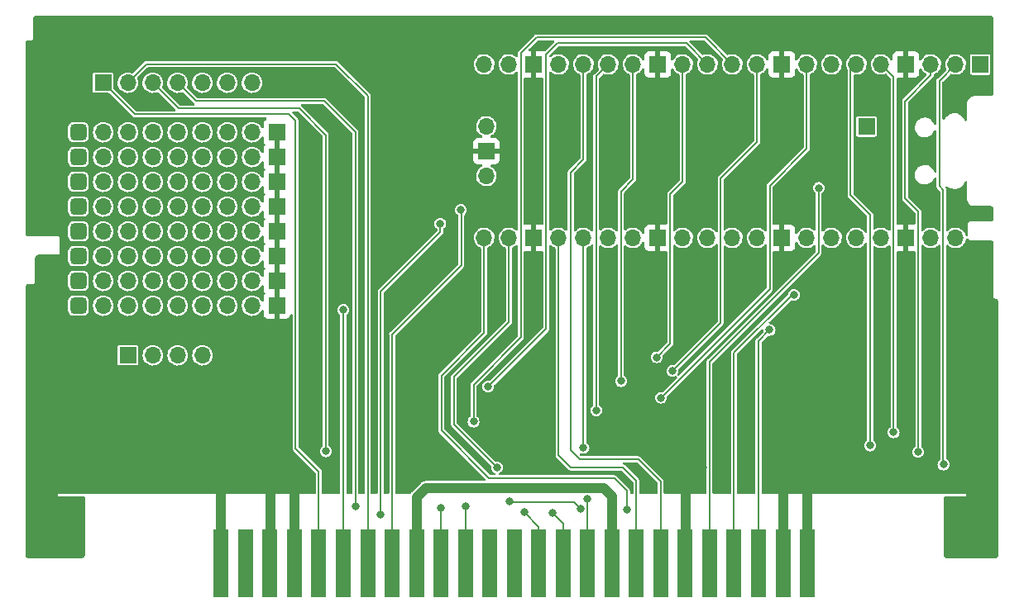
<source format=gbl>
G04 #@! TF.GenerationSoftware,KiCad,Pcbnew,(6.0.6)*
G04 #@! TF.CreationDate,2022-06-29T23:38:15+02:00*
G04 #@! TF.ProjectId,picocart64_v1_lite,7069636f-6361-4727-9436-345f76315f6c,rev?*
G04 #@! TF.SameCoordinates,Original*
G04 #@! TF.FileFunction,Copper,L2,Bot*
G04 #@! TF.FilePolarity,Positive*
%FSLAX46Y46*%
G04 Gerber Fmt 4.6, Leading zero omitted, Abs format (unit mm)*
G04 Created by KiCad (PCBNEW (6.0.6)) date 2022-06-29 23:38:15*
%MOMM*%
%LPD*%
G01*
G04 APERTURE LIST*
G04 Aperture macros list*
%AMRoundRect*
0 Rectangle with rounded corners*
0 $1 Rounding radius*
0 $2 $3 $4 $5 $6 $7 $8 $9 X,Y pos of 4 corners*
0 Add a 4 corners polygon primitive as box body*
4,1,4,$2,$3,$4,$5,$6,$7,$8,$9,$2,$3,0*
0 Add four circle primitives for the rounded corners*
1,1,$1+$1,$2,$3*
1,1,$1+$1,$4,$5*
1,1,$1+$1,$6,$7*
1,1,$1+$1,$8,$9*
0 Add four rect primitives between the rounded corners*
20,1,$1+$1,$2,$3,$4,$5,0*
20,1,$1+$1,$4,$5,$6,$7,0*
20,1,$1+$1,$6,$7,$8,$9,0*
20,1,$1+$1,$8,$9,$2,$3,0*%
G04 Aperture macros list end*
G04 #@! TA.AperFunction,ComponentPad*
%ADD10C,2.500000*%
G04 #@! TD*
G04 #@! TA.AperFunction,ComponentPad*
%ADD11R,1.700000X1.700000*%
G04 #@! TD*
G04 #@! TA.AperFunction,ComponentPad*
%ADD12O,1.700000X1.700000*%
G04 #@! TD*
G04 #@! TA.AperFunction,ComponentPad*
%ADD13RoundRect,0.425000X0.425000X-0.425000X0.425000X0.425000X-0.425000X0.425000X-0.425000X-0.425000X0*%
G04 #@! TD*
G04 #@! TA.AperFunction,SMDPad,CuDef*
%ADD14R,1.500000X7.000000*%
G04 #@! TD*
G04 #@! TA.AperFunction,ViaPad*
%ADD15C,0.800000*%
G04 #@! TD*
G04 #@! TA.AperFunction,Conductor*
%ADD16C,1.000000*%
G04 #@! TD*
G04 #@! TA.AperFunction,Conductor*
%ADD17C,0.203200*%
G04 #@! TD*
G04 #@! TA.AperFunction,Conductor*
%ADD18C,1.016000*%
G04 #@! TD*
G04 APERTURE END LIST*
D10*
X102850000Y-112600000D03*
X197650000Y-112600000D03*
D11*
X197939990Y-65199997D03*
X186300000Y-71550000D03*
X110705000Y-95000000D03*
D12*
X113245000Y-95000000D03*
X115785000Y-95000000D03*
X118325000Y-95000000D03*
X115785000Y-74680000D03*
X110705000Y-79760000D03*
X108165000Y-89920000D03*
X115785000Y-72140000D03*
X108165000Y-82300000D03*
X110705000Y-84840000D03*
X115785000Y-84840000D03*
X123405000Y-77220000D03*
X118325000Y-72140000D03*
X108165000Y-72140000D03*
X120865000Y-77220000D03*
X108165000Y-84840000D03*
X110705000Y-72140000D03*
X123405000Y-82300000D03*
X113245000Y-74680000D03*
X108165000Y-77220000D03*
X115785000Y-79760000D03*
X118325000Y-77220000D03*
X115785000Y-82300000D03*
X120865000Y-89920000D03*
X120865000Y-87380000D03*
X120865000Y-84840000D03*
X113245000Y-77220000D03*
X115785000Y-87380000D03*
X110705000Y-82300000D03*
X108165000Y-87380000D03*
X118325000Y-79760000D03*
X110705000Y-74680000D03*
X108165000Y-79760000D03*
X123405000Y-79760000D03*
X113245000Y-87380000D03*
X115785000Y-89920000D03*
X110705000Y-77220000D03*
X123405000Y-72140000D03*
X120865000Y-72140000D03*
X113245000Y-79760000D03*
X113245000Y-72140000D03*
X123405000Y-87380000D03*
X115785000Y-77220000D03*
X123405000Y-84840000D03*
X113245000Y-84840000D03*
X113245000Y-82300000D03*
X118325000Y-89920000D03*
X118325000Y-87380000D03*
X118325000Y-82300000D03*
X108165000Y-74680000D03*
X110705000Y-89920000D03*
X110705000Y-87380000D03*
X113245000Y-89920000D03*
X120865000Y-79760000D03*
X123405000Y-74680000D03*
X120865000Y-82300000D03*
X120865000Y-74680000D03*
X123405000Y-89920000D03*
X118325000Y-84840000D03*
X118325000Y-74680000D03*
D13*
X105625000Y-79760000D03*
X105625000Y-72140000D03*
X105625000Y-87380000D03*
X105625000Y-89920000D03*
X105625000Y-84840000D03*
X105625000Y-82300000D03*
X105625000Y-74680000D03*
X105625000Y-77220000D03*
D11*
X125945000Y-87380000D03*
X125945000Y-74680000D03*
X125945000Y-72140000D03*
X125945000Y-89920000D03*
X125945000Y-84840000D03*
X125945000Y-82300000D03*
X125945000Y-77220000D03*
X125945000Y-79760000D03*
D12*
X195418600Y-65185000D03*
X192878600Y-65185000D03*
D11*
X190338600Y-65185000D03*
D12*
X187798600Y-65185000D03*
X185258600Y-65185000D03*
X182718600Y-65185000D03*
X180178600Y-65185000D03*
D11*
X177638600Y-65185000D03*
D12*
X175098600Y-65185000D03*
X172558600Y-65185000D03*
X170018600Y-65185000D03*
X167478600Y-65185000D03*
D11*
X164938600Y-65185000D03*
D12*
X162398600Y-65185000D03*
X159858600Y-65185000D03*
X157318600Y-65185000D03*
X154778600Y-65185000D03*
D11*
X152238600Y-65185000D03*
D12*
X149698600Y-65185000D03*
X147158600Y-65185000D03*
X147158600Y-82965000D03*
X149698600Y-82965000D03*
D11*
X152238600Y-82965000D03*
D12*
X154778600Y-82965000D03*
X157318600Y-82965000D03*
X159858600Y-82965000D03*
X162398600Y-82965000D03*
D11*
X164938600Y-82965000D03*
D12*
X167478600Y-82965000D03*
X170018600Y-82965000D03*
X172558600Y-82965000D03*
X175098600Y-82965000D03*
D11*
X177638600Y-82965000D03*
D12*
X180178600Y-82965000D03*
X182718600Y-82965000D03*
X185258600Y-82965000D03*
X187798600Y-82965000D03*
D11*
X190338600Y-82965000D03*
D12*
X192878600Y-82965000D03*
X195418600Y-82965000D03*
X147388600Y-71535000D03*
D11*
X147388600Y-74075000D03*
D12*
X147388600Y-76615000D03*
D11*
X108165000Y-67060000D03*
D12*
X110705000Y-67060000D03*
X113245000Y-67060000D03*
X115785000Y-67060000D03*
X118325000Y-67060000D03*
X120865000Y-67060000D03*
X123405000Y-67060000D03*
D14*
X180241000Y-116332000D03*
X177741000Y-116332000D03*
X175241000Y-116332000D03*
X172741000Y-116332000D03*
X170241000Y-116332000D03*
X167741000Y-116332000D03*
X165241000Y-116332000D03*
X162741000Y-116332000D03*
X160241000Y-116332000D03*
X157741000Y-116332000D03*
X155241000Y-116332000D03*
X152741000Y-116332000D03*
X150241000Y-116332000D03*
X147741000Y-116332000D03*
X145241000Y-116332000D03*
X142741000Y-116332000D03*
X140241000Y-116332000D03*
X137741000Y-116332000D03*
X135241000Y-116332000D03*
X132741000Y-116332000D03*
X130241000Y-116332000D03*
X127741000Y-116332000D03*
X125241000Y-116332000D03*
X122741000Y-116332000D03*
X120241000Y-116332000D03*
D15*
X180250000Y-111350000D03*
X180250000Y-108800000D03*
X177750000Y-111350000D03*
X177750000Y-108750000D03*
X167750000Y-108800000D03*
X167750000Y-110050000D03*
X127750000Y-111350000D03*
X127750000Y-108250000D03*
X125250000Y-108150000D03*
X125250000Y-111350000D03*
X120250000Y-111350000D03*
X120250000Y-108200000D03*
X130810000Y-63336550D03*
X141075000Y-91006500D03*
X140905318Y-73660000D03*
X181610000Y-68538966D03*
X115589704Y-102837791D03*
X185420000Y-87607667D03*
X190500000Y-87630000D03*
X105410000Y-63500000D03*
X101425000Y-92053295D03*
X177380000Y-80364914D03*
X192620000Y-80364914D03*
X110490000Y-107937495D03*
X115570000Y-107917791D03*
X187960000Y-87627371D03*
X197953903Y-92060000D03*
X157275000Y-78710000D03*
X168075000Y-100110000D03*
X180047000Y-92460000D03*
X189175000Y-108563500D03*
X181375000Y-96410000D03*
X137275000Y-79010000D03*
X138825000Y-107010000D03*
X105429704Y-102870000D03*
X148475000Y-89210000D03*
X164825000Y-78010000D03*
X129150000Y-100650000D03*
X125730000Y-102814488D03*
X183075000Y-80308167D03*
X152075000Y-78610000D03*
X102356903Y-77960000D03*
X110545560Y-98779704D03*
X102322855Y-75960000D03*
X179275000Y-98910000D03*
X115570000Y-63459124D03*
X162975000Y-88210000D03*
X101384142Y-89553295D03*
X176375000Y-68410000D03*
X197872187Y-87060000D03*
X132600000Y-88300000D03*
X101596097Y-107053295D03*
X173925000Y-97460000D03*
X179075000Y-78410000D03*
X167775000Y-91006500D03*
X102288806Y-73960000D03*
X187958792Y-80395000D03*
X120650000Y-63418266D03*
X172975000Y-80710000D03*
X164075000Y-108210000D03*
X162775000Y-80110000D03*
X197831329Y-84560000D03*
X115625560Y-98760000D03*
X149775000Y-98110000D03*
X147475000Y-103710000D03*
X171295000Y-68432806D03*
X195160000Y-80336540D03*
X176175000Y-75010000D03*
X195075000Y-67260000D03*
X102390951Y-79960000D03*
X185575000Y-94510000D03*
X159875000Y-78610000D03*
X139875000Y-87910000D03*
X173835000Y-68421403D03*
X149776384Y-74510000D03*
X149748011Y-72510000D03*
X190080000Y-80393288D03*
X195875000Y-97910000D03*
X163679048Y-68410000D03*
X120669704Y-102818088D03*
X168755000Y-68432805D03*
X137375000Y-83310000D03*
X139975000Y-104010000D03*
X144675000Y-91006500D03*
X197913045Y-89560000D03*
X169125000Y-88015000D03*
X198076477Y-99560000D03*
X129200000Y-82350000D03*
X120705560Y-97738088D03*
X135890000Y-63295692D03*
X183825000Y-76010000D03*
X197994761Y-94560000D03*
X159975000Y-88610000D03*
X152075000Y-71510000D03*
X195875000Y-102870000D03*
X101465858Y-94553295D03*
X181164600Y-89208800D03*
X182880000Y-87587963D03*
X191325000Y-69760000D03*
X169531400Y-106480800D03*
X101588432Y-102053295D03*
X198124999Y-104560000D03*
X154775000Y-78610000D03*
X192175000Y-108563500D03*
X198125000Y-107060000D03*
X102425000Y-85960000D03*
X152075000Y-88910000D03*
X102425000Y-81960000D03*
X149575000Y-78610000D03*
X101547574Y-99553295D03*
X170180000Y-80400496D03*
X140946176Y-68580000D03*
X186575000Y-74260000D03*
X150075000Y-106110000D03*
X166300000Y-106050000D03*
X142075000Y-84710000D03*
X140727800Y-98251200D03*
X125730000Y-63377408D03*
X105410000Y-107950000D03*
X186075000Y-108563500D03*
X132600000Y-82200000D03*
X173975000Y-88010000D03*
X187960000Y-97759352D03*
X105465560Y-97790000D03*
X110509704Y-102857495D03*
X160775000Y-68410000D03*
X101506716Y-97053295D03*
X198035619Y-97060000D03*
X151675000Y-75810000D03*
X167640000Y-80424141D03*
X163175000Y-91006500D03*
X166179048Y-68410000D03*
X139775000Y-81410000D03*
X101596096Y-104553295D03*
X198117335Y-102060000D03*
X155575000Y-68810000D03*
X149804758Y-76510000D03*
X129200000Y-91006500D03*
X125765856Y-97734488D03*
X110490000Y-63499982D03*
X140970000Y-63254834D03*
X174225000Y-102210000D03*
X130950000Y-104850000D03*
X136575000Y-111310000D03*
X142675000Y-81510000D03*
X160241000Y-110259000D03*
X140241000Y-110259000D03*
X140241000Y-111259000D03*
X160241000Y-111252000D03*
X144775000Y-80110000D03*
X133975000Y-110510000D03*
X194175000Y-106210000D03*
X191575000Y-104910000D03*
X189075000Y-102910000D03*
X186675000Y-104260000D03*
X165275000Y-99360000D03*
X166425000Y-96610000D03*
X146075000Y-101810000D03*
X147575000Y-98210000D03*
X142750000Y-110700000D03*
X164825000Y-95210000D03*
X145250000Y-110510000D03*
X161175000Y-97660000D03*
X151275000Y-111110000D03*
X154200000Y-111200000D03*
X158625000Y-100660000D03*
X181400000Y-77855000D03*
X178875000Y-88810000D03*
X176375000Y-92410000D03*
X161775000Y-110810000D03*
X148475000Y-106510000D03*
X149775000Y-110010000D03*
X157050000Y-110750000D03*
X157750000Y-109700000D03*
X157325000Y-104510000D03*
X132750000Y-90350000D03*
D16*
X120250000Y-116000000D02*
X120250000Y-108200000D01*
X125250000Y-116000000D02*
X125250000Y-108150000D01*
X127750000Y-116000000D02*
X127750000Y-108250000D01*
X180250000Y-116000000D02*
X180250000Y-108712000D01*
X167750000Y-116000000D02*
X167750000Y-108712000D01*
X177750000Y-116000000D02*
X177750000Y-108762000D01*
D17*
X130950000Y-104850000D02*
X130950000Y-72432500D01*
X130950000Y-72432500D02*
X128217500Y-69700000D01*
X115885000Y-69700000D02*
X113245000Y-67060000D01*
X128217500Y-69700000D02*
X115885000Y-69700000D01*
X136575000Y-88510000D02*
X136575000Y-111310000D01*
X142675000Y-82410000D02*
X136575000Y-88510000D01*
X142675000Y-81510000D02*
X142675000Y-82410000D01*
D18*
X159400000Y-108600000D02*
X141200000Y-108600000D01*
X141200000Y-108600000D02*
X140241000Y-109559000D01*
X160241000Y-110259000D02*
X160241000Y-109441000D01*
X140241000Y-109559000D02*
X140241000Y-110259000D01*
X140250000Y-110250000D02*
X140241000Y-110259000D01*
X160241000Y-116332000D02*
X160241000Y-110259000D01*
X140241000Y-116332000D02*
X140241000Y-110259000D01*
X160241000Y-109441000D02*
X159400000Y-108600000D01*
D17*
X135241000Y-68391000D02*
X135241000Y-116332000D01*
X112615000Y-65150000D02*
X132000000Y-65150000D01*
X110705000Y-67060000D02*
X112615000Y-65150000D01*
X132000000Y-65150000D02*
X135241000Y-68391000D01*
X137741000Y-92844000D02*
X137741000Y-116332000D01*
X144825000Y-80160000D02*
X144825000Y-85760000D01*
X144825000Y-85760000D02*
X137741000Y-92844000D01*
X144775000Y-80110000D02*
X144825000Y-80160000D01*
X130782500Y-68950000D02*
X117675000Y-68950000D01*
X133975000Y-72142500D02*
X130782500Y-68950000D01*
X117675000Y-68950000D02*
X115785000Y-67060000D01*
X133975000Y-110510000D02*
X133975000Y-72142500D01*
X194175000Y-106210000D02*
X194150000Y-106185000D01*
X194150000Y-78051601D02*
X193750000Y-77651601D01*
X194150000Y-106185000D02*
X194150000Y-78051601D01*
X193750000Y-66853600D02*
X195418600Y-65185000D01*
X193750000Y-77651601D02*
X193750000Y-66853600D01*
X191600000Y-80300000D02*
X190244404Y-78944404D01*
X190244404Y-78944404D02*
X190244404Y-68962396D01*
X190244404Y-68962396D02*
X192878600Y-66328200D01*
X191575000Y-104910000D02*
X191600000Y-104885000D01*
X192878600Y-66328200D02*
X192878600Y-65185000D01*
X191600000Y-104885000D02*
X191600000Y-80300000D01*
X189050000Y-102885000D02*
X189050000Y-66436400D01*
X189050000Y-66436400D02*
X187798600Y-65185000D01*
X189075000Y-102910000D02*
X189050000Y-102885000D01*
X186675000Y-80610000D02*
X186675000Y-104260000D01*
X185258600Y-65185000D02*
X184675000Y-65768600D01*
X184675000Y-65768600D02*
X184675000Y-78610000D01*
X184675000Y-78610000D02*
X186675000Y-80610000D01*
X176400000Y-88235000D02*
X165275000Y-99360000D01*
X176400000Y-77600000D02*
X176400000Y-88235000D01*
X180178600Y-65185000D02*
X180178600Y-73821400D01*
X180178600Y-73821400D02*
X176400000Y-77600000D01*
X175098600Y-73186400D02*
X171375000Y-76910000D01*
X171375000Y-91660000D02*
X166425000Y-96610000D01*
X171375000Y-76910000D02*
X171375000Y-91660000D01*
X175098600Y-65185000D02*
X175098600Y-73186400D01*
X152525000Y-62410000D02*
X169783600Y-62410000D01*
X150925000Y-64010000D02*
X152525000Y-62410000D01*
X146075000Y-98010000D02*
X150925000Y-93160000D01*
X146075000Y-101810000D02*
X146075000Y-98010000D01*
X150925000Y-93160000D02*
X150925000Y-64010000D01*
X169783600Y-62410000D02*
X172558600Y-65185000D01*
X154675000Y-63010000D02*
X167843600Y-63010000D01*
X142741000Y-110709000D02*
X142741000Y-116332000D01*
X153525000Y-92260000D02*
X153525000Y-64160000D01*
X153525000Y-64160000D02*
X154675000Y-63010000D01*
X147575000Y-98210000D02*
X153525000Y-92260000D01*
X167843600Y-63010000D02*
X170018600Y-65185000D01*
X142750000Y-110700000D02*
X142741000Y-110709000D01*
X167478600Y-77206400D02*
X166200000Y-78485000D01*
X166200000Y-78485000D02*
X166200000Y-93835000D01*
X145241000Y-110519000D02*
X145241000Y-116332000D01*
X145250000Y-110510000D02*
X145241000Y-110519000D01*
X166200000Y-93835000D02*
X164825000Y-95210000D01*
X167478600Y-65185000D02*
X167478600Y-77206400D01*
X152741000Y-112576000D02*
X152741000Y-116332000D01*
X161175000Y-78220000D02*
X161175000Y-97660000D01*
X151275000Y-111110000D02*
X152741000Y-112576000D01*
X162398600Y-76996400D02*
X161175000Y-78220000D01*
X162398600Y-65185000D02*
X162398600Y-76996400D01*
X158625000Y-66418600D02*
X158625000Y-100660000D01*
X159858600Y-65185000D02*
X158625000Y-66418600D01*
X155241000Y-112241000D02*
X155241000Y-116332000D01*
X154200000Y-111200000D02*
X155241000Y-112241000D01*
X156018000Y-104753000D02*
X156018000Y-76267000D01*
X156929000Y-105664000D02*
X156018000Y-104753000D01*
X165241000Y-116332000D02*
X165241000Y-107976000D01*
X157318600Y-74966400D02*
X157318600Y-65185000D01*
X156018000Y-76267000D02*
X157318600Y-74966400D01*
X165241000Y-107976000D02*
X162929000Y-105664000D01*
X162929000Y-105664000D02*
X156929000Y-105664000D01*
X170241000Y-95659000D02*
X170241000Y-116332000D01*
X181400000Y-84500000D02*
X170241000Y-95659000D01*
X181400000Y-77855000D02*
X181400000Y-84500000D01*
X178690000Y-88810000D02*
X172741000Y-94759000D01*
X172741000Y-94759000D02*
X172741000Y-116332000D01*
X178875000Y-88810000D02*
X178690000Y-88810000D01*
X175241000Y-116332000D02*
X175241000Y-93544000D01*
X175241000Y-93544000D02*
X176375000Y-92410000D01*
X147675000Y-107610000D02*
X142775000Y-102710000D01*
X142775000Y-102710000D02*
X142775000Y-97128896D01*
X161775000Y-108910000D02*
X160475000Y-107610000D01*
X142775000Y-97128896D02*
X147158600Y-92745296D01*
X161775000Y-110810000D02*
X161775000Y-108910000D01*
X160475000Y-107610000D02*
X147675000Y-107610000D01*
X147158600Y-92745296D02*
X147158600Y-82965000D01*
X144075000Y-102110000D02*
X144075000Y-97225000D01*
X149698600Y-91601400D02*
X149698600Y-82965000D01*
X144075000Y-97225000D02*
X149698600Y-91601400D01*
X149815000Y-110050000D02*
X156350000Y-110050000D01*
X148475000Y-106510000D02*
X144075000Y-102110000D01*
X149775000Y-110010000D02*
X149815000Y-110050000D01*
X156350000Y-110050000D02*
X157050000Y-110750000D01*
X161375000Y-106510000D02*
X156025000Y-106510000D01*
X156025000Y-106510000D02*
X154778600Y-105263600D01*
X154778600Y-105263600D02*
X154778600Y-82965000D01*
X162741000Y-107876000D02*
X161375000Y-106510000D01*
X162741000Y-116332000D02*
X162741000Y-107876000D01*
X157750000Y-109700000D02*
X157741000Y-109709000D01*
X157741000Y-109709000D02*
X157741000Y-116332000D01*
X157318600Y-82965000D02*
X157318600Y-104503600D01*
X157318600Y-104503600D02*
X157325000Y-104510000D01*
X132741000Y-90359000D02*
X132741000Y-116332000D01*
X132750000Y-90350000D02*
X132741000Y-90359000D01*
X130241000Y-116332000D02*
X130241000Y-106941000D01*
X130241000Y-106941000D02*
X127850000Y-104550000D01*
X127850000Y-104550000D02*
X127850000Y-70957500D01*
X111405000Y-70300000D02*
X108165000Y-67060000D01*
X127192500Y-70300000D02*
X111405000Y-70300000D01*
X127850000Y-70957500D02*
X127192500Y-70300000D01*
G04 #@! TA.AperFunction,Conductor*
G36*
X198980243Y-60202466D02*
G01*
X198985811Y-60202476D01*
X198999641Y-60205656D01*
X199010806Y-60203130D01*
X199022451Y-60204056D01*
X199072845Y-60212038D01*
X199110330Y-60224218D01*
X199158264Y-60248641D01*
X199190155Y-60271812D01*
X199228188Y-60309845D01*
X199251359Y-60341736D01*
X199275781Y-60389668D01*
X199287963Y-60427159D01*
X199295952Y-60477604D01*
X199296827Y-60488842D01*
X199294344Y-60499641D01*
X199297475Y-60513480D01*
X199297467Y-60518407D01*
X199299483Y-60536491D01*
X199297805Y-64148114D01*
X199295969Y-68101288D01*
X199295965Y-68109331D01*
X199293982Y-68126760D01*
X199293972Y-68132242D01*
X199290791Y-68146069D01*
X199293316Y-68157233D01*
X199292387Y-68168889D01*
X199284404Y-68219270D01*
X199272222Y-68256758D01*
X199247793Y-68304698D01*
X199224623Y-68336586D01*
X199186586Y-68374623D01*
X199154698Y-68397793D01*
X199106758Y-68422222D01*
X199069271Y-68434404D01*
X199059856Y-68435896D01*
X199018828Y-68442397D01*
X199007587Y-68443273D01*
X198996787Y-68440791D01*
X198982949Y-68443923D01*
X198978528Y-68443916D01*
X198959853Y-68446023D01*
X198445436Y-68447101D01*
X197337292Y-68449422D01*
X197308574Y-68446166D01*
X197300718Y-68444345D01*
X197300000Y-68444344D01*
X197293070Y-68445925D01*
X197291703Y-68446078D01*
X197278444Y-68448234D01*
X197168841Y-68459029D01*
X197162678Y-68459636D01*
X197156760Y-68461431D01*
X197156756Y-68461432D01*
X197098091Y-68479228D01*
X197030633Y-68499691D01*
X197025183Y-68502604D01*
X197025181Y-68502605D01*
X196993266Y-68519664D01*
X196908940Y-68564738D01*
X196904157Y-68568664D01*
X196904153Y-68568666D01*
X196807608Y-68647898D01*
X196802275Y-68652275D01*
X196798353Y-68657054D01*
X196718666Y-68754153D01*
X196718664Y-68754157D01*
X196714738Y-68758940D01*
X196649691Y-68880633D01*
X196609636Y-69012678D01*
X196609029Y-69018841D01*
X196598288Y-69127897D01*
X196597530Y-69132534D01*
X196597525Y-69135652D01*
X196597497Y-69135931D01*
X196594344Y-69149641D01*
X196597476Y-69163480D01*
X196597467Y-69168311D01*
X196599500Y-69186504D01*
X196599500Y-70873517D01*
X196579498Y-70941638D01*
X196525842Y-70988131D01*
X196455568Y-70998235D01*
X196390988Y-70968741D01*
X196355288Y-70917128D01*
X196333471Y-70857991D01*
X196331473Y-70852575D01*
X196327091Y-70845210D01*
X196226316Y-70675821D01*
X196226315Y-70675820D01*
X196223362Y-70670856D01*
X196083945Y-70511881D01*
X195917892Y-70380976D01*
X195912781Y-70378287D01*
X195912778Y-70378285D01*
X195817962Y-70328400D01*
X195730764Y-70282523D01*
X195528827Y-70219820D01*
X195506649Y-70217195D01*
X195360832Y-70199936D01*
X195360825Y-70199936D01*
X195357145Y-70199500D01*
X195234959Y-70199500D01*
X195078040Y-70213919D01*
X195072478Y-70215488D01*
X195072476Y-70215488D01*
X195016375Y-70231310D01*
X194874531Y-70271314D01*
X194869353Y-70273867D01*
X194869349Y-70273869D01*
X194694108Y-70360289D01*
X194684890Y-70364835D01*
X194515467Y-70491349D01*
X194371937Y-70646619D01*
X194368856Y-70651502D01*
X194354545Y-70674184D01*
X194288134Y-70779439D01*
X194284662Y-70784941D01*
X194231395Y-70831879D01*
X194161208Y-70842568D01*
X194096383Y-70813613D01*
X194057504Y-70754209D01*
X194052100Y-70717705D01*
X194052100Y-67030924D01*
X194072102Y-66962803D01*
X194089005Y-66941829D01*
X194853931Y-66176903D01*
X194916243Y-66142877D01*
X194992713Y-66150461D01*
X194995998Y-66152297D01*
X195080613Y-66179790D01*
X195186071Y-66214056D01*
X195186075Y-66214057D01*
X195191929Y-66215959D01*
X195396494Y-66240351D01*
X195402629Y-66239879D01*
X195402631Y-66239879D01*
X195458639Y-66235569D01*
X195601900Y-66224546D01*
X195607830Y-66222890D01*
X195607832Y-66222890D01*
X195754459Y-66181951D01*
X195800325Y-66169145D01*
X195805814Y-66166372D01*
X195805820Y-66166370D01*
X195977457Y-66079669D01*
X195984210Y-66076258D01*
X195992547Y-66069745D01*
X196889490Y-66069745D01*
X196890697Y-66075813D01*
X196893485Y-66089827D01*
X196901123Y-66128228D01*
X196945438Y-66194549D01*
X197011759Y-66238864D01*
X197023928Y-66241285D01*
X197023929Y-66241285D01*
X197057181Y-66247899D01*
X197070242Y-66250497D01*
X198809738Y-66250497D01*
X198822799Y-66247899D01*
X198856051Y-66241285D01*
X198856052Y-66241285D01*
X198868221Y-66238864D01*
X198934542Y-66194549D01*
X198978857Y-66128228D01*
X198986496Y-66089827D01*
X198989283Y-66075813D01*
X198990490Y-66069745D01*
X198990490Y-64330249D01*
X198985585Y-64305588D01*
X198981278Y-64283936D01*
X198981278Y-64283935D01*
X198978857Y-64271766D01*
X198934542Y-64205445D01*
X198868221Y-64161130D01*
X198856052Y-64158709D01*
X198856051Y-64158709D01*
X198815806Y-64150704D01*
X198809738Y-64149497D01*
X197070242Y-64149497D01*
X197064174Y-64150704D01*
X197023929Y-64158709D01*
X197023928Y-64158709D01*
X197011759Y-64161130D01*
X196945438Y-64205445D01*
X196901123Y-64271766D01*
X196898702Y-64283935D01*
X196898702Y-64283936D01*
X196894395Y-64305588D01*
X196889490Y-64330249D01*
X196889490Y-66069745D01*
X195992547Y-66069745D01*
X196075414Y-66005002D01*
X196146551Y-65949424D01*
X196152486Y-65942549D01*
X196277140Y-65798134D01*
X196277140Y-65798133D01*
X196281164Y-65793472D01*
X196288311Y-65780892D01*
X196370580Y-65636071D01*
X196382923Y-65614344D01*
X196447951Y-65418863D01*
X196473771Y-65214474D01*
X196474183Y-65185000D01*
X196454080Y-64979970D01*
X196394535Y-64782749D01*
X196297818Y-64600849D01*
X196181344Y-64458038D01*
X196171506Y-64445975D01*
X196171503Y-64445972D01*
X196167611Y-64441200D01*
X196155058Y-64430815D01*
X196013625Y-64313811D01*
X196013621Y-64313809D01*
X196008875Y-64309882D01*
X195827655Y-64211897D01*
X195630854Y-64150977D01*
X195624729Y-64150333D01*
X195624728Y-64150333D01*
X195432098Y-64130087D01*
X195432096Y-64130087D01*
X195425969Y-64129443D01*
X195363434Y-64135134D01*
X195226942Y-64147555D01*
X195226939Y-64147556D01*
X195220803Y-64148114D01*
X195023172Y-64206280D01*
X195017707Y-64209137D01*
X195001913Y-64217394D01*
X194840602Y-64301726D01*
X194835801Y-64305586D01*
X194835798Y-64305588D01*
X194735078Y-64386569D01*
X194680047Y-64430815D01*
X194547624Y-64588630D01*
X194544656Y-64594028D01*
X194544653Y-64594033D01*
X194467100Y-64735103D01*
X194448376Y-64769162D01*
X194386084Y-64965532D01*
X194385398Y-64971649D01*
X194385397Y-64971653D01*
X194363807Y-65164137D01*
X194363120Y-65170262D01*
X194380359Y-65375553D01*
X194437144Y-65573586D01*
X194451374Y-65601276D01*
X194464722Y-65671003D01*
X194438252Y-65736881D01*
X194428403Y-65747963D01*
X193573635Y-66602731D01*
X193571561Y-66604521D01*
X193566760Y-66606868D01*
X193558848Y-66615397D01*
X193558847Y-66615398D01*
X193533266Y-66642975D01*
X193529986Y-66646380D01*
X193516515Y-66659851D01*
X193513783Y-66663834D01*
X193511421Y-66666524D01*
X193500409Y-66678396D01*
X193490223Y-66689376D01*
X193485912Y-66700181D01*
X193483484Y-66704022D01*
X193477443Y-66715336D01*
X193475600Y-66719494D01*
X193469020Y-66729087D01*
X193463287Y-66753245D01*
X193457723Y-66770837D01*
X193448520Y-66793905D01*
X193447900Y-66800228D01*
X193447900Y-66803337D01*
X193447898Y-66803356D01*
X193447750Y-66806379D01*
X193447545Y-66806369D01*
X193446167Y-66818147D01*
X193445721Y-66827265D01*
X193443034Y-66838587D01*
X193444603Y-66850116D01*
X193444603Y-66850117D01*
X193446749Y-66865885D01*
X193447900Y-66882876D01*
X193447900Y-71277535D01*
X193427898Y-71345656D01*
X193374242Y-71392149D01*
X193303968Y-71402253D01*
X193239388Y-71372759D01*
X193203650Y-71321043D01*
X193162481Y-71209148D01*
X193138101Y-71169827D01*
X193058737Y-71041824D01*
X193058734Y-71041820D01*
X193055374Y-71036401D01*
X192975867Y-70952325D01*
X192920108Y-70893361D01*
X192920107Y-70893360D01*
X192915719Y-70888720D01*
X192761742Y-70780904D01*
X192754451Y-70775799D01*
X192754450Y-70775799D01*
X192749221Y-70772137D01*
X192562681Y-70691414D01*
X192509251Y-70680252D01*
X192368456Y-70650838D01*
X192368451Y-70650837D01*
X192363720Y-70649849D01*
X192358838Y-70649593D01*
X192358729Y-70649587D01*
X192358713Y-70649587D01*
X192357061Y-70649500D01*
X192207800Y-70649500D01*
X192159807Y-70654375D01*
X192062732Y-70664235D01*
X192062730Y-70664235D01*
X192056384Y-70664880D01*
X191862428Y-70725662D01*
X191684656Y-70824203D01*
X191530329Y-70956477D01*
X191526422Y-70961514D01*
X191526420Y-70961516D01*
X191503730Y-70990768D01*
X191405752Y-71117081D01*
X191316013Y-71299455D01*
X191314404Y-71305633D01*
X191314403Y-71305635D01*
X191290813Y-71396200D01*
X191264778Y-71496148D01*
X191262290Y-71543630D01*
X191254721Y-71688063D01*
X191254141Y-71699126D01*
X191284535Y-71900097D01*
X191354719Y-72090852D01*
X191358079Y-72096272D01*
X191358080Y-72096273D01*
X191458463Y-72258176D01*
X191458466Y-72258180D01*
X191461826Y-72263599D01*
X191466212Y-72268237D01*
X191592508Y-72401791D01*
X191601481Y-72411280D01*
X191767979Y-72527863D01*
X191954519Y-72608586D01*
X192000547Y-72618202D01*
X192148744Y-72649162D01*
X192148749Y-72649163D01*
X192153480Y-72650151D01*
X192158362Y-72650407D01*
X192158471Y-72650413D01*
X192158487Y-72650413D01*
X192160139Y-72650500D01*
X192309400Y-72650500D01*
X192357393Y-72645625D01*
X192454468Y-72635765D01*
X192454470Y-72635765D01*
X192460816Y-72635120D01*
X192654772Y-72574338D01*
X192832544Y-72475797D01*
X192986871Y-72343523D01*
X193005875Y-72319024D01*
X193057835Y-72252036D01*
X193111448Y-72182919D01*
X193201187Y-72000545D01*
X193202796Y-71994366D01*
X193203801Y-71991665D01*
X193246291Y-71934787D01*
X193312787Y-71909911D01*
X193382176Y-71924934D01*
X193432428Y-71975086D01*
X193447900Y-72035581D01*
X193447900Y-76127535D01*
X193427898Y-76195656D01*
X193374242Y-76242149D01*
X193303968Y-76252253D01*
X193239388Y-76222759D01*
X193203650Y-76171043D01*
X193203154Y-76169695D01*
X193162481Y-76059148D01*
X193144935Y-76030849D01*
X193058737Y-75891824D01*
X193058734Y-75891820D01*
X193055374Y-75886401D01*
X192943459Y-75768054D01*
X192920108Y-75743361D01*
X192920107Y-75743360D01*
X192915719Y-75738720D01*
X192749221Y-75622137D01*
X192562681Y-75541414D01*
X192499525Y-75528220D01*
X192368456Y-75500838D01*
X192368451Y-75500837D01*
X192363720Y-75499849D01*
X192358838Y-75499593D01*
X192358729Y-75499587D01*
X192358713Y-75499587D01*
X192357061Y-75499500D01*
X192207800Y-75499500D01*
X192159807Y-75504375D01*
X192062732Y-75514235D01*
X192062730Y-75514235D01*
X192056384Y-75514880D01*
X191862428Y-75575662D01*
X191856839Y-75578760D01*
X191851914Y-75581490D01*
X191684656Y-75674203D01*
X191679808Y-75678359D01*
X191679807Y-75678359D01*
X191662750Y-75692978D01*
X191530329Y-75806477D01*
X191526422Y-75811514D01*
X191526420Y-75811516D01*
X191508551Y-75834553D01*
X191405752Y-75967081D01*
X191316013Y-76149455D01*
X191314404Y-76155633D01*
X191314403Y-76155635D01*
X191277769Y-76296276D01*
X191264778Y-76346148D01*
X191263679Y-76367128D01*
X191257963Y-76476200D01*
X191254141Y-76549126D01*
X191284535Y-76750097D01*
X191354719Y-76940852D01*
X191358079Y-76946272D01*
X191358080Y-76946273D01*
X191458463Y-77108176D01*
X191458466Y-77108180D01*
X191461826Y-77113599D01*
X191466212Y-77118237D01*
X191594248Y-77253631D01*
X191601481Y-77261280D01*
X191767979Y-77377863D01*
X191954519Y-77458586D01*
X192000547Y-77468202D01*
X192148744Y-77499162D01*
X192148749Y-77499163D01*
X192153480Y-77500151D01*
X192158362Y-77500407D01*
X192158471Y-77500413D01*
X192158487Y-77500413D01*
X192160139Y-77500500D01*
X192309400Y-77500500D01*
X192357393Y-77495625D01*
X192454468Y-77485765D01*
X192454470Y-77485765D01*
X192460816Y-77485120D01*
X192654772Y-77424338D01*
X192832544Y-77325797D01*
X192986871Y-77193523D01*
X192993008Y-77185612D01*
X193073946Y-77081266D01*
X193111448Y-77032919D01*
X193201187Y-76850545D01*
X193202796Y-76844366D01*
X193203801Y-76841665D01*
X193246291Y-76784787D01*
X193312787Y-76759911D01*
X193382176Y-76774934D01*
X193432428Y-76825086D01*
X193447900Y-76885581D01*
X193447900Y-77598923D01*
X193447700Y-77601649D01*
X193445964Y-77606705D01*
X193447344Y-77643468D01*
X193447811Y-77655904D01*
X193447900Y-77660631D01*
X193447900Y-77679698D01*
X193448784Y-77684446D01*
X193449017Y-77688040D01*
X193449708Y-77706426D01*
X193450186Y-77719167D01*
X193454778Y-77729856D01*
X193455777Y-77734286D01*
X193459503Y-77746552D01*
X193461143Y-77750802D01*
X193463273Y-77762240D01*
X193469377Y-77772142D01*
X193469379Y-77772148D01*
X193476303Y-77783380D01*
X193484808Y-77799751D01*
X193494611Y-77822569D01*
X193498643Y-77827478D01*
X193500838Y-77829673D01*
X193500841Y-77829677D01*
X193502886Y-77831932D01*
X193502733Y-77832071D01*
X193510094Y-77841382D01*
X193516222Y-77848140D01*
X193522326Y-77858043D01*
X193531584Y-77865083D01*
X193544265Y-77874726D01*
X193557092Y-77885927D01*
X193810995Y-78139830D01*
X193845021Y-78202142D01*
X193847900Y-78228925D01*
X193847900Y-82138187D01*
X193827898Y-82206308D01*
X193774242Y-82252801D01*
X193703968Y-82262905D01*
X193639388Y-82233411D01*
X193632494Y-82226971D01*
X193631505Y-82225975D01*
X193627611Y-82221200D01*
X193622862Y-82217271D01*
X193622861Y-82217270D01*
X193473625Y-82093811D01*
X193473621Y-82093808D01*
X193468875Y-82089882D01*
X193287655Y-81991897D01*
X193090854Y-81930977D01*
X193084729Y-81930333D01*
X193084728Y-81930333D01*
X192892098Y-81910087D01*
X192892096Y-81910087D01*
X192885969Y-81909443D01*
X192799129Y-81917346D01*
X192686942Y-81927555D01*
X192686939Y-81927556D01*
X192680803Y-81928114D01*
X192483172Y-81986280D01*
X192300602Y-82081726D01*
X192295801Y-82085586D01*
X192295798Y-82085588D01*
X192144854Y-82206950D01*
X192140047Y-82210815D01*
X192124620Y-82229201D01*
X192065512Y-82268526D01*
X191994524Y-82269652D01*
X191934197Y-82232221D01*
X191903683Y-82168116D01*
X191902100Y-82148208D01*
X191902100Y-80352675D01*
X191902300Y-80349950D01*
X191904036Y-80344895D01*
X191903600Y-80333271D01*
X191903600Y-80333268D01*
X191902189Y-80295697D01*
X191902100Y-80290970D01*
X191902100Y-80271903D01*
X191901216Y-80267155D01*
X191900983Y-80263561D01*
X191900251Y-80244059D01*
X191900250Y-80244057D01*
X191899814Y-80232434D01*
X191895222Y-80221745D01*
X191894223Y-80217315D01*
X191890497Y-80205049D01*
X191888857Y-80200799D01*
X191886727Y-80189361D01*
X191880623Y-80179459D01*
X191880621Y-80179453D01*
X191873697Y-80168221D01*
X191865192Y-80151850D01*
X191855389Y-80129032D01*
X191851356Y-80124123D01*
X191849162Y-80121929D01*
X191849154Y-80121919D01*
X191847118Y-80119674D01*
X191847270Y-80119536D01*
X191839906Y-80110220D01*
X191833780Y-80103463D01*
X191827674Y-80093558D01*
X191805728Y-80076869D01*
X191792907Y-80065674D01*
X190583409Y-78856175D01*
X190549383Y-78793863D01*
X190546504Y-78767080D01*
X190546504Y-69139720D01*
X190566506Y-69071599D01*
X190583409Y-69050625D01*
X193054965Y-66579069D01*
X193057039Y-66577279D01*
X193061840Y-66574932D01*
X193074269Y-66561534D01*
X193095334Y-66538825D01*
X193098614Y-66535420D01*
X193112085Y-66521949D01*
X193114817Y-66517966D01*
X193117179Y-66515276D01*
X193130465Y-66500953D01*
X193138377Y-66492424D01*
X193142688Y-66481619D01*
X193145116Y-66477778D01*
X193151158Y-66466461D01*
X193152999Y-66462306D01*
X193159580Y-66452713D01*
X193165315Y-66428549D01*
X193170878Y-66410961D01*
X193180080Y-66387895D01*
X193180700Y-66381572D01*
X193180700Y-66378467D01*
X193180702Y-66378451D01*
X193180850Y-66375421D01*
X193181055Y-66375431D01*
X193182434Y-66363652D01*
X193182880Y-66354535D01*
X193185567Y-66343213D01*
X193181851Y-66315907D01*
X193180700Y-66298917D01*
X193180700Y-66285658D01*
X193200702Y-66217537D01*
X193254358Y-66171044D01*
X193255992Y-66170355D01*
X193260325Y-66169145D01*
X193272170Y-66163162D01*
X193437457Y-66079669D01*
X193444210Y-66076258D01*
X193452547Y-66069745D01*
X193535414Y-66005002D01*
X193606551Y-65949424D01*
X193612486Y-65942549D01*
X193737140Y-65798134D01*
X193737140Y-65798133D01*
X193741164Y-65793472D01*
X193748311Y-65780892D01*
X193830580Y-65636071D01*
X193842923Y-65614344D01*
X193907951Y-65418863D01*
X193933771Y-65214474D01*
X193934183Y-65185000D01*
X193914080Y-64979970D01*
X193854535Y-64782749D01*
X193757818Y-64600849D01*
X193641344Y-64458038D01*
X193631506Y-64445975D01*
X193631503Y-64445972D01*
X193627611Y-64441200D01*
X193615058Y-64430815D01*
X193473625Y-64313811D01*
X193473621Y-64313809D01*
X193468875Y-64309882D01*
X193287655Y-64211897D01*
X193090854Y-64150977D01*
X193084729Y-64150333D01*
X193084728Y-64150333D01*
X192892098Y-64130087D01*
X192892096Y-64130087D01*
X192885969Y-64129443D01*
X192823434Y-64135134D01*
X192686942Y-64147555D01*
X192686939Y-64147556D01*
X192680803Y-64148114D01*
X192483172Y-64206280D01*
X192477707Y-64209137D01*
X192461913Y-64217394D01*
X192300602Y-64301726D01*
X192295801Y-64305586D01*
X192295798Y-64305588D01*
X192195078Y-64386569D01*
X192140047Y-64430815D01*
X192007624Y-64588630D01*
X192004654Y-64594033D01*
X192004653Y-64594034D01*
X191933014Y-64724345D01*
X191882668Y-64774404D01*
X191813251Y-64789297D01*
X191746802Y-64764296D01*
X191704418Y-64707339D01*
X191696599Y-64663644D01*
X191696599Y-64290331D01*
X191696229Y-64283510D01*
X191690705Y-64232648D01*
X191687079Y-64217396D01*
X191641924Y-64096946D01*
X191633386Y-64081351D01*
X191556885Y-63979276D01*
X191544324Y-63966715D01*
X191442249Y-63890214D01*
X191426654Y-63881676D01*
X191306206Y-63836522D01*
X191290951Y-63832895D01*
X191240086Y-63827369D01*
X191233272Y-63827000D01*
X190610715Y-63827000D01*
X190595476Y-63831475D01*
X190594271Y-63832865D01*
X190592600Y-63840548D01*
X190592600Y-66524884D01*
X190597075Y-66540123D01*
X190598465Y-66541328D01*
X190606148Y-66542999D01*
X191233269Y-66542999D01*
X191240090Y-66542629D01*
X191290952Y-66537105D01*
X191306204Y-66533479D01*
X191426654Y-66488324D01*
X191442249Y-66479786D01*
X191544324Y-66403285D01*
X191556885Y-66390724D01*
X191633386Y-66288649D01*
X191641924Y-66273054D01*
X191687078Y-66152606D01*
X191690705Y-66137351D01*
X191696231Y-66086486D01*
X191696600Y-66079672D01*
X191696600Y-65704192D01*
X191716602Y-65636071D01*
X191770258Y-65589578D01*
X191840532Y-65579474D01*
X191905112Y-65608968D01*
X191934667Y-65646598D01*
X191991312Y-65756818D01*
X192119277Y-65918270D01*
X192123970Y-65922264D01*
X192123971Y-65922265D01*
X192245833Y-66025977D01*
X192276164Y-66051791D01*
X192281542Y-66054797D01*
X192281544Y-66054798D01*
X192420436Y-66132422D01*
X192470142Y-66183115D01*
X192484550Y-66252635D01*
X192459086Y-66318908D01*
X192448061Y-66331505D01*
X190068039Y-68711527D01*
X190065965Y-68713317D01*
X190061164Y-68715664D01*
X190053252Y-68724193D01*
X190053251Y-68724194D01*
X190027670Y-68751771D01*
X190024390Y-68755176D01*
X190010919Y-68768647D01*
X190008187Y-68772630D01*
X190005825Y-68775320D01*
X189994813Y-68787192D01*
X189984627Y-68798172D01*
X189980316Y-68808977D01*
X189977888Y-68812818D01*
X189971847Y-68824132D01*
X189970004Y-68828290D01*
X189963424Y-68837883D01*
X189957691Y-68862041D01*
X189952127Y-68879633D01*
X189942924Y-68902701D01*
X189942304Y-68909024D01*
X189942304Y-68912133D01*
X189942302Y-68912152D01*
X189942154Y-68915175D01*
X189941949Y-68915165D01*
X189940571Y-68926943D01*
X189940125Y-68936061D01*
X189937438Y-68947383D01*
X189939007Y-68958912D01*
X189939007Y-68958913D01*
X189941153Y-68974681D01*
X189942304Y-68991672D01*
X189942304Y-78891726D01*
X189942104Y-78894452D01*
X189940368Y-78899508D01*
X189940805Y-78911136D01*
X189942215Y-78948707D01*
X189942304Y-78953434D01*
X189942304Y-78972501D01*
X189943188Y-78977249D01*
X189943421Y-78980843D01*
X189944141Y-79000000D01*
X189944590Y-79011970D01*
X189949182Y-79022659D01*
X189950181Y-79027089D01*
X189953907Y-79039355D01*
X189955547Y-79043605D01*
X189957677Y-79055043D01*
X189963781Y-79064945D01*
X189963783Y-79064951D01*
X189970707Y-79076183D01*
X189979212Y-79092554D01*
X189989015Y-79115372D01*
X189993047Y-79120281D01*
X189995242Y-79122476D01*
X189995245Y-79122480D01*
X189997290Y-79124735D01*
X189997137Y-79124874D01*
X190004498Y-79134185D01*
X190010626Y-79140943D01*
X190016730Y-79150846D01*
X190025988Y-79157886D01*
X190038669Y-79167529D01*
X190051496Y-79178730D01*
X191260995Y-80388229D01*
X191295021Y-80450541D01*
X191297900Y-80477324D01*
X191297900Y-81481000D01*
X191277898Y-81549121D01*
X191224242Y-81595614D01*
X191171900Y-81607000D01*
X190610715Y-81607000D01*
X190595476Y-81611475D01*
X190594271Y-81612865D01*
X190592600Y-81620548D01*
X190592600Y-84304884D01*
X190597075Y-84320123D01*
X190598465Y-84321328D01*
X190606148Y-84322999D01*
X191171900Y-84322999D01*
X191240021Y-84343001D01*
X191286514Y-84396657D01*
X191297900Y-84448999D01*
X191297900Y-104303575D01*
X191277898Y-104371696D01*
X191248604Y-104403537D01*
X191153268Y-104476691D01*
X191153264Y-104476695D01*
X191146718Y-104481718D01*
X191141695Y-104488264D01*
X191120622Y-104515727D01*
X191050464Y-104607159D01*
X190989956Y-104753238D01*
X190988878Y-104761426D01*
X190988607Y-104763482D01*
X190969318Y-104910000D01*
X190989956Y-105066762D01*
X191050464Y-105212841D01*
X191110972Y-105291697D01*
X191136523Y-105324995D01*
X191146718Y-105338282D01*
X191153264Y-105343305D01*
X191157148Y-105346285D01*
X191272159Y-105434536D01*
X191418238Y-105495044D01*
X191575000Y-105515682D01*
X191583188Y-105514604D01*
X191723574Y-105496122D01*
X191731762Y-105495044D01*
X191877841Y-105434536D01*
X191992852Y-105346285D01*
X191996736Y-105343305D01*
X192003282Y-105338282D01*
X192013478Y-105324995D01*
X192039028Y-105291697D01*
X192099536Y-105212841D01*
X192160044Y-105066762D01*
X192180682Y-104910000D01*
X192161393Y-104763482D01*
X192161122Y-104761426D01*
X192160044Y-104753238D01*
X192099536Y-104607159D01*
X192029378Y-104515727D01*
X192008305Y-104488264D01*
X192003282Y-104481718D01*
X191996737Y-104476696D01*
X191996733Y-104476692D01*
X191951397Y-104441905D01*
X191909529Y-104384567D01*
X191902100Y-104341942D01*
X191902100Y-83784372D01*
X191922102Y-83716251D01*
X191975758Y-83669758D01*
X192046032Y-83659654D01*
X192110612Y-83689148D01*
X192116371Y-83694604D01*
X192119277Y-83698270D01*
X192123970Y-83702264D01*
X192123971Y-83702265D01*
X192245833Y-83805977D01*
X192276164Y-83831791D01*
X192281542Y-83834797D01*
X192281544Y-83834798D01*
X192344053Y-83869733D01*
X192455998Y-83932297D01*
X192522390Y-83953869D01*
X192646071Y-83994056D01*
X192646075Y-83994057D01*
X192651929Y-83995959D01*
X192856494Y-84020351D01*
X192862629Y-84019879D01*
X192862631Y-84019879D01*
X192918639Y-84015569D01*
X193061900Y-84004546D01*
X193067830Y-84002890D01*
X193067832Y-84002890D01*
X193191704Y-83968304D01*
X193260325Y-83949145D01*
X193265814Y-83946372D01*
X193265820Y-83946370D01*
X193437457Y-83859669D01*
X193444210Y-83856258D01*
X193467242Y-83838264D01*
X193535414Y-83785002D01*
X193606551Y-83729424D01*
X193610577Y-83724760D01*
X193626519Y-83706292D01*
X193686172Y-83667795D01*
X193757168Y-83667660D01*
X193816967Y-83705929D01*
X193846583Y-83770454D01*
X193847900Y-83788623D01*
X193847900Y-105641942D01*
X193827898Y-105710063D01*
X193798603Y-105741905D01*
X193753267Y-105776692D01*
X193753263Y-105776696D01*
X193746718Y-105781718D01*
X193650464Y-105907159D01*
X193589956Y-106053238D01*
X193569318Y-106210000D01*
X193589956Y-106366762D01*
X193650464Y-106512841D01*
X193746718Y-106638282D01*
X193872159Y-106734536D01*
X194018238Y-106795044D01*
X194026426Y-106796122D01*
X194066152Y-106801352D01*
X194175000Y-106815682D01*
X194183188Y-106814604D01*
X194196580Y-106812841D01*
X194283848Y-106801352D01*
X194323574Y-106796122D01*
X194331762Y-106795044D01*
X194477841Y-106734536D01*
X194603282Y-106638282D01*
X194699536Y-106512841D01*
X194760044Y-106366762D01*
X194780682Y-106210000D01*
X194760044Y-106053238D01*
X194699536Y-105907159D01*
X194603282Y-105781718D01*
X194596736Y-105776695D01*
X194596732Y-105776691D01*
X194501396Y-105703537D01*
X194459529Y-105646199D01*
X194452100Y-105603575D01*
X194452100Y-83794638D01*
X194472102Y-83726517D01*
X194525758Y-83680024D01*
X194596032Y-83669920D01*
X194659763Y-83698684D01*
X194703254Y-83735697D01*
X194816164Y-83831791D01*
X194821542Y-83834797D01*
X194821544Y-83834798D01*
X194884053Y-83869733D01*
X194995998Y-83932297D01*
X195062390Y-83953869D01*
X195186071Y-83994056D01*
X195186075Y-83994057D01*
X195191929Y-83995959D01*
X195396494Y-84020351D01*
X195402629Y-84019879D01*
X195402631Y-84019879D01*
X195458639Y-84015569D01*
X195601900Y-84004546D01*
X195607830Y-84002890D01*
X195607832Y-84002890D01*
X195731704Y-83968304D01*
X195800325Y-83949145D01*
X195805814Y-83946372D01*
X195805820Y-83946370D01*
X195977457Y-83859669D01*
X195984210Y-83856258D01*
X196007242Y-83838264D01*
X196075414Y-83785002D01*
X196146551Y-83729424D01*
X196152486Y-83722549D01*
X196277140Y-83578134D01*
X196277140Y-83578133D01*
X196281164Y-83573472D01*
X196301987Y-83536818D01*
X196370580Y-83416071D01*
X196382923Y-83394344D01*
X196447951Y-83198863D01*
X196458289Y-83117029D01*
X196462098Y-83086878D01*
X196490480Y-83021801D01*
X196549539Y-82982400D01*
X196620526Y-82981183D01*
X196680901Y-83018538D01*
X196700688Y-83048130D01*
X196703400Y-83053778D01*
X196709351Y-83070818D01*
X196711532Y-83075349D01*
X196714688Y-83089185D01*
X196723530Y-83100280D01*
X196725875Y-83105154D01*
X196729546Y-83111006D01*
X196732912Y-83115238D01*
X196739052Y-83128024D01*
X196750131Y-83136884D01*
X196753265Y-83140824D01*
X196758916Y-83146485D01*
X196762852Y-83149627D01*
X196771695Y-83160724D01*
X196784477Y-83166889D01*
X196788704Y-83170263D01*
X196794547Y-83173942D01*
X196799410Y-83176293D01*
X196810492Y-83185156D01*
X196824320Y-83188336D01*
X196828851Y-83190526D01*
X196836397Y-83193176D01*
X196841307Y-83194300D01*
X196854087Y-83200465D01*
X196877155Y-83200485D01*
X196877153Y-83202510D01*
X196877219Y-83202526D01*
X196877219Y-83200500D01*
X196894108Y-83200500D01*
X196945563Y-83200545D01*
X196945559Y-83205350D01*
X196945657Y-83205356D01*
X196945657Y-83200500D01*
X198962920Y-83200500D01*
X198980243Y-83202466D01*
X198985811Y-83202476D01*
X198999641Y-83205656D01*
X199010806Y-83203130D01*
X199022451Y-83204056D01*
X199072845Y-83212038D01*
X199110330Y-83224218D01*
X199158264Y-83248641D01*
X199190155Y-83271812D01*
X199228188Y-83309845D01*
X199251359Y-83341736D01*
X199254659Y-83348213D01*
X199275781Y-83389668D01*
X199287963Y-83427159D01*
X199295952Y-83477604D01*
X199296827Y-83488842D01*
X199294344Y-83499641D01*
X199297475Y-83513480D01*
X199297467Y-83518309D01*
X199299500Y-83536504D01*
X199299500Y-88994108D01*
X199299473Y-89025328D01*
X199299455Y-89045563D01*
X199305597Y-89058354D01*
X199306713Y-89063267D01*
X199309350Y-89070817D01*
X199311532Y-89075351D01*
X199314688Y-89089185D01*
X199323529Y-89100280D01*
X199325875Y-89105154D01*
X199329546Y-89111006D01*
X199332912Y-89115238D01*
X199339052Y-89128024D01*
X199350131Y-89136884D01*
X199353265Y-89140824D01*
X199358916Y-89146485D01*
X199362852Y-89149627D01*
X199371695Y-89160724D01*
X199384477Y-89166889D01*
X199388704Y-89170263D01*
X199394547Y-89173942D01*
X199399410Y-89176293D01*
X199410492Y-89185156D01*
X199424320Y-89188336D01*
X199428851Y-89190526D01*
X199436397Y-89193176D01*
X199441307Y-89194300D01*
X199454087Y-89200465D01*
X199468277Y-89200477D01*
X199473546Y-89201684D01*
X199480410Y-89202466D01*
X199485810Y-89202476D01*
X199499641Y-89205656D01*
X199510806Y-89203130D01*
X199522451Y-89204056D01*
X199572845Y-89212038D01*
X199610330Y-89224218D01*
X199658264Y-89248641D01*
X199690155Y-89271812D01*
X199728188Y-89309845D01*
X199751359Y-89341736D01*
X199775781Y-89389668D01*
X199787963Y-89427159D01*
X199795952Y-89477604D01*
X199796827Y-89488842D01*
X199794344Y-89499641D01*
X199797475Y-89513480D01*
X199797467Y-89518309D01*
X199799500Y-89536504D01*
X199799500Y-109094000D01*
X199779498Y-109162121D01*
X199725842Y-109208614D01*
X199673500Y-109220000D01*
X175669100Y-109220000D01*
X175600979Y-109199998D01*
X175554486Y-109146342D01*
X175543100Y-109094000D01*
X175543100Y-93721324D01*
X175563102Y-93653203D01*
X175580005Y-93632229D01*
X176173375Y-93038859D01*
X176235687Y-93004833D01*
X176278914Y-93003032D01*
X176375000Y-93015682D01*
X176383188Y-93014604D01*
X176523574Y-92996122D01*
X176531762Y-92995044D01*
X176677841Y-92934536D01*
X176803282Y-92838282D01*
X176899536Y-92712841D01*
X176960044Y-92566762D01*
X176968033Y-92506083D01*
X176976659Y-92440558D01*
X176980682Y-92410000D01*
X176960044Y-92253238D01*
X176899536Y-92107159D01*
X176803282Y-91981718D01*
X176677841Y-91885464D01*
X176531762Y-91824956D01*
X176523574Y-91823878D01*
X176405559Y-91808341D01*
X176340631Y-91779619D01*
X176301540Y-91720353D01*
X176300695Y-91649362D01*
X176332910Y-91594324D01*
X178527150Y-89400084D01*
X178589462Y-89366058D01*
X178664462Y-89372770D01*
X178710605Y-89391883D01*
X178710610Y-89391884D01*
X178718238Y-89395044D01*
X178875000Y-89415682D01*
X178883188Y-89414604D01*
X179023574Y-89396122D01*
X179031762Y-89395044D01*
X179177841Y-89334536D01*
X179303282Y-89238282D01*
X179399536Y-89112841D01*
X179460044Y-88966762D01*
X179480682Y-88810000D01*
X179467559Y-88710324D01*
X179461122Y-88661426D01*
X179460044Y-88653238D01*
X179399536Y-88507159D01*
X179303282Y-88381718D01*
X179177841Y-88285464D01*
X179031762Y-88224956D01*
X178875000Y-88204318D01*
X178718238Y-88224956D01*
X178572159Y-88285464D01*
X178446718Y-88381718D01*
X178350464Y-88507159D01*
X178289956Y-88653238D01*
X178282441Y-88710324D01*
X178275894Y-88760050D01*
X178247172Y-88824977D01*
X178240067Y-88832699D01*
X172564635Y-94508131D01*
X172562561Y-94509921D01*
X172557760Y-94512268D01*
X172549848Y-94520797D01*
X172549847Y-94520798D01*
X172524266Y-94548375D01*
X172520986Y-94551780D01*
X172507515Y-94565251D01*
X172504783Y-94569234D01*
X172502421Y-94571924D01*
X172493871Y-94581141D01*
X172481223Y-94594776D01*
X172476912Y-94605581D01*
X172474484Y-94609422D01*
X172468443Y-94620736D01*
X172466600Y-94624894D01*
X172460020Y-94634487D01*
X172454287Y-94658645D01*
X172448723Y-94676237D01*
X172439520Y-94699305D01*
X172438900Y-94705628D01*
X172438900Y-94708737D01*
X172438898Y-94708756D01*
X172438750Y-94711779D01*
X172438545Y-94711769D01*
X172437167Y-94723547D01*
X172436721Y-94732665D01*
X172434034Y-94743987D01*
X172435603Y-94755516D01*
X172435603Y-94755517D01*
X172437749Y-94771285D01*
X172438900Y-94788276D01*
X172438900Y-109094000D01*
X172418898Y-109162121D01*
X172365242Y-109208614D01*
X172312900Y-109220000D01*
X170669100Y-109220000D01*
X170600979Y-109199998D01*
X170554486Y-109146342D01*
X170543100Y-109094000D01*
X170543100Y-95836324D01*
X170563102Y-95768203D01*
X170580005Y-95747229D01*
X181576362Y-84750871D01*
X181578437Y-84749080D01*
X181583240Y-84746732D01*
X181616747Y-84710611D01*
X181620027Y-84707206D01*
X181633484Y-84693749D01*
X181636218Y-84689764D01*
X181638578Y-84687077D01*
X181640215Y-84685312D01*
X181659777Y-84664224D01*
X181664088Y-84653418D01*
X181666513Y-84649582D01*
X181672559Y-84638258D01*
X181674399Y-84634106D01*
X181680980Y-84624513D01*
X181686714Y-84600353D01*
X181692277Y-84582763D01*
X181698184Y-84567956D01*
X181701480Y-84559695D01*
X181702100Y-84553372D01*
X181702100Y-84550263D01*
X181702102Y-84550244D01*
X181702250Y-84547221D01*
X181702455Y-84547231D01*
X181703833Y-84535453D01*
X181704279Y-84526335D01*
X181706966Y-84515013D01*
X181705233Y-84502275D01*
X181703251Y-84487715D01*
X181702100Y-84470724D01*
X181702100Y-83735616D01*
X181722102Y-83667495D01*
X181775758Y-83621002D01*
X181846032Y-83610898D01*
X181910612Y-83640392D01*
X181926845Y-83657351D01*
X181959277Y-83698270D01*
X181963970Y-83702264D01*
X181963971Y-83702265D01*
X182085833Y-83805977D01*
X182116164Y-83831791D01*
X182121542Y-83834797D01*
X182121544Y-83834798D01*
X182184053Y-83869733D01*
X182295998Y-83932297D01*
X182362390Y-83953869D01*
X182486071Y-83994056D01*
X182486075Y-83994057D01*
X182491929Y-83995959D01*
X182696494Y-84020351D01*
X182702629Y-84019879D01*
X182702631Y-84019879D01*
X182758639Y-84015569D01*
X182901900Y-84004546D01*
X182907830Y-84002890D01*
X182907832Y-84002890D01*
X183031704Y-83968304D01*
X183100325Y-83949145D01*
X183105814Y-83946372D01*
X183105820Y-83946370D01*
X183277457Y-83859669D01*
X183284210Y-83856258D01*
X183307242Y-83838264D01*
X183375414Y-83785002D01*
X183446551Y-83729424D01*
X183452486Y-83722549D01*
X183577140Y-83578134D01*
X183577140Y-83578133D01*
X183581164Y-83573472D01*
X183601987Y-83536818D01*
X183670580Y-83416071D01*
X183682923Y-83394344D01*
X183747951Y-83198863D01*
X183773771Y-82994474D01*
X183774038Y-82975390D01*
X183774134Y-82968522D01*
X183774134Y-82968518D01*
X183774183Y-82965000D01*
X183772738Y-82950262D01*
X184203120Y-82950262D01*
X184203636Y-82956406D01*
X184219598Y-83146485D01*
X184220359Y-83155553D01*
X184223581Y-83166791D01*
X184274944Y-83345913D01*
X184277144Y-83353586D01*
X184279959Y-83359063D01*
X184279960Y-83359066D01*
X184363916Y-83522427D01*
X184371312Y-83536818D01*
X184499277Y-83698270D01*
X184503970Y-83702264D01*
X184503971Y-83702265D01*
X184625833Y-83805977D01*
X184656164Y-83831791D01*
X184661542Y-83834797D01*
X184661544Y-83834798D01*
X184724053Y-83869733D01*
X184835998Y-83932297D01*
X184902390Y-83953869D01*
X185026071Y-83994056D01*
X185026075Y-83994057D01*
X185031929Y-83995959D01*
X185236494Y-84020351D01*
X185242629Y-84019879D01*
X185242631Y-84019879D01*
X185298639Y-84015569D01*
X185441900Y-84004546D01*
X185447830Y-84002890D01*
X185447832Y-84002890D01*
X185571704Y-83968304D01*
X185640325Y-83949145D01*
X185645814Y-83946372D01*
X185645820Y-83946370D01*
X185817457Y-83859669D01*
X185824210Y-83856258D01*
X185847242Y-83838264D01*
X185915414Y-83785002D01*
X185986551Y-83729424D01*
X185992486Y-83722549D01*
X186117140Y-83578134D01*
X186117140Y-83578133D01*
X186121164Y-83573472D01*
X186137344Y-83544990D01*
X186188383Y-83495640D01*
X186258001Y-83481717D01*
X186324095Y-83507643D01*
X186365679Y-83565186D01*
X186372900Y-83607227D01*
X186372900Y-103672758D01*
X186352898Y-103740879D01*
X186323604Y-103772720D01*
X186253268Y-103826691D01*
X186253264Y-103826695D01*
X186246718Y-103831718D01*
X186150464Y-103957159D01*
X186089956Y-104103238D01*
X186069318Y-104260000D01*
X186089956Y-104416762D01*
X186150464Y-104562841D01*
X186246718Y-104688282D01*
X186372159Y-104784536D01*
X186518238Y-104845044D01*
X186675000Y-104865682D01*
X186683188Y-104864604D01*
X186823574Y-104846122D01*
X186831762Y-104845044D01*
X186977841Y-104784536D01*
X187103282Y-104688282D01*
X187199536Y-104562841D01*
X187260044Y-104416762D01*
X187280682Y-104260000D01*
X187260044Y-104103238D01*
X187199536Y-103957159D01*
X187103282Y-103831718D01*
X187096736Y-103826695D01*
X187096732Y-103826691D01*
X187026396Y-103772720D01*
X186984529Y-103715382D01*
X186977100Y-103672758D01*
X186977100Y-83918042D01*
X186997102Y-83849921D01*
X187050758Y-83803428D01*
X187121032Y-83793324D01*
X187184763Y-83822088D01*
X187196164Y-83831791D01*
X187201542Y-83834797D01*
X187201544Y-83834798D01*
X187264053Y-83869733D01*
X187375998Y-83932297D01*
X187442390Y-83953869D01*
X187566071Y-83994056D01*
X187566075Y-83994057D01*
X187571929Y-83995959D01*
X187776494Y-84020351D01*
X187782629Y-84019879D01*
X187782631Y-84019879D01*
X187838639Y-84015569D01*
X187981900Y-84004546D01*
X187987830Y-84002890D01*
X187987832Y-84002890D01*
X188111704Y-83968304D01*
X188180325Y-83949145D01*
X188185814Y-83946372D01*
X188185820Y-83946370D01*
X188357457Y-83859669D01*
X188364210Y-83856258D01*
X188387242Y-83838264D01*
X188455414Y-83785002D01*
X188526551Y-83729424D01*
X188530573Y-83724764D01*
X188535008Y-83720541D01*
X188598132Y-83688048D01*
X188668803Y-83694841D01*
X188724583Y-83738764D01*
X188747900Y-83811786D01*
X188747900Y-102341942D01*
X188727898Y-102410063D01*
X188698603Y-102441905D01*
X188653267Y-102476692D01*
X188653263Y-102476696D01*
X188646718Y-102481718D01*
X188550464Y-102607159D01*
X188489956Y-102753238D01*
X188488878Y-102761426D01*
X188483148Y-102804951D01*
X188469318Y-102910000D01*
X188489956Y-103066762D01*
X188550464Y-103212841D01*
X188646718Y-103338282D01*
X188772159Y-103434536D01*
X188918238Y-103495044D01*
X189075000Y-103515682D01*
X189083188Y-103514604D01*
X189223574Y-103496122D01*
X189231762Y-103495044D01*
X189377841Y-103434536D01*
X189503282Y-103338282D01*
X189599536Y-103212841D01*
X189660044Y-103066762D01*
X189680682Y-102910000D01*
X189666852Y-102804951D01*
X189661122Y-102761426D01*
X189660044Y-102753238D01*
X189599536Y-102607159D01*
X189503282Y-102481718D01*
X189496736Y-102476695D01*
X189496732Y-102476691D01*
X189401396Y-102403537D01*
X189359529Y-102346199D01*
X189352100Y-102303575D01*
X189352100Y-84449000D01*
X189372102Y-84380879D01*
X189425758Y-84334386D01*
X189478100Y-84323000D01*
X190066485Y-84323000D01*
X190081724Y-84318525D01*
X190082929Y-84317135D01*
X190084600Y-84309452D01*
X190084600Y-81625116D01*
X190080125Y-81609877D01*
X190078735Y-81608672D01*
X190071052Y-81607001D01*
X189478100Y-81607001D01*
X189409979Y-81586999D01*
X189363486Y-81533343D01*
X189352100Y-81481001D01*
X189352100Y-66669000D01*
X189372102Y-66600879D01*
X189425758Y-66554386D01*
X189478100Y-66543000D01*
X190066485Y-66543000D01*
X190081724Y-66538525D01*
X190082929Y-66537135D01*
X190084600Y-66529452D01*
X190084600Y-63845116D01*
X190080125Y-63829877D01*
X190078735Y-63828672D01*
X190071052Y-63827001D01*
X189443931Y-63827001D01*
X189437110Y-63827371D01*
X189386248Y-63832895D01*
X189370996Y-63836521D01*
X189250546Y-63881676D01*
X189234951Y-63890214D01*
X189132876Y-63966715D01*
X189120315Y-63979276D01*
X189043814Y-64081351D01*
X189035276Y-64096946D01*
X188990122Y-64217394D01*
X188986495Y-64232649D01*
X188980969Y-64283514D01*
X188980600Y-64290328D01*
X188980600Y-64664942D01*
X188960598Y-64733063D01*
X188906942Y-64779556D01*
X188836668Y-64789660D01*
X188772088Y-64760166D01*
X188743348Y-64724095D01*
X188711897Y-64664942D01*
X188677818Y-64600849D01*
X188561344Y-64458038D01*
X188551506Y-64445975D01*
X188551503Y-64445972D01*
X188547611Y-64441200D01*
X188535058Y-64430815D01*
X188393625Y-64313811D01*
X188393621Y-64313809D01*
X188388875Y-64309882D01*
X188207655Y-64211897D01*
X188010854Y-64150977D01*
X188004729Y-64150333D01*
X188004728Y-64150333D01*
X187812098Y-64130087D01*
X187812096Y-64130087D01*
X187805969Y-64129443D01*
X187743434Y-64135134D01*
X187606942Y-64147555D01*
X187606939Y-64147556D01*
X187600803Y-64148114D01*
X187403172Y-64206280D01*
X187397707Y-64209137D01*
X187381913Y-64217394D01*
X187220602Y-64301726D01*
X187215801Y-64305586D01*
X187215798Y-64305588D01*
X187115078Y-64386569D01*
X187060047Y-64430815D01*
X186927624Y-64588630D01*
X186924656Y-64594028D01*
X186924653Y-64594033D01*
X186847100Y-64735103D01*
X186828376Y-64769162D01*
X186766084Y-64965532D01*
X186765398Y-64971649D01*
X186765397Y-64971653D01*
X186743807Y-65164137D01*
X186743120Y-65170262D01*
X186760359Y-65375553D01*
X186762058Y-65381478D01*
X186815445Y-65567660D01*
X186817144Y-65573586D01*
X186819959Y-65579063D01*
X186819960Y-65579066D01*
X186867209Y-65671003D01*
X186911312Y-65756818D01*
X187039277Y-65918270D01*
X187043970Y-65922264D01*
X187043971Y-65922265D01*
X187165833Y-66025977D01*
X187196164Y-66051791D01*
X187201542Y-66054797D01*
X187201544Y-66054798D01*
X187258243Y-66086486D01*
X187375998Y-66152297D01*
X187460613Y-66179790D01*
X187566071Y-66214056D01*
X187566075Y-66214057D01*
X187571929Y-66215959D01*
X187776494Y-66240351D01*
X187782629Y-66239879D01*
X187782631Y-66239879D01*
X187838639Y-66235569D01*
X187981900Y-66224546D01*
X187987830Y-66222890D01*
X187987832Y-66222890D01*
X188134459Y-66181951D01*
X188180325Y-66169145D01*
X188185818Y-66166370D01*
X188185824Y-66166368D01*
X188215307Y-66151475D01*
X188285129Y-66138615D01*
X188350820Y-66165545D01*
X188361212Y-66174846D01*
X188710995Y-66524629D01*
X188745021Y-66586941D01*
X188747900Y-66613724D01*
X188747900Y-82119130D01*
X188727898Y-82187251D01*
X188674242Y-82233744D01*
X188603968Y-82243848D01*
X188541587Y-82216216D01*
X188388875Y-82089882D01*
X188207655Y-81991897D01*
X188010854Y-81930977D01*
X188004729Y-81930333D01*
X188004728Y-81930333D01*
X187812098Y-81910087D01*
X187812096Y-81910087D01*
X187805969Y-81909443D01*
X187719129Y-81917346D01*
X187606942Y-81927555D01*
X187606939Y-81927556D01*
X187600803Y-81928114D01*
X187403172Y-81986280D01*
X187220602Y-82081726D01*
X187215801Y-82085586D01*
X187215798Y-82085588D01*
X187182052Y-82112721D01*
X187116430Y-82139817D01*
X187046575Y-82127134D01*
X186994667Y-82078698D01*
X186977100Y-82014524D01*
X186977100Y-80662678D01*
X186977300Y-80659952D01*
X186979036Y-80654896D01*
X186977189Y-80605696D01*
X186977100Y-80600970D01*
X186977100Y-80581903D01*
X186976216Y-80577155D01*
X186975983Y-80573561D01*
X186975251Y-80554059D01*
X186975250Y-80554057D01*
X186974814Y-80542434D01*
X186970222Y-80531745D01*
X186969223Y-80527315D01*
X186965497Y-80515049D01*
X186963857Y-80510799D01*
X186961727Y-80499361D01*
X186955623Y-80489459D01*
X186955621Y-80489453D01*
X186948697Y-80478221D01*
X186940192Y-80461850D01*
X186930389Y-80439032D01*
X186926357Y-80434123D01*
X186924162Y-80431928D01*
X186924159Y-80431924D01*
X186922114Y-80429669D01*
X186922267Y-80429530D01*
X186914906Y-80420219D01*
X186908778Y-80413461D01*
X186902674Y-80403558D01*
X186880735Y-80386875D01*
X186867908Y-80375674D01*
X185014005Y-78521771D01*
X184979979Y-78459459D01*
X184977100Y-78432676D01*
X184977100Y-72419748D01*
X185249500Y-72419748D01*
X185261133Y-72478231D01*
X185305448Y-72544552D01*
X185315761Y-72551443D01*
X185348125Y-72573068D01*
X185371769Y-72588867D01*
X185383938Y-72591288D01*
X185383939Y-72591288D01*
X185424184Y-72599293D01*
X185430252Y-72600500D01*
X187169748Y-72600500D01*
X187175816Y-72599293D01*
X187216061Y-72591288D01*
X187216062Y-72591288D01*
X187228231Y-72588867D01*
X187251876Y-72573068D01*
X187284239Y-72551443D01*
X187294552Y-72544552D01*
X187338867Y-72478231D01*
X187350500Y-72419748D01*
X187350500Y-70680252D01*
X187344649Y-70650838D01*
X187341288Y-70633939D01*
X187341288Y-70633938D01*
X187338867Y-70621769D01*
X187294552Y-70555448D01*
X187228231Y-70511133D01*
X187216062Y-70508712D01*
X187216061Y-70508712D01*
X187175816Y-70500707D01*
X187169748Y-70499500D01*
X185430252Y-70499500D01*
X185424184Y-70500707D01*
X185383939Y-70508712D01*
X185383938Y-70508712D01*
X185371769Y-70511133D01*
X185305448Y-70555448D01*
X185261133Y-70621769D01*
X185258712Y-70633938D01*
X185258712Y-70633939D01*
X185255351Y-70650838D01*
X185249500Y-70680252D01*
X185249500Y-72419748D01*
X184977100Y-72419748D01*
X184977100Y-66351338D01*
X184997102Y-66283217D01*
X185050758Y-66236724D01*
X185118018Y-66226224D01*
X185236494Y-66240351D01*
X185242629Y-66239879D01*
X185242631Y-66239879D01*
X185298639Y-66235569D01*
X185441900Y-66224546D01*
X185447830Y-66222890D01*
X185447832Y-66222890D01*
X185594459Y-66181951D01*
X185640325Y-66169145D01*
X185645814Y-66166372D01*
X185645820Y-66166370D01*
X185817457Y-66079669D01*
X185824210Y-66076258D01*
X185832547Y-66069745D01*
X185915414Y-66005002D01*
X185986551Y-65949424D01*
X185992486Y-65942549D01*
X186117140Y-65798134D01*
X186117140Y-65798133D01*
X186121164Y-65793472D01*
X186128311Y-65780892D01*
X186210580Y-65636071D01*
X186222923Y-65614344D01*
X186287951Y-65418863D01*
X186313771Y-65214474D01*
X186314183Y-65185000D01*
X186294080Y-64979970D01*
X186234535Y-64782749D01*
X186137818Y-64600849D01*
X186021344Y-64458038D01*
X186011506Y-64445975D01*
X186011503Y-64445972D01*
X186007611Y-64441200D01*
X185995058Y-64430815D01*
X185853625Y-64313811D01*
X185853621Y-64313809D01*
X185848875Y-64309882D01*
X185667655Y-64211897D01*
X185470854Y-64150977D01*
X185464729Y-64150333D01*
X185464728Y-64150333D01*
X185272098Y-64130087D01*
X185272096Y-64130087D01*
X185265969Y-64129443D01*
X185203434Y-64135134D01*
X185066942Y-64147555D01*
X185066939Y-64147556D01*
X185060803Y-64148114D01*
X184863172Y-64206280D01*
X184857707Y-64209137D01*
X184841913Y-64217394D01*
X184680602Y-64301726D01*
X184675801Y-64305586D01*
X184675798Y-64305588D01*
X184575078Y-64386569D01*
X184520047Y-64430815D01*
X184387624Y-64588630D01*
X184384656Y-64594028D01*
X184384653Y-64594033D01*
X184307100Y-64735103D01*
X184288376Y-64769162D01*
X184226084Y-64965532D01*
X184225398Y-64971649D01*
X184225397Y-64971653D01*
X184203807Y-65164137D01*
X184203120Y-65170262D01*
X184220359Y-65375553D01*
X184222058Y-65381478D01*
X184275445Y-65567660D01*
X184277144Y-65573586D01*
X184279958Y-65579062D01*
X184279963Y-65579074D01*
X184357581Y-65730101D01*
X184370364Y-65770708D01*
X184371712Y-65780613D01*
X184371750Y-65780892D01*
X184372900Y-65797876D01*
X184372900Y-78557322D01*
X184372700Y-78560048D01*
X184370964Y-78565104D01*
X184372811Y-78614303D01*
X184372900Y-78619030D01*
X184372900Y-78638097D01*
X184373784Y-78642845D01*
X184374017Y-78646439D01*
X184374614Y-78662324D01*
X184375186Y-78677566D01*
X184379778Y-78688255D01*
X184380777Y-78692685D01*
X184384503Y-78704951D01*
X184386143Y-78709201D01*
X184388273Y-78720639D01*
X184394377Y-78730541D01*
X184394379Y-78730547D01*
X184401303Y-78741779D01*
X184409808Y-78758150D01*
X184419611Y-78780968D01*
X184423643Y-78785877D01*
X184425838Y-78788072D01*
X184425841Y-78788076D01*
X184427886Y-78790331D01*
X184427733Y-78790470D01*
X184435094Y-78799781D01*
X184441222Y-78806539D01*
X184447326Y-78816442D01*
X184456584Y-78823482D01*
X184469265Y-78833125D01*
X184482092Y-78844326D01*
X185423716Y-79785949D01*
X186335995Y-80698228D01*
X186370020Y-80760540D01*
X186372900Y-80787323D01*
X186372900Y-82318430D01*
X186352898Y-82386551D01*
X186299242Y-82433044D01*
X186228968Y-82443148D01*
X186164388Y-82413654D01*
X186141952Y-82388158D01*
X186140711Y-82386290D01*
X186137818Y-82380849D01*
X186055478Y-82279891D01*
X186011506Y-82225975D01*
X186011503Y-82225972D01*
X186007611Y-82221200D01*
X186002862Y-82217271D01*
X185853625Y-82093811D01*
X185853621Y-82093808D01*
X185848875Y-82089882D01*
X185667655Y-81991897D01*
X185470854Y-81930977D01*
X185464729Y-81930333D01*
X185464728Y-81930333D01*
X185272098Y-81910087D01*
X185272096Y-81910087D01*
X185265969Y-81909443D01*
X185179129Y-81917346D01*
X185066942Y-81927555D01*
X185066939Y-81927556D01*
X185060803Y-81928114D01*
X184863172Y-81986280D01*
X184680602Y-82081726D01*
X184675801Y-82085586D01*
X184675798Y-82085588D01*
X184524854Y-82206950D01*
X184520047Y-82210815D01*
X184387624Y-82368630D01*
X184384656Y-82374028D01*
X184384653Y-82374033D01*
X184293322Y-82540166D01*
X184288376Y-82549162D01*
X184226084Y-82745532D01*
X184225398Y-82751649D01*
X184225397Y-82751653D01*
X184203807Y-82944137D01*
X184203120Y-82950262D01*
X183772738Y-82950262D01*
X183754080Y-82759970D01*
X183694535Y-82562749D01*
X183597818Y-82380849D01*
X183515478Y-82279891D01*
X183471506Y-82225975D01*
X183471503Y-82225972D01*
X183467611Y-82221200D01*
X183462862Y-82217271D01*
X183313625Y-82093811D01*
X183313621Y-82093808D01*
X183308875Y-82089882D01*
X183127655Y-81991897D01*
X182930854Y-81930977D01*
X182924729Y-81930333D01*
X182924728Y-81930333D01*
X182732098Y-81910087D01*
X182732096Y-81910087D01*
X182725969Y-81909443D01*
X182639129Y-81917346D01*
X182526942Y-81927555D01*
X182526939Y-81927556D01*
X182520803Y-81928114D01*
X182323172Y-81986280D01*
X182140602Y-82081726D01*
X182135801Y-82085586D01*
X182135798Y-82085588D01*
X181984854Y-82206950D01*
X181980047Y-82210815D01*
X181924620Y-82276871D01*
X181865512Y-82316196D01*
X181794524Y-82317322D01*
X181734197Y-82279891D01*
X181703683Y-82215786D01*
X181702100Y-82195878D01*
X181702100Y-78442242D01*
X181722102Y-78374121D01*
X181751396Y-78342280D01*
X181821732Y-78288309D01*
X181821736Y-78288305D01*
X181828282Y-78283282D01*
X181924536Y-78157841D01*
X181985044Y-78011762D01*
X182005682Y-77855000D01*
X181985044Y-77698238D01*
X181924536Y-77552159D01*
X181842005Y-77444602D01*
X181833305Y-77433264D01*
X181828282Y-77426718D01*
X181702841Y-77330464D01*
X181575053Y-77277532D01*
X181564391Y-77273116D01*
X181556762Y-77269956D01*
X181400000Y-77249318D01*
X181243238Y-77269956D01*
X181235609Y-77273116D01*
X181224947Y-77277532D01*
X181097159Y-77330464D01*
X180971718Y-77426718D01*
X180966695Y-77433264D01*
X180957995Y-77444602D01*
X180875464Y-77552159D01*
X180814956Y-77698238D01*
X180794318Y-77855000D01*
X180814956Y-78011762D01*
X180875464Y-78157841D01*
X180971718Y-78283282D01*
X180978264Y-78288305D01*
X180978268Y-78288309D01*
X181048604Y-78342280D01*
X181090471Y-78399618D01*
X181097900Y-78442242D01*
X181097900Y-82094312D01*
X181077898Y-82162433D01*
X181024242Y-82208926D01*
X180953968Y-82219030D01*
X180891584Y-82191396D01*
X180773626Y-82093812D01*
X180773624Y-82093810D01*
X180768875Y-82089882D01*
X180587655Y-81991897D01*
X180390854Y-81930977D01*
X180384729Y-81930333D01*
X180384728Y-81930333D01*
X180192098Y-81910087D01*
X180192096Y-81910087D01*
X180185969Y-81909443D01*
X180099129Y-81917346D01*
X179986942Y-81927555D01*
X179986939Y-81927556D01*
X179980803Y-81928114D01*
X179783172Y-81986280D01*
X179600602Y-82081726D01*
X179595801Y-82085586D01*
X179595798Y-82085588D01*
X179444854Y-82206950D01*
X179440047Y-82210815D01*
X179307624Y-82368630D01*
X179304654Y-82374033D01*
X179304653Y-82374034D01*
X179233014Y-82504345D01*
X179182668Y-82554404D01*
X179113251Y-82569297D01*
X179046802Y-82544296D01*
X179004418Y-82487339D01*
X178996599Y-82443644D01*
X178996599Y-82070331D01*
X178996229Y-82063510D01*
X178990705Y-82012648D01*
X178987079Y-81997396D01*
X178941924Y-81876946D01*
X178933386Y-81861351D01*
X178856885Y-81759276D01*
X178844324Y-81746715D01*
X178742249Y-81670214D01*
X178726654Y-81661676D01*
X178606206Y-81616522D01*
X178590951Y-81612895D01*
X178540086Y-81607369D01*
X178533272Y-81607000D01*
X177910715Y-81607000D01*
X177895476Y-81611475D01*
X177894271Y-81612865D01*
X177892600Y-81620548D01*
X177892600Y-84304884D01*
X177897075Y-84320123D01*
X177898465Y-84321328D01*
X177906148Y-84322999D01*
X178533269Y-84322999D01*
X178540090Y-84322629D01*
X178590952Y-84317105D01*
X178606204Y-84313479D01*
X178726654Y-84268324D01*
X178742249Y-84259786D01*
X178844324Y-84183285D01*
X178856885Y-84170724D01*
X178933386Y-84068649D01*
X178941924Y-84053054D01*
X178987078Y-83932606D01*
X178990705Y-83917351D01*
X178996231Y-83866486D01*
X178996600Y-83859672D01*
X178996600Y-83484192D01*
X179016602Y-83416071D01*
X179070258Y-83369578D01*
X179140532Y-83359474D01*
X179205112Y-83388968D01*
X179234667Y-83426598D01*
X179291312Y-83536818D01*
X179419277Y-83698270D01*
X179423970Y-83702264D01*
X179423971Y-83702265D01*
X179545833Y-83805977D01*
X179576164Y-83831791D01*
X179581542Y-83834797D01*
X179581544Y-83834798D01*
X179644053Y-83869733D01*
X179755998Y-83932297D01*
X179822390Y-83953869D01*
X179946071Y-83994056D01*
X179946075Y-83994057D01*
X179951929Y-83995959D01*
X180156494Y-84020351D01*
X180162629Y-84019879D01*
X180162631Y-84019879D01*
X180218639Y-84015569D01*
X180361900Y-84004546D01*
X180367830Y-84002890D01*
X180367832Y-84002890D01*
X180491704Y-83968304D01*
X180560325Y-83949145D01*
X180565814Y-83946372D01*
X180565820Y-83946370D01*
X180737457Y-83859669D01*
X180744210Y-83856258D01*
X180749062Y-83852467D01*
X180749067Y-83852464D01*
X180894327Y-83738975D01*
X180960321Y-83712797D01*
X181029992Y-83726455D01*
X181081219Y-83775611D01*
X181097900Y-83838264D01*
X181097900Y-84322676D01*
X181077898Y-84390797D01*
X181060995Y-84411771D01*
X170064635Y-95408131D01*
X170062561Y-95409921D01*
X170057760Y-95412268D01*
X170049848Y-95420797D01*
X170049847Y-95420798D01*
X170024266Y-95448375D01*
X170020986Y-95451780D01*
X170007515Y-95465251D01*
X170004783Y-95469234D01*
X170002421Y-95471924D01*
X169991409Y-95483796D01*
X169981223Y-95494776D01*
X169976912Y-95505581D01*
X169974484Y-95509422D01*
X169968443Y-95520736D01*
X169966600Y-95524894D01*
X169960020Y-95534487D01*
X169954287Y-95558645D01*
X169948723Y-95576237D01*
X169939520Y-95599305D01*
X169938900Y-95605628D01*
X169938900Y-95608737D01*
X169938898Y-95608756D01*
X169938750Y-95611779D01*
X169938545Y-95611769D01*
X169937167Y-95623547D01*
X169936721Y-95632665D01*
X169934034Y-95643987D01*
X169935603Y-95655516D01*
X169935603Y-95655517D01*
X169937749Y-95671285D01*
X169938900Y-95688276D01*
X169938900Y-109094000D01*
X169918898Y-109162121D01*
X169865242Y-109208614D01*
X169812900Y-109220000D01*
X165669100Y-109220000D01*
X165600979Y-109199998D01*
X165554486Y-109146342D01*
X165543100Y-109094000D01*
X165543100Y-108028678D01*
X165543300Y-108025952D01*
X165545036Y-108020896D01*
X165543189Y-107971696D01*
X165543100Y-107966970D01*
X165543100Y-107947903D01*
X165542216Y-107943155D01*
X165541983Y-107939561D01*
X165541251Y-107920059D01*
X165541250Y-107920057D01*
X165540814Y-107908434D01*
X165536222Y-107897745D01*
X165535223Y-107893315D01*
X165531497Y-107881049D01*
X165529857Y-107876799D01*
X165527727Y-107865361D01*
X165521623Y-107855459D01*
X165521621Y-107855453D01*
X165514697Y-107844221D01*
X165506192Y-107827850D01*
X165496389Y-107805032D01*
X165492357Y-107800123D01*
X165490162Y-107797928D01*
X165490159Y-107797924D01*
X165488114Y-107795669D01*
X165488267Y-107795530D01*
X165480906Y-107786219D01*
X165474778Y-107779461D01*
X165468674Y-107769558D01*
X165446735Y-107752875D01*
X165433908Y-107741674D01*
X163179869Y-105487635D01*
X163178079Y-105485561D01*
X163175732Y-105480760D01*
X163147536Y-105454604D01*
X163139625Y-105447266D01*
X163136220Y-105443986D01*
X163122749Y-105430515D01*
X163118766Y-105427783D01*
X163116076Y-105425421D01*
X163101753Y-105412135D01*
X163093224Y-105404223D01*
X163082419Y-105399912D01*
X163078578Y-105397484D01*
X163067264Y-105391443D01*
X163063106Y-105389600D01*
X163053513Y-105383020D01*
X163029353Y-105377286D01*
X163011763Y-105371723D01*
X163005471Y-105369213D01*
X162988695Y-105362520D01*
X162982372Y-105361900D01*
X162979263Y-105361900D01*
X162979244Y-105361898D01*
X162976221Y-105361750D01*
X162976231Y-105361545D01*
X162964453Y-105360167D01*
X162955335Y-105359721D01*
X162944013Y-105357034D01*
X162932484Y-105358603D01*
X162932483Y-105358603D01*
X162916715Y-105360749D01*
X162899724Y-105361900D01*
X157377177Y-105361900D01*
X157322882Y-105345958D01*
X157292238Y-105360395D01*
X157272823Y-105361900D01*
X157106324Y-105361900D01*
X157038203Y-105341898D01*
X157017229Y-105324995D01*
X156965811Y-105273577D01*
X156931785Y-105211265D01*
X156936850Y-105140450D01*
X156979397Y-105083614D01*
X157045917Y-105058803D01*
X157103124Y-105068073D01*
X157160608Y-105091884D01*
X157160611Y-105091885D01*
X157168238Y-105095044D01*
X157176426Y-105096122D01*
X157289269Y-105110978D01*
X157324022Y-105126352D01*
X157341679Y-105115004D01*
X157360731Y-105110978D01*
X157473574Y-105096122D01*
X157481762Y-105095044D01*
X157627841Y-105034536D01*
X157753282Y-104938282D01*
X157758815Y-104931072D01*
X157822595Y-104847951D01*
X157849536Y-104812841D01*
X157910044Y-104666762D01*
X157930682Y-104510000D01*
X157910044Y-104353238D01*
X157849536Y-104207159D01*
X157753282Y-104081718D01*
X157746736Y-104076695D01*
X157746733Y-104076692D01*
X157669997Y-104017811D01*
X157628129Y-103960473D01*
X157620700Y-103917848D01*
X157620700Y-84065658D01*
X157640702Y-83997537D01*
X157694358Y-83951044D01*
X157695992Y-83950355D01*
X157700325Y-83949145D01*
X157707882Y-83945328D01*
X157877457Y-83859669D01*
X157884210Y-83856258D01*
X157907242Y-83838264D01*
X157975414Y-83785002D01*
X158046551Y-83729424D01*
X158050577Y-83724760D01*
X158101519Y-83665744D01*
X158161171Y-83627247D01*
X158232168Y-83627111D01*
X158291967Y-83665381D01*
X158321583Y-83729906D01*
X158322900Y-83748075D01*
X158322900Y-100072758D01*
X158302898Y-100140879D01*
X158273604Y-100172720D01*
X158203268Y-100226691D01*
X158203264Y-100226695D01*
X158196718Y-100231718D01*
X158100464Y-100357159D01*
X158039956Y-100503238D01*
X158019318Y-100660000D01*
X158039956Y-100816762D01*
X158100464Y-100962841D01*
X158196718Y-101088282D01*
X158322159Y-101184536D01*
X158468238Y-101245044D01*
X158625000Y-101265682D01*
X158633188Y-101264604D01*
X158773574Y-101246122D01*
X158781762Y-101245044D01*
X158927841Y-101184536D01*
X159053282Y-101088282D01*
X159149536Y-100962841D01*
X159210044Y-100816762D01*
X159230682Y-100660000D01*
X159210044Y-100503238D01*
X159149536Y-100357159D01*
X159053282Y-100231718D01*
X159046736Y-100226695D01*
X159046732Y-100226691D01*
X158976396Y-100172720D01*
X158934529Y-100115382D01*
X158927100Y-100072758D01*
X158927100Y-99360000D01*
X164669318Y-99360000D01*
X164689956Y-99516762D01*
X164750464Y-99662841D01*
X164846718Y-99788282D01*
X164972159Y-99884536D01*
X165118238Y-99945044D01*
X165275000Y-99965682D01*
X165283188Y-99964604D01*
X165423574Y-99946122D01*
X165431762Y-99945044D01*
X165577841Y-99884536D01*
X165703282Y-99788282D01*
X165799536Y-99662841D01*
X165860044Y-99516762D01*
X165880682Y-99360000D01*
X165868032Y-99263915D01*
X165878971Y-99193768D01*
X165903859Y-99158375D01*
X176576365Y-88485869D01*
X176578439Y-88484079D01*
X176583240Y-88481732D01*
X176600822Y-88462779D01*
X176616734Y-88445625D01*
X176620014Y-88442220D01*
X176633485Y-88428749D01*
X176636217Y-88424766D01*
X176638579Y-88422076D01*
X176651865Y-88407753D01*
X176659777Y-88399224D01*
X176664088Y-88388419D01*
X176666516Y-88384578D01*
X176672557Y-88373264D01*
X176674400Y-88369106D01*
X176680980Y-88359513D01*
X176686714Y-88335353D01*
X176692277Y-88317763D01*
X176698184Y-88302956D01*
X176701480Y-88294695D01*
X176702100Y-88288372D01*
X176702100Y-88285263D01*
X176702102Y-88285244D01*
X176702250Y-88282221D01*
X176702455Y-88282231D01*
X176703833Y-88270453D01*
X176704279Y-88261335D01*
X176706966Y-88250013D01*
X176703251Y-88222713D01*
X176702100Y-88205723D01*
X176702100Y-84449000D01*
X176722102Y-84380879D01*
X176775758Y-84334386D01*
X176828100Y-84323000D01*
X177366485Y-84323000D01*
X177381724Y-84318525D01*
X177382929Y-84317135D01*
X177384600Y-84309452D01*
X177384600Y-81625116D01*
X177380125Y-81609877D01*
X177378735Y-81608672D01*
X177371052Y-81607001D01*
X176828100Y-81607001D01*
X176759979Y-81586999D01*
X176713486Y-81533343D01*
X176702100Y-81481001D01*
X176702100Y-77777324D01*
X176722102Y-77709203D01*
X176739005Y-77688229D01*
X180354965Y-74072269D01*
X180357039Y-74070479D01*
X180361840Y-74068132D01*
X180395334Y-74032025D01*
X180398614Y-74028620D01*
X180412084Y-74015150D01*
X180414818Y-74011165D01*
X180417187Y-74008467D01*
X180430464Y-73994154D01*
X180438377Y-73985624D01*
X180442687Y-73974821D01*
X180445112Y-73970985D01*
X180451159Y-73959658D01*
X180452999Y-73955506D01*
X180459580Y-73945913D01*
X180465314Y-73921753D01*
X180470877Y-73904163D01*
X180476784Y-73889356D01*
X180480080Y-73881095D01*
X180480700Y-73874772D01*
X180480700Y-73871664D01*
X180480702Y-73871645D01*
X180480850Y-73868621D01*
X180481055Y-73868631D01*
X180482433Y-73856854D01*
X180482879Y-73847736D01*
X180485566Y-73836414D01*
X180481851Y-73809115D01*
X180480700Y-73792125D01*
X180480700Y-66285658D01*
X180500702Y-66217537D01*
X180554358Y-66171044D01*
X180555992Y-66170355D01*
X180560325Y-66169145D01*
X180572170Y-66163162D01*
X180737457Y-66079669D01*
X180744210Y-66076258D01*
X180752547Y-66069745D01*
X180835414Y-66005002D01*
X180906551Y-65949424D01*
X180912486Y-65942549D01*
X181037140Y-65798134D01*
X181037140Y-65798133D01*
X181041164Y-65793472D01*
X181048311Y-65780892D01*
X181130580Y-65636071D01*
X181142923Y-65614344D01*
X181207951Y-65418863D01*
X181233771Y-65214474D01*
X181234183Y-65185000D01*
X181232738Y-65170262D01*
X181663120Y-65170262D01*
X181680359Y-65375553D01*
X181682058Y-65381478D01*
X181735445Y-65567660D01*
X181737144Y-65573586D01*
X181739959Y-65579063D01*
X181739960Y-65579066D01*
X181787209Y-65671003D01*
X181831312Y-65756818D01*
X181959277Y-65918270D01*
X181963970Y-65922264D01*
X181963971Y-65922265D01*
X182085833Y-66025977D01*
X182116164Y-66051791D01*
X182121542Y-66054797D01*
X182121544Y-66054798D01*
X182178243Y-66086486D01*
X182295998Y-66152297D01*
X182380613Y-66179790D01*
X182486071Y-66214056D01*
X182486075Y-66214057D01*
X182491929Y-66215959D01*
X182696494Y-66240351D01*
X182702629Y-66239879D01*
X182702631Y-66239879D01*
X182758639Y-66235569D01*
X182901900Y-66224546D01*
X182907830Y-66222890D01*
X182907832Y-66222890D01*
X183054459Y-66181951D01*
X183100325Y-66169145D01*
X183105814Y-66166372D01*
X183105820Y-66166370D01*
X183277457Y-66079669D01*
X183284210Y-66076258D01*
X183292547Y-66069745D01*
X183375414Y-66005002D01*
X183446551Y-65949424D01*
X183452486Y-65942549D01*
X183577140Y-65798134D01*
X183577140Y-65798133D01*
X183581164Y-65793472D01*
X183588311Y-65780892D01*
X183670580Y-65636071D01*
X183682923Y-65614344D01*
X183747951Y-65418863D01*
X183773771Y-65214474D01*
X183774183Y-65185000D01*
X183754080Y-64979970D01*
X183694535Y-64782749D01*
X183597818Y-64600849D01*
X183481344Y-64458038D01*
X183471506Y-64445975D01*
X183471503Y-64445972D01*
X183467611Y-64441200D01*
X183455058Y-64430815D01*
X183313625Y-64313811D01*
X183313621Y-64313809D01*
X183308875Y-64309882D01*
X183127655Y-64211897D01*
X182930854Y-64150977D01*
X182924729Y-64150333D01*
X182924728Y-64150333D01*
X182732098Y-64130087D01*
X182732096Y-64130087D01*
X182725969Y-64129443D01*
X182663434Y-64135134D01*
X182526942Y-64147555D01*
X182526939Y-64147556D01*
X182520803Y-64148114D01*
X182323172Y-64206280D01*
X182317707Y-64209137D01*
X182301913Y-64217394D01*
X182140602Y-64301726D01*
X182135801Y-64305586D01*
X182135798Y-64305588D01*
X182035078Y-64386569D01*
X181980047Y-64430815D01*
X181847624Y-64588630D01*
X181844656Y-64594028D01*
X181844653Y-64594033D01*
X181767100Y-64735103D01*
X181748376Y-64769162D01*
X181686084Y-64965532D01*
X181685398Y-64971649D01*
X181685397Y-64971653D01*
X181663807Y-65164137D01*
X181663120Y-65170262D01*
X181232738Y-65170262D01*
X181214080Y-64979970D01*
X181154535Y-64782749D01*
X181057818Y-64600849D01*
X180941344Y-64458038D01*
X180931506Y-64445975D01*
X180931503Y-64445972D01*
X180927611Y-64441200D01*
X180915058Y-64430815D01*
X180773625Y-64313811D01*
X180773621Y-64313809D01*
X180768875Y-64309882D01*
X180587655Y-64211897D01*
X180390854Y-64150977D01*
X180384729Y-64150333D01*
X180384728Y-64150333D01*
X180192098Y-64130087D01*
X180192096Y-64130087D01*
X180185969Y-64129443D01*
X180123434Y-64135134D01*
X179986942Y-64147555D01*
X179986939Y-64147556D01*
X179980803Y-64148114D01*
X179783172Y-64206280D01*
X179777707Y-64209137D01*
X179761913Y-64217394D01*
X179600602Y-64301726D01*
X179595801Y-64305586D01*
X179595798Y-64305588D01*
X179495078Y-64386569D01*
X179440047Y-64430815D01*
X179307624Y-64588630D01*
X179304654Y-64594033D01*
X179304653Y-64594034D01*
X179233014Y-64724345D01*
X179182668Y-64774404D01*
X179113251Y-64789297D01*
X179046802Y-64764296D01*
X179004418Y-64707339D01*
X178996599Y-64663644D01*
X178996599Y-64290331D01*
X178996229Y-64283510D01*
X178990705Y-64232648D01*
X178987079Y-64217396D01*
X178941924Y-64096946D01*
X178933386Y-64081351D01*
X178856885Y-63979276D01*
X178844324Y-63966715D01*
X178742249Y-63890214D01*
X178726654Y-63881676D01*
X178606206Y-63836522D01*
X178590951Y-63832895D01*
X178540086Y-63827369D01*
X178533272Y-63827000D01*
X177910715Y-63827000D01*
X177895476Y-63831475D01*
X177894271Y-63832865D01*
X177892600Y-63840548D01*
X177892600Y-66524884D01*
X177897075Y-66540123D01*
X177898465Y-66541328D01*
X177906148Y-66542999D01*
X178533269Y-66542999D01*
X178540090Y-66542629D01*
X178590952Y-66537105D01*
X178606204Y-66533479D01*
X178726654Y-66488324D01*
X178742249Y-66479786D01*
X178844324Y-66403285D01*
X178856885Y-66390724D01*
X178933386Y-66288649D01*
X178941924Y-66273054D01*
X178987078Y-66152606D01*
X178990705Y-66137351D01*
X178996231Y-66086486D01*
X178996600Y-66079672D01*
X178996600Y-65704192D01*
X179016602Y-65636071D01*
X179070258Y-65589578D01*
X179140532Y-65579474D01*
X179205112Y-65608968D01*
X179234667Y-65646598D01*
X179291312Y-65756818D01*
X179419277Y-65918270D01*
X179423970Y-65922264D01*
X179423971Y-65922265D01*
X179545833Y-66025977D01*
X179576164Y-66051791D01*
X179581542Y-66054797D01*
X179581544Y-66054798D01*
X179644221Y-66089827D01*
X179755998Y-66152297D01*
X179761856Y-66154200D01*
X179761862Y-66154203D01*
X179789436Y-66163162D01*
X179848042Y-66203235D01*
X179875679Y-66268632D01*
X179876500Y-66282995D01*
X179876500Y-73644076D01*
X179856498Y-73712197D01*
X179839595Y-73733171D01*
X176223635Y-77349131D01*
X176221561Y-77350921D01*
X176216760Y-77353268D01*
X176208848Y-77361797D01*
X176208847Y-77361798D01*
X176183266Y-77389375D01*
X176179986Y-77392780D01*
X176166515Y-77406251D01*
X176163783Y-77410234D01*
X176161421Y-77412924D01*
X176157617Y-77417025D01*
X176140223Y-77435776D01*
X176135912Y-77446581D01*
X176133484Y-77450422D01*
X176127443Y-77461736D01*
X176125600Y-77465894D01*
X176119020Y-77475487D01*
X176113287Y-77499645D01*
X176107723Y-77517237D01*
X176098520Y-77540305D01*
X176097900Y-77546628D01*
X176097900Y-77549737D01*
X176097898Y-77549756D01*
X176097750Y-77552779D01*
X176097545Y-77552769D01*
X176096167Y-77564547D01*
X176095721Y-77573665D01*
X176093034Y-77584987D01*
X176094603Y-77596516D01*
X176094603Y-77596517D01*
X176096749Y-77612285D01*
X176097900Y-77629276D01*
X176097900Y-82174235D01*
X176077898Y-82242356D01*
X176024242Y-82288849D01*
X175953968Y-82298953D01*
X175889388Y-82269459D01*
X175874257Y-82253871D01*
X175857570Y-82233411D01*
X175847611Y-82221200D01*
X175842862Y-82217271D01*
X175693625Y-82093811D01*
X175693621Y-82093808D01*
X175688875Y-82089882D01*
X175507655Y-81991897D01*
X175310854Y-81930977D01*
X175304729Y-81930333D01*
X175304728Y-81930333D01*
X175112098Y-81910087D01*
X175112096Y-81910087D01*
X175105969Y-81909443D01*
X175019129Y-81917346D01*
X174906942Y-81927555D01*
X174906939Y-81927556D01*
X174900803Y-81928114D01*
X174703172Y-81986280D01*
X174520602Y-82081726D01*
X174515801Y-82085586D01*
X174515798Y-82085588D01*
X174364854Y-82206950D01*
X174360047Y-82210815D01*
X174227624Y-82368630D01*
X174224656Y-82374028D01*
X174224653Y-82374033D01*
X174133322Y-82540166D01*
X174128376Y-82549162D01*
X174066084Y-82745532D01*
X174065398Y-82751649D01*
X174065397Y-82751653D01*
X174043807Y-82944137D01*
X174043120Y-82950262D01*
X174043636Y-82956406D01*
X174059598Y-83146485D01*
X174060359Y-83155553D01*
X174063581Y-83166791D01*
X174114944Y-83345913D01*
X174117144Y-83353586D01*
X174119959Y-83359063D01*
X174119960Y-83359066D01*
X174203916Y-83522427D01*
X174211312Y-83536818D01*
X174339277Y-83698270D01*
X174343970Y-83702264D01*
X174343971Y-83702265D01*
X174465833Y-83805977D01*
X174496164Y-83831791D01*
X174501542Y-83834797D01*
X174501544Y-83834798D01*
X174564053Y-83869733D01*
X174675998Y-83932297D01*
X174742390Y-83953869D01*
X174866071Y-83994056D01*
X174866075Y-83994057D01*
X174871929Y-83995959D01*
X175076494Y-84020351D01*
X175082629Y-84019879D01*
X175082631Y-84019879D01*
X175138639Y-84015569D01*
X175281900Y-84004546D01*
X175287830Y-84002890D01*
X175287832Y-84002890D01*
X175411704Y-83968304D01*
X175480325Y-83949145D01*
X175485814Y-83946372D01*
X175485820Y-83946370D01*
X175657457Y-83859669D01*
X175664210Y-83856258D01*
X175687242Y-83838264D01*
X175755414Y-83785002D01*
X175826551Y-83729424D01*
X175836134Y-83718322D01*
X175876518Y-83671537D01*
X175936171Y-83633039D01*
X176007167Y-83632903D01*
X176066967Y-83671173D01*
X176096583Y-83735697D01*
X176097900Y-83753867D01*
X176097900Y-88057676D01*
X176077898Y-88125797D01*
X176060995Y-88146771D01*
X167151527Y-97056239D01*
X167089215Y-97090265D01*
X167018400Y-97085200D01*
X166961564Y-97042653D01*
X166936753Y-96976133D01*
X166951157Y-96913512D01*
X166949536Y-96912841D01*
X167006884Y-96774391D01*
X167010044Y-96766762D01*
X167030682Y-96610000D01*
X167018032Y-96513915D01*
X167028971Y-96443768D01*
X167053859Y-96408375D01*
X171551362Y-91910871D01*
X171553437Y-91909080D01*
X171558240Y-91906732D01*
X171591747Y-91870611D01*
X171595027Y-91867206D01*
X171608484Y-91853749D01*
X171611218Y-91849764D01*
X171613578Y-91847077D01*
X171626864Y-91832754D01*
X171634777Y-91824224D01*
X171639088Y-91813418D01*
X171641513Y-91809582D01*
X171647559Y-91798258D01*
X171649399Y-91794106D01*
X171655980Y-91784513D01*
X171661714Y-91760353D01*
X171667277Y-91742763D01*
X171673184Y-91727956D01*
X171676480Y-91719695D01*
X171677100Y-91713372D01*
X171677100Y-91710263D01*
X171677102Y-91710244D01*
X171677250Y-91707221D01*
X171677455Y-91707231D01*
X171678833Y-91695453D01*
X171679279Y-91686335D01*
X171681966Y-91675013D01*
X171678251Y-91647715D01*
X171677100Y-91630724D01*
X171677100Y-83866978D01*
X171697102Y-83798857D01*
X171750758Y-83752364D01*
X171821032Y-83742260D01*
X171884763Y-83771024D01*
X171925833Y-83805977D01*
X171956164Y-83831791D01*
X171961542Y-83834797D01*
X171961544Y-83834798D01*
X172024053Y-83869733D01*
X172135998Y-83932297D01*
X172202390Y-83953869D01*
X172326071Y-83994056D01*
X172326075Y-83994057D01*
X172331929Y-83995959D01*
X172536494Y-84020351D01*
X172542629Y-84019879D01*
X172542631Y-84019879D01*
X172598639Y-84015569D01*
X172741900Y-84004546D01*
X172747830Y-84002890D01*
X172747832Y-84002890D01*
X172871704Y-83968304D01*
X172940325Y-83949145D01*
X172945814Y-83946372D01*
X172945820Y-83946370D01*
X173117457Y-83859669D01*
X173124210Y-83856258D01*
X173147242Y-83838264D01*
X173215414Y-83785002D01*
X173286551Y-83729424D01*
X173292486Y-83722549D01*
X173417140Y-83578134D01*
X173417140Y-83578133D01*
X173421164Y-83573472D01*
X173441987Y-83536818D01*
X173510580Y-83416071D01*
X173522923Y-83394344D01*
X173587951Y-83198863D01*
X173613771Y-82994474D01*
X173614038Y-82975390D01*
X173614134Y-82968522D01*
X173614134Y-82968518D01*
X173614183Y-82965000D01*
X173594080Y-82759970D01*
X173534535Y-82562749D01*
X173437818Y-82380849D01*
X173355478Y-82279891D01*
X173311506Y-82225975D01*
X173311503Y-82225972D01*
X173307611Y-82221200D01*
X173302862Y-82217271D01*
X173153625Y-82093811D01*
X173153621Y-82093808D01*
X173148875Y-82089882D01*
X172967655Y-81991897D01*
X172770854Y-81930977D01*
X172764729Y-81930333D01*
X172764728Y-81930333D01*
X172572098Y-81910087D01*
X172572096Y-81910087D01*
X172565969Y-81909443D01*
X172479129Y-81917346D01*
X172366942Y-81927555D01*
X172366939Y-81927556D01*
X172360803Y-81928114D01*
X172163172Y-81986280D01*
X171980602Y-82081726D01*
X171975801Y-82085586D01*
X171975798Y-82085588D01*
X171882052Y-82160962D01*
X171816429Y-82188058D01*
X171746575Y-82175375D01*
X171694667Y-82126938D01*
X171677100Y-82062765D01*
X171677100Y-77087324D01*
X171697102Y-77019203D01*
X171714005Y-76998229D01*
X175274965Y-73437269D01*
X175277039Y-73435479D01*
X175281840Y-73433132D01*
X175294896Y-73419058D01*
X175315334Y-73397025D01*
X175318614Y-73393620D01*
X175332085Y-73380149D01*
X175334817Y-73376166D01*
X175337179Y-73373476D01*
X175350465Y-73359153D01*
X175358377Y-73350624D01*
X175362688Y-73339819D01*
X175365116Y-73335978D01*
X175371158Y-73324661D01*
X175372999Y-73320506D01*
X175379580Y-73310913D01*
X175385315Y-73286749D01*
X175390878Y-73269161D01*
X175400080Y-73246095D01*
X175400700Y-73239772D01*
X175400700Y-73236667D01*
X175400702Y-73236651D01*
X175400850Y-73233621D01*
X175401055Y-73233631D01*
X175402434Y-73221852D01*
X175402880Y-73212735D01*
X175405567Y-73201413D01*
X175401851Y-73174107D01*
X175400700Y-73157117D01*
X175400700Y-66285658D01*
X175420702Y-66217537D01*
X175474358Y-66171044D01*
X175475992Y-66170355D01*
X175480325Y-66169145D01*
X175492170Y-66163162D01*
X175657457Y-66079669D01*
X175664210Y-66076258D01*
X175672547Y-66069745D01*
X175755414Y-66005002D01*
X175826551Y-65949424D01*
X175832486Y-65942549D01*
X175957140Y-65798134D01*
X175957140Y-65798133D01*
X175961164Y-65793472D01*
X175968311Y-65780892D01*
X176045045Y-65645815D01*
X176096084Y-65596464D01*
X176165702Y-65582542D01*
X176231796Y-65608468D01*
X176273381Y-65666011D01*
X176280601Y-65708052D01*
X176280601Y-66079669D01*
X176280971Y-66086490D01*
X176286495Y-66137352D01*
X176290121Y-66152604D01*
X176335276Y-66273054D01*
X176343814Y-66288649D01*
X176420315Y-66390724D01*
X176432876Y-66403285D01*
X176534951Y-66479786D01*
X176550546Y-66488324D01*
X176670994Y-66533478D01*
X176686249Y-66537105D01*
X176737114Y-66542631D01*
X176743928Y-66543000D01*
X177366485Y-66543000D01*
X177381724Y-66538525D01*
X177382929Y-66537135D01*
X177384600Y-66529452D01*
X177384600Y-63845116D01*
X177380125Y-63829877D01*
X177378735Y-63828672D01*
X177371052Y-63827001D01*
X176743931Y-63827001D01*
X176737110Y-63827371D01*
X176686248Y-63832895D01*
X176670996Y-63836521D01*
X176550546Y-63881676D01*
X176534951Y-63890214D01*
X176432876Y-63966715D01*
X176420315Y-63979276D01*
X176343814Y-64081351D01*
X176335276Y-64096946D01*
X176290122Y-64217394D01*
X176286495Y-64232649D01*
X176280969Y-64283514D01*
X176280600Y-64290328D01*
X176280600Y-64664942D01*
X176260598Y-64733063D01*
X176206942Y-64779556D01*
X176136668Y-64789660D01*
X176072088Y-64760166D01*
X176043348Y-64724095D01*
X176011897Y-64664942D01*
X175977818Y-64600849D01*
X175861344Y-64458038D01*
X175851506Y-64445975D01*
X175851503Y-64445972D01*
X175847611Y-64441200D01*
X175835058Y-64430815D01*
X175693625Y-64313811D01*
X175693621Y-64313809D01*
X175688875Y-64309882D01*
X175507655Y-64211897D01*
X175310854Y-64150977D01*
X175304729Y-64150333D01*
X175304728Y-64150333D01*
X175112098Y-64130087D01*
X175112096Y-64130087D01*
X175105969Y-64129443D01*
X175043434Y-64135134D01*
X174906942Y-64147555D01*
X174906939Y-64147556D01*
X174900803Y-64148114D01*
X174703172Y-64206280D01*
X174697707Y-64209137D01*
X174681913Y-64217394D01*
X174520602Y-64301726D01*
X174515801Y-64305586D01*
X174515798Y-64305588D01*
X174415078Y-64386569D01*
X174360047Y-64430815D01*
X174227624Y-64588630D01*
X174224656Y-64594028D01*
X174224653Y-64594033D01*
X174147100Y-64735103D01*
X174128376Y-64769162D01*
X174066084Y-64965532D01*
X174065398Y-64971649D01*
X174065397Y-64971653D01*
X174043807Y-65164137D01*
X174043120Y-65170262D01*
X174060359Y-65375553D01*
X174062058Y-65381478D01*
X174115445Y-65567660D01*
X174117144Y-65573586D01*
X174119959Y-65579063D01*
X174119960Y-65579066D01*
X174167209Y-65671003D01*
X174211312Y-65756818D01*
X174339277Y-65918270D01*
X174343970Y-65922264D01*
X174343971Y-65922265D01*
X174465833Y-66025977D01*
X174496164Y-66051791D01*
X174501542Y-66054797D01*
X174501544Y-66054798D01*
X174564221Y-66089827D01*
X174675998Y-66152297D01*
X174681856Y-66154200D01*
X174681862Y-66154203D01*
X174709436Y-66163162D01*
X174768042Y-66203235D01*
X174795679Y-66268632D01*
X174796500Y-66282995D01*
X174796500Y-73009076D01*
X174776498Y-73077197D01*
X174759595Y-73098171D01*
X171198635Y-76659131D01*
X171196561Y-76660921D01*
X171191760Y-76663268D01*
X171183848Y-76671797D01*
X171183847Y-76671798D01*
X171158266Y-76699375D01*
X171154986Y-76702780D01*
X171141515Y-76716251D01*
X171138783Y-76720234D01*
X171136421Y-76722924D01*
X171125863Y-76734306D01*
X171115223Y-76745776D01*
X171110912Y-76756581D01*
X171108484Y-76760422D01*
X171102443Y-76771736D01*
X171100600Y-76775894D01*
X171094020Y-76785487D01*
X171090716Y-76799411D01*
X171088287Y-76809645D01*
X171082723Y-76827237D01*
X171073520Y-76850305D01*
X171072900Y-76856628D01*
X171072900Y-76859737D01*
X171072898Y-76859756D01*
X171072750Y-76862779D01*
X171072545Y-76862769D01*
X171071167Y-76874547D01*
X171070721Y-76883665D01*
X171068034Y-76894987D01*
X171069603Y-76906516D01*
X171069603Y-76906517D01*
X171071749Y-76922285D01*
X171072900Y-76939276D01*
X171072900Y-82241672D01*
X171052898Y-82309793D01*
X170999242Y-82356286D01*
X170928968Y-82366390D01*
X170864388Y-82336896D01*
X170849257Y-82321308D01*
X170837785Y-82307241D01*
X170799866Y-82260748D01*
X170771506Y-82225975D01*
X170771503Y-82225972D01*
X170767611Y-82221200D01*
X170762862Y-82217271D01*
X170613625Y-82093811D01*
X170613621Y-82093808D01*
X170608875Y-82089882D01*
X170427655Y-81991897D01*
X170230854Y-81930977D01*
X170224729Y-81930333D01*
X170224728Y-81930333D01*
X170032098Y-81910087D01*
X170032096Y-81910087D01*
X170025969Y-81909443D01*
X169939129Y-81917346D01*
X169826942Y-81927555D01*
X169826939Y-81927556D01*
X169820803Y-81928114D01*
X169623172Y-81986280D01*
X169440602Y-82081726D01*
X169435801Y-82085586D01*
X169435798Y-82085588D01*
X169284854Y-82206950D01*
X169280047Y-82210815D01*
X169147624Y-82368630D01*
X169144656Y-82374028D01*
X169144653Y-82374033D01*
X169053322Y-82540166D01*
X169048376Y-82549162D01*
X168986084Y-82745532D01*
X168985398Y-82751649D01*
X168985397Y-82751653D01*
X168963807Y-82944137D01*
X168963120Y-82950262D01*
X168963636Y-82956406D01*
X168979598Y-83146485D01*
X168980359Y-83155553D01*
X168983581Y-83166791D01*
X169034944Y-83345913D01*
X169037144Y-83353586D01*
X169039959Y-83359063D01*
X169039960Y-83359066D01*
X169123916Y-83522427D01*
X169131312Y-83536818D01*
X169259277Y-83698270D01*
X169263970Y-83702264D01*
X169263971Y-83702265D01*
X169385833Y-83805977D01*
X169416164Y-83831791D01*
X169421542Y-83834797D01*
X169421544Y-83834798D01*
X169484053Y-83869733D01*
X169595998Y-83932297D01*
X169662390Y-83953869D01*
X169786071Y-83994056D01*
X169786075Y-83994057D01*
X169791929Y-83995959D01*
X169996494Y-84020351D01*
X170002629Y-84019879D01*
X170002631Y-84019879D01*
X170058639Y-84015569D01*
X170201900Y-84004546D01*
X170207830Y-84002890D01*
X170207832Y-84002890D01*
X170331704Y-83968304D01*
X170400325Y-83949145D01*
X170405814Y-83946372D01*
X170405820Y-83946370D01*
X170577457Y-83859669D01*
X170584210Y-83856258D01*
X170607242Y-83838264D01*
X170675414Y-83785002D01*
X170746551Y-83729424D01*
X170750577Y-83724760D01*
X170851518Y-83607818D01*
X170911171Y-83569321D01*
X170982168Y-83569185D01*
X171041967Y-83607455D01*
X171071583Y-83671980D01*
X171072900Y-83690149D01*
X171072900Y-91482676D01*
X171052898Y-91550797D01*
X171035995Y-91571771D01*
X166626625Y-95981141D01*
X166564313Y-96015167D01*
X166521086Y-96016968D01*
X166425000Y-96004318D01*
X166268238Y-96024956D01*
X166122159Y-96085464D01*
X165996718Y-96181718D01*
X165900464Y-96307159D01*
X165839956Y-96453238D01*
X165838878Y-96461426D01*
X165829637Y-96531619D01*
X165819318Y-96610000D01*
X165839956Y-96766762D01*
X165900464Y-96912841D01*
X165996718Y-97038282D01*
X166122159Y-97134536D01*
X166268238Y-97195044D01*
X166425000Y-97215682D01*
X166433188Y-97214604D01*
X166573574Y-97196122D01*
X166581762Y-97195044D01*
X166595188Y-97189483D01*
X166727841Y-97134536D01*
X166728468Y-97136050D01*
X166788142Y-97121575D01*
X166855233Y-97144797D01*
X166899119Y-97200605D01*
X166905866Y-97271280D01*
X166871239Y-97336527D01*
X165476625Y-98731141D01*
X165414313Y-98765167D01*
X165371086Y-98766968D01*
X165275000Y-98754318D01*
X165118238Y-98774956D01*
X164972159Y-98835464D01*
X164846718Y-98931718D01*
X164750464Y-99057159D01*
X164689956Y-99203238D01*
X164688878Y-99211426D01*
X164679637Y-99281619D01*
X164669318Y-99360000D01*
X158927100Y-99360000D01*
X158927100Y-83824425D01*
X158947102Y-83756304D01*
X159000758Y-83709811D01*
X159071032Y-83699707D01*
X159134763Y-83728471D01*
X159143254Y-83735697D01*
X159256164Y-83831791D01*
X159261542Y-83834797D01*
X159261544Y-83834798D01*
X159324053Y-83869733D01*
X159435998Y-83932297D01*
X159502390Y-83953869D01*
X159626071Y-83994056D01*
X159626075Y-83994057D01*
X159631929Y-83995959D01*
X159836494Y-84020351D01*
X159842629Y-84019879D01*
X159842631Y-84019879D01*
X159898639Y-84015569D01*
X160041900Y-84004546D01*
X160047830Y-84002890D01*
X160047832Y-84002890D01*
X160171704Y-83968304D01*
X160240325Y-83949145D01*
X160245814Y-83946372D01*
X160245820Y-83946370D01*
X160417457Y-83859669D01*
X160424210Y-83856258D01*
X160447242Y-83838264D01*
X160515414Y-83785002D01*
X160586551Y-83729424D01*
X160596134Y-83718322D01*
X160651518Y-83654159D01*
X160711171Y-83615661D01*
X160782167Y-83615525D01*
X160841967Y-83653795D01*
X160871583Y-83718319D01*
X160872900Y-83736489D01*
X160872900Y-97072758D01*
X160852898Y-97140879D01*
X160823604Y-97172720D01*
X160753268Y-97226691D01*
X160753264Y-97226695D01*
X160746718Y-97231718D01*
X160650464Y-97357159D01*
X160589956Y-97503238D01*
X160569318Y-97660000D01*
X160589956Y-97816762D01*
X160650464Y-97962841D01*
X160746718Y-98088282D01*
X160872159Y-98184536D01*
X161018238Y-98245044D01*
X161175000Y-98265682D01*
X161183188Y-98264604D01*
X161323574Y-98246122D01*
X161331762Y-98245044D01*
X161477841Y-98184536D01*
X161603282Y-98088282D01*
X161699536Y-97962841D01*
X161760044Y-97816762D01*
X161780682Y-97660000D01*
X161760044Y-97503238D01*
X161699536Y-97357159D01*
X161603282Y-97231718D01*
X161596736Y-97226695D01*
X161596732Y-97226691D01*
X161526396Y-97172720D01*
X161484529Y-97115382D01*
X161477100Y-97072758D01*
X161477100Y-95210000D01*
X164219318Y-95210000D01*
X164239956Y-95366762D01*
X164300464Y-95512841D01*
X164396718Y-95638282D01*
X164522159Y-95734536D01*
X164668238Y-95795044D01*
X164825000Y-95815682D01*
X164833188Y-95814604D01*
X164973574Y-95796122D01*
X164981762Y-95795044D01*
X165127841Y-95734536D01*
X165253282Y-95638282D01*
X165349536Y-95512841D01*
X165410044Y-95366762D01*
X165430682Y-95210000D01*
X165418032Y-95113915D01*
X165428971Y-95043768D01*
X165453859Y-95008375D01*
X166376365Y-94085869D01*
X166378439Y-94084079D01*
X166383240Y-94081732D01*
X166402052Y-94061453D01*
X166416734Y-94045625D01*
X166420014Y-94042220D01*
X166433485Y-94028749D01*
X166436217Y-94024766D01*
X166438579Y-94022076D01*
X166451865Y-94007753D01*
X166459777Y-93999224D01*
X166464088Y-93988419D01*
X166466516Y-93984578D01*
X166472558Y-93973261D01*
X166474399Y-93969106D01*
X166480980Y-93959513D01*
X166486715Y-93935349D01*
X166492278Y-93917761D01*
X166501480Y-93894695D01*
X166502100Y-93888372D01*
X166502100Y-93885267D01*
X166502102Y-93885251D01*
X166502250Y-93882221D01*
X166502455Y-93882231D01*
X166503834Y-93870452D01*
X166504280Y-93861335D01*
X166506967Y-93850013D01*
X166503251Y-93822707D01*
X166502100Y-93805717D01*
X166502100Y-83784372D01*
X166522102Y-83716251D01*
X166575758Y-83669758D01*
X166646032Y-83659654D01*
X166710612Y-83689148D01*
X166716371Y-83694604D01*
X166719277Y-83698270D01*
X166723970Y-83702264D01*
X166723971Y-83702265D01*
X166845833Y-83805977D01*
X166876164Y-83831791D01*
X166881542Y-83834797D01*
X166881544Y-83834798D01*
X166944053Y-83869733D01*
X167055998Y-83932297D01*
X167122390Y-83953869D01*
X167246071Y-83994056D01*
X167246075Y-83994057D01*
X167251929Y-83995959D01*
X167456494Y-84020351D01*
X167462629Y-84019879D01*
X167462631Y-84019879D01*
X167518639Y-84015569D01*
X167661900Y-84004546D01*
X167667830Y-84002890D01*
X167667832Y-84002890D01*
X167791704Y-83968304D01*
X167860325Y-83949145D01*
X167865814Y-83946372D01*
X167865820Y-83946370D01*
X168037457Y-83859669D01*
X168044210Y-83856258D01*
X168067242Y-83838264D01*
X168135414Y-83785002D01*
X168206551Y-83729424D01*
X168212486Y-83722549D01*
X168337140Y-83578134D01*
X168337140Y-83578133D01*
X168341164Y-83573472D01*
X168361987Y-83536818D01*
X168430580Y-83416071D01*
X168442923Y-83394344D01*
X168507951Y-83198863D01*
X168533771Y-82994474D01*
X168534038Y-82975390D01*
X168534134Y-82968522D01*
X168534134Y-82968518D01*
X168534183Y-82965000D01*
X168514080Y-82759970D01*
X168454535Y-82562749D01*
X168357818Y-82380849D01*
X168275478Y-82279891D01*
X168231506Y-82225975D01*
X168231503Y-82225972D01*
X168227611Y-82221200D01*
X168222862Y-82217271D01*
X168073625Y-82093811D01*
X168073621Y-82093808D01*
X168068875Y-82089882D01*
X167887655Y-81991897D01*
X167690854Y-81930977D01*
X167684729Y-81930333D01*
X167684728Y-81930333D01*
X167492098Y-81910087D01*
X167492096Y-81910087D01*
X167485969Y-81909443D01*
X167399129Y-81917346D01*
X167286942Y-81927555D01*
X167286939Y-81927556D01*
X167280803Y-81928114D01*
X167083172Y-81986280D01*
X166900602Y-82081726D01*
X166895801Y-82085586D01*
X166895798Y-82085588D01*
X166744854Y-82206950D01*
X166740047Y-82210815D01*
X166724620Y-82229201D01*
X166665512Y-82268526D01*
X166594524Y-82269652D01*
X166534197Y-82232221D01*
X166503683Y-82168116D01*
X166502100Y-82148208D01*
X166502100Y-78662324D01*
X166522102Y-78594203D01*
X166539005Y-78573229D01*
X167654965Y-77457269D01*
X167657039Y-77455479D01*
X167661840Y-77453132D01*
X167686343Y-77426718D01*
X167695334Y-77417025D01*
X167698614Y-77413620D01*
X167712084Y-77400150D01*
X167714818Y-77396165D01*
X167717187Y-77393467D01*
X167730464Y-77379154D01*
X167738377Y-77370624D01*
X167742687Y-77359821D01*
X167745112Y-77355985D01*
X167751159Y-77344658D01*
X167752999Y-77340506D01*
X167759580Y-77330913D01*
X167765314Y-77306753D01*
X167770877Y-77289163D01*
X167776784Y-77274356D01*
X167780080Y-77266095D01*
X167780700Y-77259772D01*
X167780700Y-77256664D01*
X167780702Y-77256645D01*
X167780850Y-77253621D01*
X167781055Y-77253631D01*
X167782433Y-77241854D01*
X167782879Y-77232736D01*
X167785566Y-77221414D01*
X167781851Y-77194115D01*
X167780700Y-77177125D01*
X167780700Y-66285658D01*
X167800702Y-66217537D01*
X167854358Y-66171044D01*
X167855992Y-66170355D01*
X167860325Y-66169145D01*
X167872170Y-66163162D01*
X168037457Y-66079669D01*
X168044210Y-66076258D01*
X168052547Y-66069745D01*
X168135414Y-66005002D01*
X168206551Y-65949424D01*
X168212486Y-65942549D01*
X168337140Y-65798134D01*
X168337140Y-65798133D01*
X168341164Y-65793472D01*
X168348311Y-65780892D01*
X168430580Y-65636071D01*
X168442923Y-65614344D01*
X168507951Y-65418863D01*
X168533771Y-65214474D01*
X168534183Y-65185000D01*
X168514080Y-64979970D01*
X168454535Y-64782749D01*
X168357818Y-64600849D01*
X168241344Y-64458038D01*
X168231506Y-64445975D01*
X168231503Y-64445972D01*
X168227611Y-64441200D01*
X168215058Y-64430815D01*
X168073625Y-64313811D01*
X168073621Y-64313809D01*
X168068875Y-64309882D01*
X167887655Y-64211897D01*
X167690854Y-64150977D01*
X167684729Y-64150333D01*
X167684728Y-64150333D01*
X167492098Y-64130087D01*
X167492096Y-64130087D01*
X167485969Y-64129443D01*
X167423434Y-64135134D01*
X167286942Y-64147555D01*
X167286939Y-64147556D01*
X167280803Y-64148114D01*
X167083172Y-64206280D01*
X167077707Y-64209137D01*
X167061913Y-64217394D01*
X166900602Y-64301726D01*
X166895801Y-64305586D01*
X166895798Y-64305588D01*
X166795078Y-64386569D01*
X166740047Y-64430815D01*
X166607624Y-64588630D01*
X166604654Y-64594033D01*
X166604653Y-64594034D01*
X166533014Y-64724345D01*
X166482668Y-64774404D01*
X166413251Y-64789297D01*
X166346802Y-64764296D01*
X166304418Y-64707339D01*
X166296599Y-64663644D01*
X166296599Y-64290331D01*
X166296229Y-64283510D01*
X166290705Y-64232648D01*
X166287079Y-64217396D01*
X166241924Y-64096946D01*
X166233386Y-64081351D01*
X166156885Y-63979276D01*
X166144324Y-63966715D01*
X166042249Y-63890214D01*
X166026654Y-63881676D01*
X165906206Y-63836522D01*
X165890951Y-63832895D01*
X165840086Y-63827369D01*
X165833272Y-63827000D01*
X165210715Y-63827000D01*
X165195476Y-63831475D01*
X165194271Y-63832865D01*
X165192600Y-63840548D01*
X165192600Y-66524884D01*
X165197075Y-66540123D01*
X165198465Y-66541328D01*
X165206148Y-66542999D01*
X165833269Y-66542999D01*
X165840090Y-66542629D01*
X165890952Y-66537105D01*
X165906204Y-66533479D01*
X166026654Y-66488324D01*
X166042249Y-66479786D01*
X166144324Y-66403285D01*
X166156885Y-66390724D01*
X166233386Y-66288649D01*
X166241924Y-66273054D01*
X166287078Y-66152606D01*
X166290705Y-66137351D01*
X166296231Y-66086486D01*
X166296600Y-66079672D01*
X166296600Y-65704192D01*
X166316602Y-65636071D01*
X166370258Y-65589578D01*
X166440532Y-65579474D01*
X166505112Y-65608968D01*
X166534667Y-65646598D01*
X166591312Y-65756818D01*
X166719277Y-65918270D01*
X166723970Y-65922264D01*
X166723971Y-65922265D01*
X166845833Y-66025977D01*
X166876164Y-66051791D01*
X166881542Y-66054797D01*
X166881544Y-66054798D01*
X166944221Y-66089827D01*
X167055998Y-66152297D01*
X167061856Y-66154200D01*
X167061862Y-66154203D01*
X167089436Y-66163162D01*
X167148042Y-66203235D01*
X167175679Y-66268632D01*
X167176500Y-66282995D01*
X167176500Y-77029076D01*
X167156498Y-77097197D01*
X167139595Y-77118171D01*
X166023635Y-78234131D01*
X166021561Y-78235921D01*
X166016760Y-78238268D01*
X166008848Y-78246797D01*
X166008847Y-78246798D01*
X165983266Y-78274375D01*
X165979986Y-78277780D01*
X165966515Y-78291251D01*
X165963783Y-78295234D01*
X165961421Y-78297924D01*
X165951862Y-78308229D01*
X165940223Y-78320776D01*
X165935912Y-78331581D01*
X165933484Y-78335422D01*
X165927443Y-78346736D01*
X165925600Y-78350894D01*
X165919020Y-78360487D01*
X165913287Y-78384645D01*
X165907723Y-78402237D01*
X165898520Y-78425305D01*
X165897900Y-78431628D01*
X165897900Y-78434737D01*
X165897898Y-78434756D01*
X165897750Y-78437779D01*
X165897545Y-78437769D01*
X165896167Y-78449547D01*
X165895721Y-78458665D01*
X165893034Y-78469987D01*
X165894603Y-78481516D01*
X165894603Y-78481517D01*
X165896749Y-78497285D01*
X165897900Y-78514276D01*
X165897900Y-81481000D01*
X165877898Y-81549121D01*
X165824242Y-81595614D01*
X165771900Y-81607000D01*
X165210715Y-81607000D01*
X165195476Y-81611475D01*
X165194271Y-81612865D01*
X165192600Y-81620548D01*
X165192600Y-84304884D01*
X165197075Y-84320123D01*
X165198465Y-84321328D01*
X165206148Y-84322999D01*
X165771900Y-84322999D01*
X165840021Y-84343001D01*
X165886514Y-84396657D01*
X165897900Y-84448999D01*
X165897900Y-93657676D01*
X165877898Y-93725797D01*
X165860995Y-93746771D01*
X165026625Y-94581141D01*
X164964313Y-94615167D01*
X164921086Y-94616968D01*
X164825000Y-94604318D01*
X164668238Y-94624956D01*
X164522159Y-94685464D01*
X164515608Y-94690491D01*
X164410315Y-94771285D01*
X164396718Y-94781718D01*
X164300464Y-94907159D01*
X164239956Y-95053238D01*
X164238878Y-95061426D01*
X164229637Y-95131619D01*
X164219318Y-95210000D01*
X161477100Y-95210000D01*
X161477100Y-83832936D01*
X161497102Y-83764815D01*
X161550758Y-83718322D01*
X161621032Y-83708218D01*
X161684763Y-83736982D01*
X161700290Y-83750196D01*
X161796164Y-83831791D01*
X161801542Y-83834797D01*
X161801544Y-83834798D01*
X161864053Y-83869733D01*
X161975998Y-83932297D01*
X162042390Y-83953869D01*
X162166071Y-83994056D01*
X162166075Y-83994057D01*
X162171929Y-83995959D01*
X162376494Y-84020351D01*
X162382629Y-84019879D01*
X162382631Y-84019879D01*
X162438639Y-84015569D01*
X162581900Y-84004546D01*
X162587830Y-84002890D01*
X162587832Y-84002890D01*
X162711704Y-83968304D01*
X162780325Y-83949145D01*
X162785814Y-83946372D01*
X162785820Y-83946370D01*
X162957457Y-83859669D01*
X162964210Y-83856258D01*
X162987242Y-83838264D01*
X163055414Y-83785002D01*
X163126551Y-83729424D01*
X163132486Y-83722549D01*
X163257140Y-83578134D01*
X163257140Y-83578133D01*
X163261164Y-83573472D01*
X163281987Y-83536818D01*
X163345045Y-83425815D01*
X163396084Y-83376464D01*
X163465702Y-83362542D01*
X163531796Y-83388468D01*
X163573381Y-83446011D01*
X163580601Y-83488052D01*
X163580601Y-83859669D01*
X163580971Y-83866490D01*
X163586495Y-83917352D01*
X163590121Y-83932604D01*
X163635276Y-84053054D01*
X163643814Y-84068649D01*
X163720315Y-84170724D01*
X163732876Y-84183285D01*
X163834951Y-84259786D01*
X163850546Y-84268324D01*
X163970994Y-84313478D01*
X163986249Y-84317105D01*
X164037114Y-84322631D01*
X164043928Y-84323000D01*
X164666485Y-84323000D01*
X164681724Y-84318525D01*
X164682929Y-84317135D01*
X164684600Y-84309452D01*
X164684600Y-81625116D01*
X164680125Y-81609877D01*
X164678735Y-81608672D01*
X164671052Y-81607001D01*
X164043931Y-81607001D01*
X164037110Y-81607371D01*
X163986248Y-81612895D01*
X163970996Y-81616521D01*
X163850546Y-81661676D01*
X163834951Y-81670214D01*
X163732876Y-81746715D01*
X163720315Y-81759276D01*
X163643814Y-81861351D01*
X163635276Y-81876946D01*
X163590122Y-81997394D01*
X163586495Y-82012649D01*
X163580969Y-82063514D01*
X163580600Y-82070328D01*
X163580600Y-82444942D01*
X163560598Y-82513063D01*
X163506942Y-82559556D01*
X163436668Y-82569660D01*
X163372088Y-82540166D01*
X163343348Y-82504095D01*
X163342361Y-82502237D01*
X163277818Y-82380849D01*
X163195478Y-82279891D01*
X163151506Y-82225975D01*
X163151503Y-82225972D01*
X163147611Y-82221200D01*
X163142862Y-82217271D01*
X162993625Y-82093811D01*
X162993621Y-82093808D01*
X162988875Y-82089882D01*
X162807655Y-81991897D01*
X162610854Y-81930977D01*
X162604729Y-81930333D01*
X162604728Y-81930333D01*
X162412098Y-81910087D01*
X162412096Y-81910087D01*
X162405969Y-81909443D01*
X162319129Y-81917346D01*
X162206942Y-81927555D01*
X162206939Y-81927556D01*
X162200803Y-81928114D01*
X162003172Y-81986280D01*
X161820602Y-82081726D01*
X161815801Y-82085586D01*
X161815798Y-82085588D01*
X161762892Y-82128126D01*
X161682669Y-82192627D01*
X161682052Y-82193123D01*
X161616430Y-82220219D01*
X161546575Y-82207536D01*
X161494667Y-82159100D01*
X161477100Y-82094926D01*
X161477100Y-78397324D01*
X161497102Y-78329203D01*
X161514005Y-78308229D01*
X162574965Y-77247269D01*
X162577039Y-77245479D01*
X162581840Y-77243132D01*
X162595538Y-77228366D01*
X162615334Y-77207025D01*
X162618614Y-77203620D01*
X162632085Y-77190149D01*
X162634817Y-77186166D01*
X162637179Y-77183476D01*
X162650465Y-77169153D01*
X162658377Y-77160624D01*
X162662688Y-77149819D01*
X162665116Y-77145978D01*
X162671158Y-77134661D01*
X162672999Y-77130506D01*
X162679580Y-77120913D01*
X162685315Y-77096749D01*
X162690878Y-77079161D01*
X162700080Y-77056095D01*
X162700700Y-77049772D01*
X162700700Y-77046667D01*
X162700702Y-77046651D01*
X162700850Y-77043621D01*
X162701055Y-77043631D01*
X162702434Y-77031852D01*
X162702880Y-77022735D01*
X162705567Y-77011413D01*
X162701851Y-76984107D01*
X162700700Y-76967117D01*
X162700700Y-66285658D01*
X162720702Y-66217537D01*
X162774358Y-66171044D01*
X162775992Y-66170355D01*
X162780325Y-66169145D01*
X162792170Y-66163162D01*
X162957457Y-66079669D01*
X162964210Y-66076258D01*
X162972547Y-66069745D01*
X163055414Y-66005002D01*
X163126551Y-65949424D01*
X163132486Y-65942549D01*
X163257140Y-65798134D01*
X163257140Y-65798133D01*
X163261164Y-65793472D01*
X163268311Y-65780892D01*
X163345045Y-65645815D01*
X163396084Y-65596464D01*
X163465702Y-65582542D01*
X163531796Y-65608468D01*
X163573381Y-65666011D01*
X163580601Y-65708052D01*
X163580601Y-66079669D01*
X163580971Y-66086490D01*
X163586495Y-66137352D01*
X163590121Y-66152604D01*
X163635276Y-66273054D01*
X163643814Y-66288649D01*
X163720315Y-66390724D01*
X163732876Y-66403285D01*
X163834951Y-66479786D01*
X163850546Y-66488324D01*
X163970994Y-66533478D01*
X163986249Y-66537105D01*
X164037114Y-66542631D01*
X164043928Y-66543000D01*
X164666485Y-66543000D01*
X164681724Y-66538525D01*
X164682929Y-66537135D01*
X164684600Y-66529452D01*
X164684600Y-63845116D01*
X164680125Y-63829877D01*
X164678735Y-63828672D01*
X164671052Y-63827001D01*
X164043931Y-63827001D01*
X164037110Y-63827371D01*
X163986248Y-63832895D01*
X163970996Y-63836521D01*
X163850546Y-63881676D01*
X163834951Y-63890214D01*
X163732876Y-63966715D01*
X163720315Y-63979276D01*
X163643814Y-64081351D01*
X163635276Y-64096946D01*
X163590122Y-64217394D01*
X163586495Y-64232649D01*
X163580969Y-64283514D01*
X163580600Y-64290328D01*
X163580600Y-64664942D01*
X163560598Y-64733063D01*
X163506942Y-64779556D01*
X163436668Y-64789660D01*
X163372088Y-64760166D01*
X163343348Y-64724095D01*
X163311897Y-64664942D01*
X163277818Y-64600849D01*
X163161344Y-64458038D01*
X163151506Y-64445975D01*
X163151503Y-64445972D01*
X163147611Y-64441200D01*
X163135058Y-64430815D01*
X162993625Y-64313811D01*
X162993621Y-64313809D01*
X162988875Y-64309882D01*
X162807655Y-64211897D01*
X162610854Y-64150977D01*
X162604729Y-64150333D01*
X162604728Y-64150333D01*
X162412098Y-64130087D01*
X162412096Y-64130087D01*
X162405969Y-64129443D01*
X162343434Y-64135134D01*
X162206942Y-64147555D01*
X162206939Y-64147556D01*
X162200803Y-64148114D01*
X162003172Y-64206280D01*
X161997707Y-64209137D01*
X161981913Y-64217394D01*
X161820602Y-64301726D01*
X161815801Y-64305586D01*
X161815798Y-64305588D01*
X161715078Y-64386569D01*
X161660047Y-64430815D01*
X161527624Y-64588630D01*
X161524656Y-64594028D01*
X161524653Y-64594033D01*
X161447100Y-64735103D01*
X161428376Y-64769162D01*
X161366084Y-64965532D01*
X161365398Y-64971649D01*
X161365397Y-64971653D01*
X161343807Y-65164137D01*
X161343120Y-65170262D01*
X161360359Y-65375553D01*
X161362058Y-65381478D01*
X161415445Y-65567660D01*
X161417144Y-65573586D01*
X161419959Y-65579063D01*
X161419960Y-65579066D01*
X161467209Y-65671003D01*
X161511312Y-65756818D01*
X161639277Y-65918270D01*
X161643970Y-65922264D01*
X161643971Y-65922265D01*
X161765833Y-66025977D01*
X161796164Y-66051791D01*
X161801542Y-66054797D01*
X161801544Y-66054798D01*
X161864221Y-66089827D01*
X161975998Y-66152297D01*
X161981856Y-66154200D01*
X161981862Y-66154203D01*
X162009436Y-66163162D01*
X162068042Y-66203235D01*
X162095679Y-66268632D01*
X162096500Y-66282995D01*
X162096500Y-76819076D01*
X162076498Y-76887197D01*
X162059595Y-76908171D01*
X160998635Y-77969131D01*
X160996561Y-77970921D01*
X160991760Y-77973268D01*
X160983848Y-77981797D01*
X160983847Y-77981798D01*
X160958266Y-78009375D01*
X160954986Y-78012780D01*
X160941515Y-78026251D01*
X160938783Y-78030234D01*
X160936421Y-78032924D01*
X160925409Y-78044796D01*
X160915223Y-78055776D01*
X160910912Y-78066581D01*
X160908484Y-78070422D01*
X160902443Y-78081736D01*
X160900600Y-78085894D01*
X160894020Y-78095487D01*
X160889619Y-78114033D01*
X160888287Y-78119645D01*
X160882723Y-78137237D01*
X160873520Y-78160305D01*
X160872900Y-78166628D01*
X160872900Y-78169737D01*
X160872898Y-78169756D01*
X160872750Y-78172779D01*
X160872545Y-78172769D01*
X160871167Y-78184547D01*
X160870721Y-78193665D01*
X160868034Y-78204987D01*
X160869603Y-78216516D01*
X160869603Y-78216517D01*
X160871749Y-78232285D01*
X160872900Y-78249276D01*
X160872900Y-82192627D01*
X160852898Y-82260748D01*
X160799242Y-82307241D01*
X160728968Y-82317345D01*
X160664388Y-82287851D01*
X160649257Y-82272263D01*
X160611506Y-82225975D01*
X160611503Y-82225972D01*
X160607611Y-82221200D01*
X160602862Y-82217271D01*
X160453625Y-82093811D01*
X160453621Y-82093808D01*
X160448875Y-82089882D01*
X160267655Y-81991897D01*
X160070854Y-81930977D01*
X160064729Y-81930333D01*
X160064728Y-81930333D01*
X159872098Y-81910087D01*
X159872096Y-81910087D01*
X159865969Y-81909443D01*
X159779129Y-81917346D01*
X159666942Y-81927555D01*
X159666939Y-81927556D01*
X159660803Y-81928114D01*
X159463172Y-81986280D01*
X159280602Y-82081726D01*
X159275801Y-82085586D01*
X159275798Y-82085588D01*
X159222892Y-82128126D01*
X159142669Y-82192627D01*
X159132052Y-82201163D01*
X159066429Y-82228259D01*
X158996575Y-82215576D01*
X158944667Y-82167140D01*
X158927100Y-82102966D01*
X158927100Y-66595924D01*
X158947102Y-66527803D01*
X158964005Y-66506829D01*
X159293931Y-66176903D01*
X159356243Y-66142877D01*
X159432713Y-66150461D01*
X159435998Y-66152297D01*
X159520613Y-66179790D01*
X159626071Y-66214056D01*
X159626075Y-66214057D01*
X159631929Y-66215959D01*
X159836494Y-66240351D01*
X159842629Y-66239879D01*
X159842631Y-66239879D01*
X159898639Y-66235569D01*
X160041900Y-66224546D01*
X160047830Y-66222890D01*
X160047832Y-66222890D01*
X160194459Y-66181951D01*
X160240325Y-66169145D01*
X160245814Y-66166372D01*
X160245820Y-66166370D01*
X160417457Y-66079669D01*
X160424210Y-66076258D01*
X160432547Y-66069745D01*
X160515414Y-66005002D01*
X160586551Y-65949424D01*
X160592486Y-65942549D01*
X160717140Y-65798134D01*
X160717140Y-65798133D01*
X160721164Y-65793472D01*
X160728311Y-65780892D01*
X160810580Y-65636071D01*
X160822923Y-65614344D01*
X160887951Y-65418863D01*
X160913771Y-65214474D01*
X160914183Y-65185000D01*
X160894080Y-64979970D01*
X160834535Y-64782749D01*
X160737818Y-64600849D01*
X160621344Y-64458038D01*
X160611506Y-64445975D01*
X160611503Y-64445972D01*
X160607611Y-64441200D01*
X160595058Y-64430815D01*
X160453625Y-64313811D01*
X160453621Y-64313809D01*
X160448875Y-64309882D01*
X160267655Y-64211897D01*
X160070854Y-64150977D01*
X160064729Y-64150333D01*
X160064728Y-64150333D01*
X159872098Y-64130087D01*
X159872096Y-64130087D01*
X159865969Y-64129443D01*
X159803434Y-64135134D01*
X159666942Y-64147555D01*
X159666939Y-64147556D01*
X159660803Y-64148114D01*
X159463172Y-64206280D01*
X159457707Y-64209137D01*
X159441913Y-64217394D01*
X159280602Y-64301726D01*
X159275801Y-64305586D01*
X159275798Y-64305588D01*
X159175078Y-64386569D01*
X159120047Y-64430815D01*
X158987624Y-64588630D01*
X158984656Y-64594028D01*
X158984653Y-64594033D01*
X158907100Y-64735103D01*
X158888376Y-64769162D01*
X158826084Y-64965532D01*
X158825398Y-64971649D01*
X158825397Y-64971653D01*
X158803807Y-65164137D01*
X158803120Y-65170262D01*
X158820359Y-65375553D01*
X158877144Y-65573586D01*
X158891374Y-65601276D01*
X158904722Y-65671003D01*
X158878252Y-65736881D01*
X158868403Y-65747963D01*
X158448635Y-66167731D01*
X158446561Y-66169521D01*
X158441760Y-66171868D01*
X158433848Y-66180397D01*
X158433847Y-66180398D01*
X158408266Y-66207975D01*
X158404986Y-66211380D01*
X158391515Y-66224851D01*
X158388783Y-66228834D01*
X158386421Y-66231524D01*
X158378909Y-66239622D01*
X158365223Y-66254376D01*
X158360912Y-66265181D01*
X158358484Y-66269022D01*
X158352443Y-66280336D01*
X158350600Y-66284494D01*
X158344020Y-66294087D01*
X158338772Y-66316200D01*
X158338287Y-66318245D01*
X158332723Y-66335837D01*
X158323520Y-66358905D01*
X158322900Y-66365228D01*
X158322900Y-66368337D01*
X158322898Y-66368356D01*
X158322750Y-66371379D01*
X158322545Y-66371369D01*
X158321167Y-66383147D01*
X158320721Y-66392265D01*
X158318034Y-66403587D01*
X158319603Y-66415116D01*
X158319603Y-66415117D01*
X158321749Y-66430885D01*
X158322900Y-66447876D01*
X158322900Y-82180366D01*
X158302898Y-82248487D01*
X158249242Y-82294980D01*
X158178968Y-82305084D01*
X158114388Y-82275590D01*
X158099257Y-82260001D01*
X158071510Y-82225980D01*
X158071505Y-82225975D01*
X158067611Y-82221200D01*
X158062862Y-82217271D01*
X157913625Y-82093811D01*
X157913621Y-82093808D01*
X157908875Y-82089882D01*
X157727655Y-81991897D01*
X157530854Y-81930977D01*
X157524729Y-81930333D01*
X157524728Y-81930333D01*
X157332098Y-81910087D01*
X157332096Y-81910087D01*
X157325969Y-81909443D01*
X157239129Y-81917346D01*
X157126942Y-81927555D01*
X157126939Y-81927556D01*
X157120803Y-81928114D01*
X156923172Y-81986280D01*
X156740602Y-82081726D01*
X156735801Y-82085586D01*
X156735798Y-82085588D01*
X156584854Y-82206950D01*
X156580047Y-82210815D01*
X156543919Y-82253871D01*
X156542621Y-82255418D01*
X156483511Y-82294744D01*
X156412524Y-82295870D01*
X156352196Y-82258438D01*
X156321683Y-82194333D01*
X156320100Y-82174426D01*
X156320100Y-76444324D01*
X156340102Y-76376203D01*
X156357005Y-76355229D01*
X157494962Y-75217271D01*
X157497037Y-75215480D01*
X157501840Y-75213132D01*
X157535347Y-75177011D01*
X157538627Y-75173606D01*
X157552084Y-75160149D01*
X157554818Y-75156164D01*
X157557178Y-75153477D01*
X157578377Y-75130624D01*
X157582688Y-75119818D01*
X157585113Y-75115982D01*
X157591159Y-75104658D01*
X157592999Y-75100506D01*
X157599580Y-75090913D01*
X157605314Y-75066753D01*
X157610877Y-75049163D01*
X157616784Y-75034356D01*
X157620080Y-75026095D01*
X157620700Y-75019772D01*
X157620700Y-75016663D01*
X157620702Y-75016644D01*
X157620850Y-75013621D01*
X157621055Y-75013631D01*
X157622433Y-75001853D01*
X157622879Y-74992735D01*
X157625566Y-74981413D01*
X157621851Y-74954115D01*
X157620700Y-74937124D01*
X157620700Y-66285658D01*
X157640702Y-66217537D01*
X157694358Y-66171044D01*
X157695992Y-66170355D01*
X157700325Y-66169145D01*
X157712170Y-66163162D01*
X157877457Y-66079669D01*
X157884210Y-66076258D01*
X157892547Y-66069745D01*
X157975414Y-66005002D01*
X158046551Y-65949424D01*
X158052486Y-65942549D01*
X158177140Y-65798134D01*
X158177140Y-65798133D01*
X158181164Y-65793472D01*
X158188311Y-65780892D01*
X158270580Y-65636071D01*
X158282923Y-65614344D01*
X158347951Y-65418863D01*
X158373771Y-65214474D01*
X158374183Y-65185000D01*
X158354080Y-64979970D01*
X158294535Y-64782749D01*
X158197818Y-64600849D01*
X158081344Y-64458038D01*
X158071506Y-64445975D01*
X158071503Y-64445972D01*
X158067611Y-64441200D01*
X158055058Y-64430815D01*
X157913625Y-64313811D01*
X157913621Y-64313809D01*
X157908875Y-64309882D01*
X157727655Y-64211897D01*
X157530854Y-64150977D01*
X157524729Y-64150333D01*
X157524728Y-64150333D01*
X157332098Y-64130087D01*
X157332096Y-64130087D01*
X157325969Y-64129443D01*
X157263434Y-64135134D01*
X157126942Y-64147555D01*
X157126939Y-64147556D01*
X157120803Y-64148114D01*
X156923172Y-64206280D01*
X156917707Y-64209137D01*
X156901913Y-64217394D01*
X156740602Y-64301726D01*
X156735801Y-64305586D01*
X156735798Y-64305588D01*
X156635078Y-64386569D01*
X156580047Y-64430815D01*
X156447624Y-64588630D01*
X156444656Y-64594028D01*
X156444653Y-64594033D01*
X156367100Y-64735103D01*
X156348376Y-64769162D01*
X156286084Y-64965532D01*
X156285398Y-64971649D01*
X156285397Y-64971653D01*
X156263807Y-65164137D01*
X156263120Y-65170262D01*
X156280359Y-65375553D01*
X156282058Y-65381478D01*
X156335445Y-65567660D01*
X156337144Y-65573586D01*
X156339959Y-65579063D01*
X156339960Y-65579066D01*
X156387209Y-65671003D01*
X156431312Y-65756818D01*
X156559277Y-65918270D01*
X156563970Y-65922264D01*
X156563971Y-65922265D01*
X156685833Y-66025977D01*
X156716164Y-66051791D01*
X156721542Y-66054797D01*
X156721544Y-66054798D01*
X156784221Y-66089827D01*
X156895998Y-66152297D01*
X156901856Y-66154200D01*
X156901862Y-66154203D01*
X156929436Y-66163162D01*
X156988042Y-66203235D01*
X157015679Y-66268632D01*
X157016500Y-66282995D01*
X157016500Y-74789076D01*
X156996498Y-74857197D01*
X156979595Y-74878171D01*
X155841635Y-76016131D01*
X155839561Y-76017921D01*
X155834760Y-76020268D01*
X155826848Y-76028797D01*
X155826847Y-76028798D01*
X155801266Y-76056375D01*
X155797986Y-76059780D01*
X155784515Y-76073251D01*
X155781783Y-76077234D01*
X155779421Y-76079924D01*
X155768409Y-76091796D01*
X155758223Y-76102776D01*
X155753912Y-76113581D01*
X155751484Y-76117422D01*
X155745443Y-76128736D01*
X155743600Y-76132894D01*
X155737020Y-76142487D01*
X155731677Y-76165002D01*
X155731287Y-76166645D01*
X155725723Y-76184237D01*
X155716520Y-76207305D01*
X155715900Y-76213628D01*
X155715900Y-76216737D01*
X155715898Y-76216756D01*
X155715750Y-76219779D01*
X155715545Y-76219769D01*
X155714167Y-76231547D01*
X155713721Y-76240665D01*
X155711034Y-76251987D01*
X155712603Y-76263516D01*
X155712603Y-76263517D01*
X155714749Y-76279285D01*
X155715900Y-76296276D01*
X155715900Y-82109203D01*
X155695898Y-82177324D01*
X155642242Y-82223817D01*
X155571968Y-82233921D01*
X155509584Y-82206287D01*
X155463444Y-82168116D01*
X155377772Y-82097242D01*
X155373626Y-82093812D01*
X155373624Y-82093810D01*
X155368875Y-82089882D01*
X155187655Y-81991897D01*
X154990854Y-81930977D01*
X154984729Y-81930333D01*
X154984728Y-81930333D01*
X154792098Y-81910087D01*
X154792096Y-81910087D01*
X154785969Y-81909443D01*
X154699129Y-81917346D01*
X154586942Y-81927555D01*
X154586939Y-81927556D01*
X154580803Y-81928114D01*
X154383172Y-81986280D01*
X154200602Y-82081726D01*
X154195801Y-82085586D01*
X154195798Y-82085588D01*
X154044854Y-82206950D01*
X154040047Y-82210815D01*
X154039592Y-82211358D01*
X153978598Y-82243841D01*
X153907839Y-82238038D01*
X153851450Y-82194901D01*
X153827334Y-82128126D01*
X153827100Y-82120448D01*
X153827100Y-66027404D01*
X153847102Y-65959283D01*
X153900758Y-65912790D01*
X153971032Y-65902686D01*
X154034763Y-65931450D01*
X154067467Y-65959283D01*
X154176164Y-66051791D01*
X154181542Y-66054797D01*
X154181544Y-66054798D01*
X154238243Y-66086486D01*
X154355998Y-66152297D01*
X154440613Y-66179790D01*
X154546071Y-66214056D01*
X154546075Y-66214057D01*
X154551929Y-66215959D01*
X154756494Y-66240351D01*
X154762629Y-66239879D01*
X154762631Y-66239879D01*
X154818639Y-66235569D01*
X154961900Y-66224546D01*
X154967830Y-66222890D01*
X154967832Y-66222890D01*
X155114459Y-66181951D01*
X155160325Y-66169145D01*
X155165814Y-66166372D01*
X155165820Y-66166370D01*
X155337457Y-66079669D01*
X155344210Y-66076258D01*
X155352547Y-66069745D01*
X155435414Y-66005002D01*
X155506551Y-65949424D01*
X155512486Y-65942549D01*
X155637140Y-65798134D01*
X155637140Y-65798133D01*
X155641164Y-65793472D01*
X155648311Y-65780892D01*
X155730580Y-65636071D01*
X155742923Y-65614344D01*
X155807951Y-65418863D01*
X155833771Y-65214474D01*
X155834183Y-65185000D01*
X155814080Y-64979970D01*
X155754535Y-64782749D01*
X155657818Y-64600849D01*
X155541344Y-64458038D01*
X155531506Y-64445975D01*
X155531503Y-64445972D01*
X155527611Y-64441200D01*
X155515058Y-64430815D01*
X155373625Y-64313811D01*
X155373621Y-64313809D01*
X155368875Y-64309882D01*
X155187655Y-64211897D01*
X154990854Y-64150977D01*
X154984729Y-64150333D01*
X154984728Y-64150333D01*
X154792098Y-64130087D01*
X154792096Y-64130087D01*
X154785969Y-64129443D01*
X154723434Y-64135134D01*
X154586942Y-64147555D01*
X154586939Y-64147556D01*
X154580803Y-64148114D01*
X154383172Y-64206280D01*
X154377707Y-64209137D01*
X154361913Y-64217394D01*
X154200602Y-64301726D01*
X154195801Y-64305586D01*
X154195798Y-64305588D01*
X154095078Y-64386569D01*
X154040047Y-64430815D01*
X154039592Y-64431358D01*
X153978598Y-64463841D01*
X153907839Y-64458038D01*
X153851450Y-64414901D01*
X153827334Y-64348126D01*
X153827100Y-64340448D01*
X153827100Y-64337324D01*
X153847102Y-64269203D01*
X153864005Y-64248229D01*
X154763229Y-63349005D01*
X154825541Y-63314979D01*
X154852324Y-63312100D01*
X167666276Y-63312100D01*
X167734397Y-63332102D01*
X167755371Y-63349005D01*
X169026659Y-64620293D01*
X169060685Y-64682605D01*
X169053376Y-64759023D01*
X169051346Y-64763760D01*
X169048376Y-64769162D01*
X169046513Y-64775035D01*
X169046511Y-64775040D01*
X168996319Y-64933266D01*
X168986084Y-64965532D01*
X168985398Y-64971649D01*
X168985397Y-64971653D01*
X168963807Y-65164137D01*
X168963120Y-65170262D01*
X168980359Y-65375553D01*
X168982058Y-65381478D01*
X169035445Y-65567660D01*
X169037144Y-65573586D01*
X169039959Y-65579063D01*
X169039960Y-65579066D01*
X169087209Y-65671003D01*
X169131312Y-65756818D01*
X169259277Y-65918270D01*
X169263970Y-65922264D01*
X169263971Y-65922265D01*
X169385833Y-66025977D01*
X169416164Y-66051791D01*
X169421542Y-66054797D01*
X169421544Y-66054798D01*
X169478243Y-66086486D01*
X169595998Y-66152297D01*
X169680613Y-66179790D01*
X169786071Y-66214056D01*
X169786075Y-66214057D01*
X169791929Y-66215959D01*
X169996494Y-66240351D01*
X170002629Y-66239879D01*
X170002631Y-66239879D01*
X170058639Y-66235569D01*
X170201900Y-66224546D01*
X170207830Y-66222890D01*
X170207832Y-66222890D01*
X170354459Y-66181951D01*
X170400325Y-66169145D01*
X170405814Y-66166372D01*
X170405820Y-66166370D01*
X170577457Y-66079669D01*
X170584210Y-66076258D01*
X170592547Y-66069745D01*
X170675414Y-66005002D01*
X170746551Y-65949424D01*
X170752486Y-65942549D01*
X170877140Y-65798134D01*
X170877140Y-65798133D01*
X170881164Y-65793472D01*
X170888311Y-65780892D01*
X170970580Y-65636071D01*
X170982923Y-65614344D01*
X171047951Y-65418863D01*
X171073771Y-65214474D01*
X171074183Y-65185000D01*
X171054080Y-64979970D01*
X170994535Y-64782749D01*
X170897818Y-64600849D01*
X170781344Y-64458038D01*
X170771506Y-64445975D01*
X170771503Y-64445972D01*
X170767611Y-64441200D01*
X170755058Y-64430815D01*
X170613625Y-64313811D01*
X170613621Y-64313809D01*
X170608875Y-64309882D01*
X170427655Y-64211897D01*
X170230854Y-64150977D01*
X170224729Y-64150333D01*
X170224728Y-64150333D01*
X170032098Y-64130087D01*
X170032096Y-64130087D01*
X170025969Y-64129443D01*
X169963434Y-64135134D01*
X169826942Y-64147555D01*
X169826939Y-64147556D01*
X169820803Y-64148114D01*
X169623172Y-64206280D01*
X169602714Y-64216975D01*
X169533079Y-64230810D01*
X169467018Y-64204801D01*
X169455243Y-64194409D01*
X168188029Y-62927195D01*
X168154003Y-62864883D01*
X168159068Y-62794068D01*
X168201615Y-62737232D01*
X168268135Y-62712421D01*
X168277124Y-62712100D01*
X169606276Y-62712100D01*
X169674397Y-62732102D01*
X169695371Y-62749005D01*
X171566659Y-64620293D01*
X171600685Y-64682605D01*
X171593376Y-64759023D01*
X171591346Y-64763760D01*
X171588376Y-64769162D01*
X171586513Y-64775035D01*
X171586511Y-64775040D01*
X171536319Y-64933266D01*
X171526084Y-64965532D01*
X171525398Y-64971649D01*
X171525397Y-64971653D01*
X171503807Y-65164137D01*
X171503120Y-65170262D01*
X171520359Y-65375553D01*
X171522058Y-65381478D01*
X171575445Y-65567660D01*
X171577144Y-65573586D01*
X171579959Y-65579063D01*
X171579960Y-65579066D01*
X171627209Y-65671003D01*
X171671312Y-65756818D01*
X171799277Y-65918270D01*
X171803970Y-65922264D01*
X171803971Y-65922265D01*
X171925833Y-66025977D01*
X171956164Y-66051791D01*
X171961542Y-66054797D01*
X171961544Y-66054798D01*
X172018243Y-66086486D01*
X172135998Y-66152297D01*
X172220613Y-66179790D01*
X172326071Y-66214056D01*
X172326075Y-66214057D01*
X172331929Y-66215959D01*
X172536494Y-66240351D01*
X172542629Y-66239879D01*
X172542631Y-66239879D01*
X172598639Y-66235569D01*
X172741900Y-66224546D01*
X172747830Y-66222890D01*
X172747832Y-66222890D01*
X172894459Y-66181951D01*
X172940325Y-66169145D01*
X172945814Y-66166372D01*
X172945820Y-66166370D01*
X173117457Y-66079669D01*
X173124210Y-66076258D01*
X173132547Y-66069745D01*
X173215414Y-66005002D01*
X173286551Y-65949424D01*
X173292486Y-65942549D01*
X173417140Y-65798134D01*
X173417140Y-65798133D01*
X173421164Y-65793472D01*
X173428311Y-65780892D01*
X173510580Y-65636071D01*
X173522923Y-65614344D01*
X173587951Y-65418863D01*
X173613771Y-65214474D01*
X173614183Y-65185000D01*
X173594080Y-64979970D01*
X173534535Y-64782749D01*
X173437818Y-64600849D01*
X173321344Y-64458038D01*
X173311506Y-64445975D01*
X173311503Y-64445972D01*
X173307611Y-64441200D01*
X173295058Y-64430815D01*
X173153625Y-64313811D01*
X173153621Y-64313809D01*
X173148875Y-64309882D01*
X172967655Y-64211897D01*
X172770854Y-64150977D01*
X172764729Y-64150333D01*
X172764728Y-64150333D01*
X172572098Y-64130087D01*
X172572096Y-64130087D01*
X172565969Y-64129443D01*
X172503434Y-64135134D01*
X172366942Y-64147555D01*
X172366939Y-64147556D01*
X172360803Y-64148114D01*
X172163172Y-64206280D01*
X172142714Y-64216975D01*
X172073079Y-64230810D01*
X172007018Y-64204801D01*
X171995243Y-64194409D01*
X170034469Y-62233635D01*
X170032679Y-62231561D01*
X170030332Y-62226760D01*
X169994225Y-62193266D01*
X169990820Y-62189986D01*
X169977349Y-62176515D01*
X169973366Y-62173783D01*
X169970676Y-62171421D01*
X169956353Y-62158135D01*
X169947824Y-62150223D01*
X169937019Y-62145912D01*
X169933178Y-62143484D01*
X169921864Y-62137443D01*
X169917706Y-62135600D01*
X169908113Y-62129020D01*
X169883953Y-62123286D01*
X169866363Y-62117723D01*
X169860071Y-62115213D01*
X169843295Y-62108520D01*
X169836972Y-62107900D01*
X169833863Y-62107900D01*
X169833844Y-62107898D01*
X169830821Y-62107750D01*
X169830831Y-62107545D01*
X169819053Y-62106167D01*
X169809935Y-62105721D01*
X169798613Y-62103034D01*
X169787084Y-62104603D01*
X169787083Y-62104603D01*
X169771315Y-62106749D01*
X169754324Y-62107900D01*
X152577678Y-62107900D01*
X152574952Y-62107700D01*
X152569896Y-62105964D01*
X152522322Y-62107750D01*
X152520697Y-62107811D01*
X152515970Y-62107900D01*
X152496903Y-62107900D01*
X152492155Y-62108784D01*
X152488561Y-62109017D01*
X152484053Y-62109186D01*
X152457434Y-62110186D01*
X152446746Y-62114778D01*
X152442335Y-62115772D01*
X152430031Y-62119510D01*
X152425799Y-62121143D01*
X152414361Y-62123273D01*
X152404459Y-62129377D01*
X152404458Y-62129377D01*
X152393228Y-62136299D01*
X152376852Y-62144806D01*
X152354032Y-62154610D01*
X152349123Y-62158643D01*
X152346928Y-62160838D01*
X152346918Y-62160846D01*
X152344674Y-62162881D01*
X152344536Y-62162729D01*
X152335219Y-62170094D01*
X152328461Y-62176222D01*
X152318558Y-62182326D01*
X152311518Y-62191584D01*
X152301875Y-62204265D01*
X152290674Y-62217092D01*
X150748635Y-63759131D01*
X150746561Y-63760921D01*
X150741760Y-63763268D01*
X150733848Y-63771797D01*
X150733847Y-63771798D01*
X150708266Y-63799375D01*
X150704986Y-63802780D01*
X150691515Y-63816251D01*
X150688783Y-63820234D01*
X150686421Y-63822924D01*
X150678489Y-63831475D01*
X150665223Y-63845776D01*
X150660912Y-63856581D01*
X150658484Y-63860422D01*
X150652443Y-63871736D01*
X150650600Y-63875894D01*
X150644020Y-63885487D01*
X150638287Y-63909645D01*
X150632723Y-63927237D01*
X150623520Y-63950305D01*
X150622900Y-63956628D01*
X150622900Y-63959737D01*
X150622898Y-63959756D01*
X150622750Y-63962779D01*
X150622545Y-63962769D01*
X150621167Y-63974547D01*
X150620721Y-63983665D01*
X150618034Y-63994987D01*
X150619603Y-64006516D01*
X150619603Y-64006517D01*
X150621749Y-64022285D01*
X150622900Y-64039276D01*
X150622900Y-64318448D01*
X150602898Y-64386569D01*
X150549242Y-64433062D01*
X150478968Y-64443166D01*
X150416585Y-64415533D01*
X150293625Y-64313811D01*
X150293621Y-64313809D01*
X150288875Y-64309882D01*
X150107655Y-64211897D01*
X149910854Y-64150977D01*
X149904729Y-64150333D01*
X149904728Y-64150333D01*
X149712098Y-64130087D01*
X149712096Y-64130087D01*
X149705969Y-64129443D01*
X149643434Y-64135134D01*
X149506942Y-64147555D01*
X149506939Y-64147556D01*
X149500803Y-64148114D01*
X149303172Y-64206280D01*
X149297707Y-64209137D01*
X149281913Y-64217394D01*
X149120602Y-64301726D01*
X149115801Y-64305586D01*
X149115798Y-64305588D01*
X149015078Y-64386569D01*
X148960047Y-64430815D01*
X148827624Y-64588630D01*
X148824656Y-64594028D01*
X148824653Y-64594033D01*
X148747100Y-64735103D01*
X148728376Y-64769162D01*
X148666084Y-64965532D01*
X148665398Y-64971649D01*
X148665397Y-64971653D01*
X148643807Y-65164137D01*
X148643120Y-65170262D01*
X148660359Y-65375553D01*
X148662058Y-65381478D01*
X148715445Y-65567660D01*
X148717144Y-65573586D01*
X148719959Y-65579063D01*
X148719960Y-65579066D01*
X148767209Y-65671003D01*
X148811312Y-65756818D01*
X148939277Y-65918270D01*
X148943970Y-65922264D01*
X148943971Y-65922265D01*
X149065833Y-66025977D01*
X149096164Y-66051791D01*
X149101542Y-66054797D01*
X149101544Y-66054798D01*
X149158243Y-66086486D01*
X149275998Y-66152297D01*
X149360613Y-66179790D01*
X149466071Y-66214056D01*
X149466075Y-66214057D01*
X149471929Y-66215959D01*
X149676494Y-66240351D01*
X149682629Y-66239879D01*
X149682631Y-66239879D01*
X149738639Y-66235569D01*
X149881900Y-66224546D01*
X149887830Y-66222890D01*
X149887832Y-66222890D01*
X150034459Y-66181951D01*
X150080325Y-66169145D01*
X150085814Y-66166372D01*
X150085820Y-66166370D01*
X150257457Y-66079669D01*
X150264210Y-66076258D01*
X150272547Y-66069745D01*
X150419327Y-65955068D01*
X150485321Y-65928891D01*
X150554992Y-65942549D01*
X150606219Y-65991705D01*
X150622900Y-66054358D01*
X150622900Y-82098448D01*
X150602898Y-82166569D01*
X150549242Y-82213062D01*
X150478968Y-82223166D01*
X150416585Y-82195533D01*
X150293625Y-82093811D01*
X150293621Y-82093808D01*
X150288875Y-82089882D01*
X150107655Y-81991897D01*
X149910854Y-81930977D01*
X149904729Y-81930333D01*
X149904728Y-81930333D01*
X149712098Y-81910087D01*
X149712096Y-81910087D01*
X149705969Y-81909443D01*
X149619129Y-81917346D01*
X149506942Y-81927555D01*
X149506939Y-81927556D01*
X149500803Y-81928114D01*
X149303172Y-81986280D01*
X149120602Y-82081726D01*
X149115801Y-82085586D01*
X149115798Y-82085588D01*
X148964854Y-82206950D01*
X148960047Y-82210815D01*
X148827624Y-82368630D01*
X148824656Y-82374028D01*
X148824653Y-82374033D01*
X148733322Y-82540166D01*
X148728376Y-82549162D01*
X148666084Y-82745532D01*
X148665398Y-82751649D01*
X148665397Y-82751653D01*
X148643807Y-82944137D01*
X148643120Y-82950262D01*
X148643636Y-82956406D01*
X148659598Y-83146485D01*
X148660359Y-83155553D01*
X148663581Y-83166791D01*
X148714944Y-83345913D01*
X148717144Y-83353586D01*
X148719959Y-83359063D01*
X148719960Y-83359066D01*
X148803916Y-83522427D01*
X148811312Y-83536818D01*
X148939277Y-83698270D01*
X148943970Y-83702264D01*
X148943971Y-83702265D01*
X149065833Y-83805977D01*
X149096164Y-83831791D01*
X149101542Y-83834797D01*
X149101544Y-83834798D01*
X149164053Y-83869733D01*
X149275998Y-83932297D01*
X149281856Y-83934200D01*
X149281862Y-83934203D01*
X149309436Y-83943162D01*
X149368042Y-83983235D01*
X149395679Y-84048632D01*
X149396500Y-84062995D01*
X149396500Y-91424076D01*
X149376498Y-91492197D01*
X149359595Y-91513171D01*
X143898635Y-96974131D01*
X143896561Y-96975921D01*
X143891760Y-96978268D01*
X143883848Y-96986797D01*
X143883847Y-96986798D01*
X143858266Y-97014375D01*
X143854986Y-97017780D01*
X143841515Y-97031251D01*
X143838783Y-97035234D01*
X143836421Y-97037924D01*
X143825409Y-97049796D01*
X143815223Y-97060776D01*
X143810912Y-97071581D01*
X143808484Y-97075422D01*
X143802443Y-97086736D01*
X143800600Y-97090894D01*
X143794020Y-97100487D01*
X143788287Y-97124645D01*
X143782723Y-97142237D01*
X143773520Y-97165305D01*
X143772900Y-97171628D01*
X143772900Y-97174737D01*
X143772898Y-97174756D01*
X143772750Y-97177779D01*
X143772545Y-97177769D01*
X143771167Y-97189547D01*
X143770721Y-97198665D01*
X143768034Y-97209987D01*
X143769603Y-97221516D01*
X143769603Y-97221517D01*
X143771749Y-97237285D01*
X143772900Y-97254276D01*
X143772900Y-102057322D01*
X143772700Y-102060048D01*
X143770964Y-102065104D01*
X143771401Y-102076732D01*
X143772811Y-102114303D01*
X143772900Y-102119030D01*
X143772900Y-102138097D01*
X143773784Y-102142845D01*
X143774017Y-102146439D01*
X143775186Y-102177566D01*
X143779778Y-102188255D01*
X143780777Y-102192685D01*
X143784503Y-102204951D01*
X143786143Y-102209201D01*
X143788273Y-102220639D01*
X143794377Y-102230541D01*
X143794379Y-102230547D01*
X143801303Y-102241779D01*
X143809808Y-102258150D01*
X143819611Y-102280968D01*
X143823643Y-102285877D01*
X143825838Y-102288072D01*
X143825841Y-102288076D01*
X143827886Y-102290331D01*
X143827733Y-102290470D01*
X143835094Y-102299781D01*
X143841222Y-102306539D01*
X143847326Y-102316442D01*
X143856584Y-102323482D01*
X143869265Y-102333125D01*
X143882092Y-102344326D01*
X147846141Y-106308375D01*
X147880167Y-106370687D01*
X147881968Y-106413914D01*
X147869318Y-106510000D01*
X147889956Y-106666762D01*
X147950464Y-106812841D01*
X148046718Y-106938282D01*
X148172159Y-107034536D01*
X148246891Y-107065491D01*
X148302172Y-107110039D01*
X148324593Y-107177403D01*
X148307035Y-107246194D01*
X148255073Y-107294572D01*
X148198673Y-107307900D01*
X147852324Y-107307900D01*
X147784203Y-107287898D01*
X147763229Y-107270995D01*
X143114005Y-102621771D01*
X143079979Y-102559459D01*
X143077100Y-102532676D01*
X143077100Y-97306220D01*
X143097102Y-97238099D01*
X143114005Y-97217125D01*
X147334965Y-92996165D01*
X147337039Y-92994375D01*
X147341840Y-92992028D01*
X147350516Y-92982676D01*
X147375334Y-92955921D01*
X147378614Y-92952516D01*
X147392085Y-92939045D01*
X147394817Y-92935062D01*
X147397179Y-92932372D01*
X147410465Y-92918049D01*
X147418377Y-92909520D01*
X147422688Y-92898715D01*
X147425116Y-92894874D01*
X147431158Y-92883557D01*
X147432999Y-92879402D01*
X147439580Y-92869809D01*
X147445315Y-92845645D01*
X147450878Y-92828057D01*
X147460080Y-92804991D01*
X147460700Y-92798668D01*
X147460700Y-92795563D01*
X147460702Y-92795547D01*
X147460850Y-92792517D01*
X147461055Y-92792527D01*
X147462434Y-92780748D01*
X147462880Y-92771631D01*
X147465567Y-92760309D01*
X147461851Y-92733003D01*
X147460700Y-92716013D01*
X147460700Y-84065658D01*
X147480702Y-83997537D01*
X147534358Y-83951044D01*
X147535992Y-83950355D01*
X147540325Y-83949145D01*
X147547882Y-83945328D01*
X147717457Y-83859669D01*
X147724210Y-83856258D01*
X147747242Y-83838264D01*
X147815414Y-83785002D01*
X147886551Y-83729424D01*
X147892486Y-83722549D01*
X148017140Y-83578134D01*
X148017140Y-83578133D01*
X148021164Y-83573472D01*
X148041987Y-83536818D01*
X148110580Y-83416071D01*
X148122923Y-83394344D01*
X148187951Y-83198863D01*
X148213771Y-82994474D01*
X148214038Y-82975390D01*
X148214134Y-82968522D01*
X148214134Y-82968518D01*
X148214183Y-82965000D01*
X148194080Y-82759970D01*
X148134535Y-82562749D01*
X148037818Y-82380849D01*
X147955478Y-82279891D01*
X147911506Y-82225975D01*
X147911503Y-82225972D01*
X147907611Y-82221200D01*
X147902862Y-82217271D01*
X147753625Y-82093811D01*
X147753621Y-82093808D01*
X147748875Y-82089882D01*
X147567655Y-81991897D01*
X147370854Y-81930977D01*
X147364729Y-81930333D01*
X147364728Y-81930333D01*
X147172098Y-81910087D01*
X147172096Y-81910087D01*
X147165969Y-81909443D01*
X147079129Y-81917346D01*
X146966942Y-81927555D01*
X146966939Y-81927556D01*
X146960803Y-81928114D01*
X146763172Y-81986280D01*
X146580602Y-82081726D01*
X146575801Y-82085586D01*
X146575798Y-82085588D01*
X146424854Y-82206950D01*
X146420047Y-82210815D01*
X146287624Y-82368630D01*
X146284656Y-82374028D01*
X146284653Y-82374033D01*
X146193322Y-82540166D01*
X146188376Y-82549162D01*
X146126084Y-82745532D01*
X146125398Y-82751649D01*
X146125397Y-82751653D01*
X146103807Y-82944137D01*
X146103120Y-82950262D01*
X146103636Y-82956406D01*
X146119598Y-83146485D01*
X146120359Y-83155553D01*
X146123581Y-83166791D01*
X146174944Y-83345913D01*
X146177144Y-83353586D01*
X146179959Y-83359063D01*
X146179960Y-83359066D01*
X146263916Y-83522427D01*
X146271312Y-83536818D01*
X146399277Y-83698270D01*
X146403970Y-83702264D01*
X146403971Y-83702265D01*
X146525833Y-83805977D01*
X146556164Y-83831791D01*
X146561542Y-83834797D01*
X146561544Y-83834798D01*
X146624053Y-83869733D01*
X146735998Y-83932297D01*
X146741856Y-83934200D01*
X146741862Y-83934203D01*
X146769436Y-83943162D01*
X146828042Y-83983235D01*
X146855679Y-84048632D01*
X146856500Y-84062995D01*
X146856500Y-92567972D01*
X146836498Y-92636093D01*
X146819595Y-92657067D01*
X142598635Y-96878027D01*
X142596561Y-96879817D01*
X142591760Y-96882164D01*
X142583848Y-96890693D01*
X142583847Y-96890694D01*
X142558266Y-96918271D01*
X142554986Y-96921676D01*
X142541515Y-96935147D01*
X142538783Y-96939130D01*
X142536421Y-96941820D01*
X142525409Y-96953692D01*
X142515223Y-96964672D01*
X142510912Y-96975477D01*
X142508484Y-96979318D01*
X142502443Y-96990632D01*
X142500600Y-96994790D01*
X142494020Y-97004383D01*
X142490841Y-97017780D01*
X142488287Y-97028541D01*
X142482723Y-97046133D01*
X142473520Y-97069201D01*
X142472900Y-97075524D01*
X142472900Y-97078633D01*
X142472898Y-97078652D01*
X142472750Y-97081675D01*
X142472545Y-97081665D01*
X142471167Y-97093443D01*
X142470721Y-97102561D01*
X142468034Y-97113883D01*
X142469603Y-97125412D01*
X142469603Y-97125413D01*
X142471749Y-97141181D01*
X142472900Y-97158172D01*
X142472900Y-102657322D01*
X142472700Y-102660048D01*
X142470964Y-102665104D01*
X142471401Y-102676732D01*
X142472811Y-102714303D01*
X142472900Y-102719030D01*
X142472900Y-102738097D01*
X142473784Y-102742845D01*
X142474017Y-102746439D01*
X142475186Y-102777566D01*
X142479778Y-102788255D01*
X142480777Y-102792685D01*
X142484503Y-102804951D01*
X142486143Y-102809201D01*
X142488273Y-102820639D01*
X142494377Y-102830541D01*
X142494379Y-102830547D01*
X142501303Y-102841779D01*
X142509808Y-102858150D01*
X142519611Y-102880968D01*
X142523643Y-102885877D01*
X142525838Y-102888072D01*
X142525841Y-102888076D01*
X142527886Y-102890331D01*
X142527733Y-102890470D01*
X142535094Y-102899781D01*
X142541222Y-102906539D01*
X142547326Y-102916442D01*
X142556584Y-102923482D01*
X142569265Y-102933125D01*
X142582092Y-102944326D01*
X147314171Y-107676405D01*
X147348197Y-107738717D01*
X147343132Y-107809532D01*
X147300585Y-107866368D01*
X147234065Y-107891179D01*
X147225076Y-107891500D01*
X141228927Y-107891500D01*
X141220358Y-107891208D01*
X141170225Y-107887790D01*
X141170221Y-107887790D01*
X141162648Y-107887274D01*
X141099681Y-107898264D01*
X141093169Y-107899224D01*
X141029758Y-107906898D01*
X141022657Y-107909581D01*
X141020048Y-107910222D01*
X141003715Y-107914691D01*
X141001195Y-107915452D01*
X140993717Y-107916757D01*
X140986765Y-107919809D01*
X140986764Y-107919809D01*
X140935204Y-107942441D01*
X140929099Y-107944932D01*
X140876456Y-107964825D01*
X140876452Y-107964827D01*
X140869344Y-107967513D01*
X140863083Y-107971816D01*
X140860717Y-107973053D01*
X140845937Y-107981280D01*
X140843652Y-107982631D01*
X140836695Y-107985685D01*
X140830675Y-107990305D01*
X140830669Y-107990308D01*
X140804652Y-108010273D01*
X140785998Y-108024587D01*
X140780668Y-108028459D01*
X140734280Y-108060339D01*
X140734275Y-108060344D01*
X140728019Y-108064643D01*
X140722968Y-108070313D01*
X140722966Y-108070314D01*
X140686565Y-108111170D01*
X140681584Y-108116446D01*
X139760480Y-109037550D01*
X139754215Y-109043404D01*
X139710615Y-109081439D01*
X139696361Y-109101720D01*
X139673872Y-109133719D01*
X139669939Y-109139014D01*
X139644274Y-109171746D01*
X139586501Y-109213011D01*
X139545120Y-109220000D01*
X138169100Y-109220000D01*
X138100979Y-109199998D01*
X138054486Y-109146342D01*
X138043100Y-109094000D01*
X138043100Y-93021324D01*
X138063102Y-92953203D01*
X138080005Y-92932229D01*
X145001365Y-86010869D01*
X145003439Y-86009079D01*
X145008240Y-86006732D01*
X145041734Y-85970625D01*
X145045014Y-85967220D01*
X145058485Y-85953749D01*
X145061217Y-85949766D01*
X145063579Y-85947076D01*
X145076865Y-85932753D01*
X145084777Y-85924224D01*
X145089088Y-85913419D01*
X145091516Y-85909578D01*
X145097557Y-85898264D01*
X145099400Y-85894106D01*
X145105980Y-85884513D01*
X145111714Y-85860353D01*
X145117277Y-85842763D01*
X145123184Y-85827956D01*
X145126480Y-85819695D01*
X145127100Y-85813372D01*
X145127100Y-85810263D01*
X145127102Y-85810244D01*
X145127250Y-85807221D01*
X145127455Y-85807231D01*
X145128833Y-85795453D01*
X145129279Y-85786335D01*
X145131966Y-85775013D01*
X145128251Y-85747713D01*
X145127100Y-85730723D01*
X145127100Y-80658875D01*
X145147102Y-80590754D01*
X145176397Y-80558912D01*
X145196733Y-80543308D01*
X145196737Y-80543304D01*
X145203282Y-80538282D01*
X145299536Y-80412841D01*
X145353296Y-80283052D01*
X145356884Y-80274391D01*
X145360044Y-80266762D01*
X145380682Y-80110000D01*
X145360044Y-79953238D01*
X145299536Y-79807159D01*
X145219233Y-79702506D01*
X145208305Y-79688264D01*
X145203282Y-79681718D01*
X145077841Y-79585464D01*
X144931762Y-79524956D01*
X144775000Y-79504318D01*
X144618238Y-79524956D01*
X144472159Y-79585464D01*
X144346718Y-79681718D01*
X144341695Y-79688264D01*
X144330767Y-79702506D01*
X144250464Y-79807159D01*
X144189956Y-79953238D01*
X144169318Y-80110000D01*
X144189956Y-80266762D01*
X144193116Y-80274391D01*
X144196704Y-80283052D01*
X144250464Y-80412841D01*
X144346718Y-80538282D01*
X144353264Y-80543305D01*
X144472159Y-80634536D01*
X144470229Y-80637051D01*
X144508885Y-80677581D01*
X144522900Y-80735333D01*
X144522900Y-85582676D01*
X144502898Y-85650797D01*
X144485995Y-85671771D01*
X137564635Y-92593131D01*
X137562561Y-92594921D01*
X137557760Y-92597268D01*
X137549848Y-92605797D01*
X137549847Y-92605798D01*
X137524266Y-92633375D01*
X137520986Y-92636780D01*
X137507515Y-92650251D01*
X137504783Y-92654234D01*
X137502421Y-92656924D01*
X137491409Y-92668796D01*
X137481223Y-92679776D01*
X137476912Y-92690581D01*
X137474484Y-92694422D01*
X137468443Y-92705736D01*
X137466600Y-92709894D01*
X137460020Y-92719487D01*
X137454287Y-92743645D01*
X137448723Y-92761237D01*
X137439520Y-92784305D01*
X137438900Y-92790628D01*
X137438900Y-92793737D01*
X137438898Y-92793756D01*
X137438750Y-92796779D01*
X137438545Y-92796769D01*
X137437167Y-92808547D01*
X137436721Y-92817665D01*
X137434034Y-92828987D01*
X137435603Y-92840516D01*
X137435603Y-92840517D01*
X137437749Y-92856285D01*
X137438900Y-92873276D01*
X137438900Y-109094000D01*
X137418898Y-109162121D01*
X137365242Y-109208614D01*
X137312900Y-109220000D01*
X137003100Y-109220000D01*
X136934979Y-109199998D01*
X136888486Y-109146342D01*
X136877100Y-109094000D01*
X136877100Y-88687324D01*
X136897102Y-88619203D01*
X136914005Y-88598229D01*
X142851365Y-82660869D01*
X142853439Y-82659079D01*
X142858240Y-82656732D01*
X142876246Y-82637322D01*
X142891734Y-82620625D01*
X142895014Y-82617220D01*
X142908485Y-82603749D01*
X142911217Y-82599766D01*
X142913579Y-82597076D01*
X142926865Y-82582753D01*
X142934777Y-82574224D01*
X142939088Y-82563419D01*
X142941516Y-82559578D01*
X142947558Y-82548261D01*
X142949399Y-82544106D01*
X142955980Y-82534513D01*
X142961041Y-82513191D01*
X142961715Y-82510349D01*
X142967278Y-82492761D01*
X142976480Y-82469695D01*
X142977100Y-82463372D01*
X142977100Y-82460267D01*
X142977102Y-82460251D01*
X142977250Y-82457221D01*
X142977455Y-82457231D01*
X142978834Y-82445452D01*
X142979280Y-82436335D01*
X142981967Y-82425013D01*
X142978251Y-82397707D01*
X142977100Y-82380717D01*
X142977100Y-82097242D01*
X142997102Y-82029121D01*
X143026396Y-81997280D01*
X143096732Y-81943309D01*
X143096736Y-81943305D01*
X143103282Y-81938282D01*
X143109382Y-81930333D01*
X143172509Y-81848063D01*
X143199536Y-81812841D01*
X143260044Y-81666762D01*
X143280682Y-81510000D01*
X143265482Y-81394547D01*
X143261122Y-81361426D01*
X143260044Y-81353238D01*
X143199536Y-81207159D01*
X143121580Y-81105565D01*
X143108305Y-81088264D01*
X143103282Y-81081718D01*
X142977841Y-80985464D01*
X142831762Y-80924956D01*
X142675000Y-80904318D01*
X142518238Y-80924956D01*
X142372159Y-80985464D01*
X142246718Y-81081718D01*
X142241695Y-81088264D01*
X142228420Y-81105565D01*
X142150464Y-81207159D01*
X142089956Y-81353238D01*
X142088878Y-81361426D01*
X142084518Y-81394547D01*
X142069318Y-81510000D01*
X142089956Y-81666762D01*
X142150464Y-81812841D01*
X142177491Y-81848063D01*
X142240619Y-81930333D01*
X142246718Y-81938282D01*
X142253264Y-81943305D01*
X142253268Y-81943309D01*
X142323604Y-81997280D01*
X142365471Y-82054618D01*
X142372900Y-82097242D01*
X142372900Y-82232676D01*
X142352898Y-82300797D01*
X142335995Y-82321771D01*
X136398635Y-88259131D01*
X136396561Y-88260921D01*
X136391760Y-88263268D01*
X136383848Y-88271797D01*
X136383847Y-88271798D01*
X136358266Y-88299375D01*
X136354986Y-88302780D01*
X136341515Y-88316251D01*
X136338783Y-88320234D01*
X136336421Y-88322924D01*
X136331678Y-88328037D01*
X136315223Y-88345776D01*
X136310912Y-88356581D01*
X136308484Y-88360422D01*
X136302443Y-88371736D01*
X136300600Y-88375894D01*
X136294020Y-88385487D01*
X136288736Y-88407753D01*
X136288287Y-88409645D01*
X136282724Y-88427235D01*
X136273520Y-88450305D01*
X136272900Y-88456628D01*
X136272900Y-88459737D01*
X136272898Y-88459756D01*
X136272750Y-88462779D01*
X136272545Y-88462769D01*
X136271167Y-88474547D01*
X136270721Y-88483665D01*
X136268034Y-88494987D01*
X136269603Y-88506516D01*
X136269603Y-88506517D01*
X136271749Y-88522285D01*
X136272900Y-88539276D01*
X136272900Y-109094000D01*
X136252898Y-109162121D01*
X136199242Y-109208614D01*
X136146900Y-109220000D01*
X135669100Y-109220000D01*
X135600979Y-109199998D01*
X135554486Y-109146342D01*
X135543100Y-109094000D01*
X135543100Y-74969669D01*
X146030601Y-74969669D01*
X146030971Y-74976490D01*
X146036495Y-75027352D01*
X146040121Y-75042604D01*
X146085276Y-75163054D01*
X146093814Y-75178649D01*
X146170315Y-75280724D01*
X146182876Y-75293285D01*
X146284951Y-75369786D01*
X146300546Y-75378324D01*
X146420994Y-75423478D01*
X146436249Y-75427105D01*
X146487114Y-75432631D01*
X146493928Y-75433000D01*
X146869032Y-75433000D01*
X146937153Y-75453002D01*
X146983646Y-75506658D01*
X146993750Y-75576932D01*
X146964256Y-75641512D01*
X146927412Y-75670659D01*
X146810602Y-75731726D01*
X146805801Y-75735586D01*
X146805798Y-75735588D01*
X146722794Y-75802325D01*
X146650047Y-75860815D01*
X146517624Y-76018630D01*
X146514656Y-76024028D01*
X146514653Y-76024033D01*
X146425624Y-76185977D01*
X146418376Y-76199162D01*
X146416513Y-76205035D01*
X146373711Y-76339966D01*
X146356084Y-76395532D01*
X146355398Y-76401649D01*
X146355397Y-76401653D01*
X146346500Y-76480975D01*
X146333120Y-76600262D01*
X146333636Y-76606406D01*
X146344377Y-76734311D01*
X146350359Y-76805553D01*
X146352058Y-76811478D01*
X146401559Y-76984108D01*
X146407144Y-77003586D01*
X146409959Y-77009063D01*
X146409960Y-77009066D01*
X146480323Y-77145978D01*
X146501312Y-77186818D01*
X146629277Y-77348270D01*
X146633970Y-77352264D01*
X146633971Y-77352265D01*
X146760433Y-77459892D01*
X146786164Y-77481791D01*
X146791542Y-77484797D01*
X146791544Y-77484798D01*
X146829942Y-77506258D01*
X146965998Y-77582297D01*
X147023763Y-77601066D01*
X147156071Y-77644056D01*
X147156075Y-77644057D01*
X147161929Y-77645959D01*
X147366494Y-77670351D01*
X147372629Y-77669879D01*
X147372631Y-77669879D01*
X147428639Y-77665569D01*
X147571900Y-77654546D01*
X147577830Y-77652890D01*
X147577832Y-77652890D01*
X147704434Y-77617542D01*
X147770325Y-77599145D01*
X147775814Y-77596372D01*
X147775820Y-77596370D01*
X147948716Y-77509033D01*
X147954210Y-77506258D01*
X147961692Y-77500413D01*
X148095830Y-77395613D01*
X148116551Y-77379424D01*
X148121060Y-77374201D01*
X148247140Y-77228134D01*
X148247140Y-77228133D01*
X148251164Y-77223472D01*
X148258019Y-77211406D01*
X148310983Y-77118171D01*
X148352923Y-77044344D01*
X148417951Y-76848863D01*
X148443771Y-76644474D01*
X148444062Y-76623630D01*
X148444134Y-76618522D01*
X148444134Y-76618518D01*
X148444183Y-76615000D01*
X148424080Y-76409970D01*
X148364535Y-76212749D01*
X148267818Y-76030849D01*
X148150009Y-75886401D01*
X148141506Y-75875975D01*
X148141503Y-75875972D01*
X148137611Y-75871200D01*
X148120386Y-75856950D01*
X147983625Y-75743811D01*
X147983621Y-75743809D01*
X147978875Y-75739882D01*
X147874817Y-75683618D01*
X147849326Y-75669835D01*
X147798917Y-75619840D01*
X147783540Y-75550529D01*
X147808076Y-75483907D01*
X147864736Y-75441126D01*
X147909255Y-75432999D01*
X148283269Y-75432999D01*
X148290090Y-75432629D01*
X148340952Y-75427105D01*
X148356204Y-75423479D01*
X148476654Y-75378324D01*
X148492249Y-75369786D01*
X148594324Y-75293285D01*
X148606885Y-75280724D01*
X148683386Y-75178649D01*
X148691924Y-75163054D01*
X148737078Y-75042606D01*
X148740705Y-75027351D01*
X148746231Y-74976486D01*
X148746600Y-74969672D01*
X148746600Y-74347115D01*
X148742125Y-74331876D01*
X148740735Y-74330671D01*
X148733052Y-74329000D01*
X146048716Y-74329000D01*
X146033477Y-74333475D01*
X146032272Y-74334865D01*
X146030601Y-74342548D01*
X146030601Y-74969669D01*
X135543100Y-74969669D01*
X135543100Y-73802885D01*
X146030600Y-73802885D01*
X146035075Y-73818124D01*
X146036465Y-73819329D01*
X146044148Y-73821000D01*
X148728484Y-73821000D01*
X148743723Y-73816525D01*
X148744928Y-73815135D01*
X148746599Y-73807452D01*
X148746599Y-73180331D01*
X148746229Y-73173510D01*
X148740705Y-73122648D01*
X148737079Y-73107396D01*
X148691924Y-72986946D01*
X148683386Y-72971351D01*
X148606885Y-72869276D01*
X148594324Y-72856715D01*
X148492249Y-72780214D01*
X148476654Y-72771676D01*
X148356206Y-72726522D01*
X148340951Y-72722895D01*
X148290086Y-72717369D01*
X148283272Y-72717000D01*
X147907532Y-72717000D01*
X147839411Y-72696998D01*
X147792918Y-72643342D01*
X147782814Y-72573068D01*
X147812308Y-72508488D01*
X147850721Y-72478534D01*
X147948716Y-72429033D01*
X147954210Y-72426258D01*
X147962543Y-72419748D01*
X148035381Y-72362841D01*
X148116551Y-72299424D01*
X148142205Y-72269704D01*
X148247140Y-72148134D01*
X148247140Y-72148133D01*
X148251164Y-72143472D01*
X148258019Y-72131406D01*
X148320196Y-72021953D01*
X148352923Y-71964344D01*
X148417951Y-71768863D01*
X148443771Y-71564474D01*
X148444062Y-71543630D01*
X148444134Y-71538522D01*
X148444134Y-71538518D01*
X148444183Y-71535000D01*
X148424080Y-71329970D01*
X148364535Y-71132749D01*
X148267818Y-70950849D01*
X148187667Y-70852575D01*
X148141506Y-70795975D01*
X148141503Y-70795972D01*
X148137611Y-70791200D01*
X148132862Y-70787271D01*
X147983625Y-70663811D01*
X147983621Y-70663809D01*
X147978875Y-70659882D01*
X147797655Y-70561897D01*
X147600854Y-70500977D01*
X147594729Y-70500333D01*
X147594728Y-70500333D01*
X147402098Y-70480087D01*
X147402096Y-70480087D01*
X147395969Y-70479443D01*
X147309129Y-70487346D01*
X147196942Y-70497555D01*
X147196939Y-70497556D01*
X147190803Y-70498114D01*
X146993172Y-70556280D01*
X146810602Y-70651726D01*
X146805801Y-70655586D01*
X146805798Y-70655588D01*
X146687057Y-70751058D01*
X146650047Y-70780815D01*
X146517624Y-70938630D01*
X146514656Y-70944028D01*
X146514653Y-70944033D01*
X146425624Y-71105977D01*
X146418376Y-71119162D01*
X146416513Y-71125035D01*
X146359224Y-71305635D01*
X146356084Y-71315532D01*
X146355398Y-71321649D01*
X146355397Y-71321653D01*
X146342049Y-71440654D01*
X146333120Y-71520262D01*
X146333636Y-71526406D01*
X146348147Y-71699206D01*
X146350359Y-71725553D01*
X146352058Y-71731478D01*
X146404457Y-71914214D01*
X146407144Y-71923586D01*
X146409959Y-71929063D01*
X146409960Y-71929066D01*
X146498497Y-72101341D01*
X146501312Y-72106818D01*
X146629277Y-72268270D01*
X146633970Y-72272264D01*
X146633971Y-72272265D01*
X146753349Y-72373863D01*
X146786164Y-72401791D01*
X146927639Y-72480859D01*
X146927915Y-72481013D01*
X146977620Y-72531707D01*
X146992028Y-72601226D01*
X146966564Y-72667499D01*
X146909313Y-72709484D01*
X146866444Y-72717001D01*
X146493931Y-72717001D01*
X146487110Y-72717371D01*
X146436248Y-72722895D01*
X146420996Y-72726521D01*
X146300546Y-72771676D01*
X146284951Y-72780214D01*
X146182876Y-72856715D01*
X146170315Y-72869276D01*
X146093814Y-72971351D01*
X146085276Y-72986946D01*
X146040122Y-73107394D01*
X146036495Y-73122649D01*
X146030969Y-73173514D01*
X146030600Y-73180328D01*
X146030600Y-73802885D01*
X135543100Y-73802885D01*
X135543100Y-68443676D01*
X135543300Y-68440951D01*
X135545036Y-68435896D01*
X135544283Y-68415816D01*
X135543189Y-68386697D01*
X135543100Y-68381970D01*
X135543100Y-68362903D01*
X135542216Y-68358155D01*
X135541983Y-68354561D01*
X135541251Y-68335059D01*
X135541250Y-68335057D01*
X135540814Y-68323434D01*
X135536222Y-68312745D01*
X135535223Y-68308315D01*
X135531497Y-68296049D01*
X135529857Y-68291799D01*
X135527727Y-68280361D01*
X135521623Y-68270459D01*
X135521621Y-68270453D01*
X135514697Y-68259221D01*
X135506192Y-68242850D01*
X135496389Y-68220032D01*
X135492357Y-68215123D01*
X135490162Y-68212928D01*
X135490159Y-68212924D01*
X135488114Y-68210669D01*
X135488267Y-68210530D01*
X135480906Y-68201219D01*
X135474778Y-68194461D01*
X135468674Y-68184558D01*
X135446735Y-68167875D01*
X135433908Y-68156674D01*
X132447496Y-65170262D01*
X146103120Y-65170262D01*
X146120359Y-65375553D01*
X146122058Y-65381478D01*
X146175445Y-65567660D01*
X146177144Y-65573586D01*
X146179959Y-65579063D01*
X146179960Y-65579066D01*
X146227209Y-65671003D01*
X146271312Y-65756818D01*
X146399277Y-65918270D01*
X146403970Y-65922264D01*
X146403971Y-65922265D01*
X146525833Y-66025977D01*
X146556164Y-66051791D01*
X146561542Y-66054797D01*
X146561544Y-66054798D01*
X146618243Y-66086486D01*
X146735998Y-66152297D01*
X146820613Y-66179790D01*
X146926071Y-66214056D01*
X146926075Y-66214057D01*
X146931929Y-66215959D01*
X147136494Y-66240351D01*
X147142629Y-66239879D01*
X147142631Y-66239879D01*
X147198639Y-66235569D01*
X147341900Y-66224546D01*
X147347830Y-66222890D01*
X147347832Y-66222890D01*
X147494459Y-66181951D01*
X147540325Y-66169145D01*
X147545814Y-66166372D01*
X147545820Y-66166370D01*
X147717457Y-66079669D01*
X147724210Y-66076258D01*
X147732547Y-66069745D01*
X147815414Y-66005002D01*
X147886551Y-65949424D01*
X147892486Y-65942549D01*
X148017140Y-65798134D01*
X148017140Y-65798133D01*
X148021164Y-65793472D01*
X148028311Y-65780892D01*
X148110580Y-65636071D01*
X148122923Y-65614344D01*
X148187951Y-65418863D01*
X148213771Y-65214474D01*
X148214183Y-65185000D01*
X148194080Y-64979970D01*
X148134535Y-64782749D01*
X148037818Y-64600849D01*
X147921344Y-64458038D01*
X147911506Y-64445975D01*
X147911503Y-64445972D01*
X147907611Y-64441200D01*
X147895058Y-64430815D01*
X147753625Y-64313811D01*
X147753621Y-64313809D01*
X147748875Y-64309882D01*
X147567655Y-64211897D01*
X147370854Y-64150977D01*
X147364729Y-64150333D01*
X147364728Y-64150333D01*
X147172098Y-64130087D01*
X147172096Y-64130087D01*
X147165969Y-64129443D01*
X147103434Y-64135134D01*
X146966942Y-64147555D01*
X146966939Y-64147556D01*
X146960803Y-64148114D01*
X146763172Y-64206280D01*
X146757707Y-64209137D01*
X146741913Y-64217394D01*
X146580602Y-64301726D01*
X146575801Y-64305586D01*
X146575798Y-64305588D01*
X146475078Y-64386569D01*
X146420047Y-64430815D01*
X146287624Y-64588630D01*
X146284656Y-64594028D01*
X146284653Y-64594033D01*
X146207100Y-64735103D01*
X146188376Y-64769162D01*
X146126084Y-64965532D01*
X146125398Y-64971649D01*
X146125397Y-64971653D01*
X146103807Y-65164137D01*
X146103120Y-65170262D01*
X132447496Y-65170262D01*
X132250869Y-64973635D01*
X132249079Y-64971561D01*
X132246732Y-64966760D01*
X132210625Y-64933266D01*
X132207220Y-64929986D01*
X132193749Y-64916515D01*
X132189766Y-64913783D01*
X132187076Y-64911421D01*
X132175204Y-64900409D01*
X132164224Y-64890223D01*
X132153419Y-64885912D01*
X132149578Y-64883484D01*
X132138264Y-64877443D01*
X132134106Y-64875600D01*
X132124513Y-64869020D01*
X132100353Y-64863286D01*
X132082763Y-64857723D01*
X132076471Y-64855213D01*
X132059695Y-64848520D01*
X132053372Y-64847900D01*
X132050263Y-64847900D01*
X132050244Y-64847898D01*
X132047221Y-64847750D01*
X132047231Y-64847545D01*
X132035453Y-64846167D01*
X132026335Y-64845721D01*
X132015013Y-64843034D01*
X132003484Y-64844603D01*
X132003483Y-64844603D01*
X131987715Y-64846749D01*
X131970724Y-64847900D01*
X112667678Y-64847900D01*
X112664952Y-64847700D01*
X112659896Y-64845964D01*
X112612322Y-64847750D01*
X112610697Y-64847811D01*
X112605970Y-64847900D01*
X112586903Y-64847900D01*
X112582155Y-64848784D01*
X112578561Y-64849017D01*
X112559059Y-64849749D01*
X112559057Y-64849750D01*
X112547434Y-64850186D01*
X112536745Y-64854778D01*
X112532315Y-64855777D01*
X112520049Y-64859503D01*
X112515799Y-64861143D01*
X112504361Y-64863273D01*
X112494459Y-64869377D01*
X112494453Y-64869379D01*
X112483221Y-64876303D01*
X112466850Y-64884808D01*
X112444032Y-64894611D01*
X112439123Y-64898643D01*
X112436928Y-64900838D01*
X112436924Y-64900841D01*
X112434669Y-64902886D01*
X112434530Y-64902733D01*
X112425219Y-64910094D01*
X112418461Y-64916222D01*
X112408558Y-64922326D01*
X112401518Y-64931584D01*
X112391875Y-64944265D01*
X112380674Y-64957092D01*
X111269265Y-66068501D01*
X111206953Y-66102527D01*
X111136138Y-66097462D01*
X111120238Y-66090240D01*
X111119475Y-66089827D01*
X111119470Y-66089825D01*
X111114055Y-66086897D01*
X110917254Y-66025977D01*
X110911129Y-66025333D01*
X110911128Y-66025333D01*
X110718498Y-66005087D01*
X110718496Y-66005087D01*
X110712369Y-66004443D01*
X110625529Y-66012346D01*
X110513342Y-66022555D01*
X110513339Y-66022556D01*
X110507203Y-66023114D01*
X110309572Y-66081280D01*
X110304107Y-66084137D01*
X110254280Y-66110186D01*
X110127002Y-66176726D01*
X110122201Y-66180586D01*
X110122198Y-66180588D01*
X109994829Y-66282995D01*
X109966447Y-66305815D01*
X109834024Y-66463630D01*
X109831056Y-66469028D01*
X109831053Y-66469033D01*
X109772839Y-66574925D01*
X109734776Y-66644162D01*
X109672484Y-66840532D01*
X109671798Y-66846649D01*
X109671797Y-66846653D01*
X109667734Y-66882876D01*
X109649520Y-67045262D01*
X109666759Y-67250553D01*
X109723544Y-67448586D01*
X109726359Y-67454063D01*
X109726360Y-67454066D01*
X109814897Y-67626341D01*
X109817712Y-67631818D01*
X109945677Y-67793270D01*
X110102564Y-67926791D01*
X110282398Y-68027297D01*
X110351797Y-68049846D01*
X110472471Y-68089056D01*
X110472475Y-68089057D01*
X110478329Y-68090959D01*
X110682894Y-68115351D01*
X110689029Y-68114879D01*
X110689031Y-68114879D01*
X110745939Y-68110500D01*
X110888300Y-68099546D01*
X110894230Y-68097890D01*
X110894232Y-68097890D01*
X111080797Y-68045800D01*
X111080796Y-68045800D01*
X111086725Y-68044145D01*
X111092214Y-68041372D01*
X111092220Y-68041370D01*
X111265116Y-67954033D01*
X111270610Y-67951258D01*
X111432951Y-67824424D01*
X111567564Y-67668472D01*
X111588387Y-67631818D01*
X111666276Y-67494707D01*
X111669323Y-67489344D01*
X111734351Y-67293863D01*
X111760171Y-67089474D01*
X111760583Y-67060000D01*
X111740480Y-66854970D01*
X111680935Y-66657749D01*
X111673870Y-66644462D01*
X111659547Y-66574925D01*
X111685093Y-66508684D01*
X111696024Y-66496210D01*
X112703229Y-65489005D01*
X112765541Y-65454979D01*
X112792324Y-65452100D01*
X131822676Y-65452100D01*
X131890797Y-65472102D01*
X131911771Y-65489005D01*
X134901995Y-68479228D01*
X134936021Y-68541540D01*
X134938900Y-68568323D01*
X134938900Y-109094000D01*
X134918898Y-109162121D01*
X134865242Y-109208614D01*
X134812900Y-109220000D01*
X134403100Y-109220000D01*
X134334979Y-109199998D01*
X134288486Y-109146342D01*
X134277100Y-109094000D01*
X134277100Y-72195178D01*
X134277300Y-72192452D01*
X134279036Y-72187396D01*
X134277189Y-72138196D01*
X134277100Y-72133470D01*
X134277100Y-72114403D01*
X134276216Y-72109655D01*
X134275983Y-72106061D01*
X134275251Y-72086559D01*
X134275250Y-72086557D01*
X134274814Y-72074934D01*
X134270222Y-72064245D01*
X134269223Y-72059815D01*
X134265497Y-72047549D01*
X134263857Y-72043299D01*
X134261727Y-72031861D01*
X134255623Y-72021959D01*
X134255621Y-72021953D01*
X134248697Y-72010721D01*
X134240192Y-71994350D01*
X134230389Y-71971532D01*
X134226357Y-71966623D01*
X134224162Y-71964428D01*
X134224159Y-71964424D01*
X134222114Y-71962169D01*
X134222267Y-71962030D01*
X134214906Y-71952719D01*
X134208778Y-71945961D01*
X134202674Y-71936058D01*
X134184850Y-71922504D01*
X134180735Y-71919375D01*
X134167908Y-71908174D01*
X131033369Y-68773635D01*
X131031579Y-68771561D01*
X131029232Y-68766760D01*
X131016745Y-68755176D01*
X130993125Y-68733266D01*
X130989720Y-68729986D01*
X130976249Y-68716515D01*
X130972266Y-68713783D01*
X130969576Y-68711421D01*
X130955253Y-68698135D01*
X130946724Y-68690223D01*
X130935919Y-68685912D01*
X130932078Y-68683484D01*
X130920764Y-68677443D01*
X130916606Y-68675600D01*
X130907013Y-68669020D01*
X130882853Y-68663286D01*
X130865263Y-68657723D01*
X130851607Y-68652275D01*
X130842195Y-68648520D01*
X130835872Y-68647900D01*
X130832763Y-68647900D01*
X130832744Y-68647898D01*
X130829721Y-68647750D01*
X130829731Y-68647545D01*
X130817953Y-68646167D01*
X130808835Y-68645721D01*
X130797513Y-68643034D01*
X130785984Y-68644603D01*
X130785983Y-68644603D01*
X130770215Y-68646749D01*
X130753224Y-68647900D01*
X117852324Y-68647900D01*
X117784203Y-68627898D01*
X117763229Y-68610995D01*
X116776908Y-67624674D01*
X116742882Y-67562362D01*
X116747929Y-67491798D01*
X116749323Y-67489344D01*
X116761059Y-67454066D01*
X116812404Y-67299715D01*
X116814351Y-67293863D01*
X116840171Y-67089474D01*
X116840583Y-67060000D01*
X116839138Y-67045262D01*
X117269520Y-67045262D01*
X117286759Y-67250553D01*
X117343544Y-67448586D01*
X117346359Y-67454063D01*
X117346360Y-67454066D01*
X117434897Y-67626341D01*
X117437712Y-67631818D01*
X117565677Y-67793270D01*
X117722564Y-67926791D01*
X117902398Y-68027297D01*
X117971797Y-68049846D01*
X118092471Y-68089056D01*
X118092475Y-68089057D01*
X118098329Y-68090959D01*
X118302894Y-68115351D01*
X118309029Y-68114879D01*
X118309031Y-68114879D01*
X118365939Y-68110500D01*
X118508300Y-68099546D01*
X118514230Y-68097890D01*
X118514232Y-68097890D01*
X118700797Y-68045800D01*
X118700796Y-68045800D01*
X118706725Y-68044145D01*
X118712214Y-68041372D01*
X118712220Y-68041370D01*
X118885116Y-67954033D01*
X118890610Y-67951258D01*
X119052951Y-67824424D01*
X119187564Y-67668472D01*
X119208387Y-67631818D01*
X119286276Y-67494707D01*
X119289323Y-67489344D01*
X119354351Y-67293863D01*
X119380171Y-67089474D01*
X119380583Y-67060000D01*
X119379138Y-67045262D01*
X119809520Y-67045262D01*
X119826759Y-67250553D01*
X119883544Y-67448586D01*
X119886359Y-67454063D01*
X119886360Y-67454066D01*
X119974897Y-67626341D01*
X119977712Y-67631818D01*
X120105677Y-67793270D01*
X120262564Y-67926791D01*
X120442398Y-68027297D01*
X120511797Y-68049846D01*
X120632471Y-68089056D01*
X120632475Y-68089057D01*
X120638329Y-68090959D01*
X120842894Y-68115351D01*
X120849029Y-68114879D01*
X120849031Y-68114879D01*
X120905939Y-68110500D01*
X121048300Y-68099546D01*
X121054230Y-68097890D01*
X121054232Y-68097890D01*
X121240797Y-68045800D01*
X121240796Y-68045800D01*
X121246725Y-68044145D01*
X121252214Y-68041372D01*
X121252220Y-68041370D01*
X121425116Y-67954033D01*
X121430610Y-67951258D01*
X121592951Y-67824424D01*
X121727564Y-67668472D01*
X121748387Y-67631818D01*
X121826276Y-67494707D01*
X121829323Y-67489344D01*
X121894351Y-67293863D01*
X121920171Y-67089474D01*
X121920583Y-67060000D01*
X121919138Y-67045262D01*
X122349520Y-67045262D01*
X122366759Y-67250553D01*
X122423544Y-67448586D01*
X122426359Y-67454063D01*
X122426360Y-67454066D01*
X122514897Y-67626341D01*
X122517712Y-67631818D01*
X122645677Y-67793270D01*
X122802564Y-67926791D01*
X122982398Y-68027297D01*
X123051797Y-68049846D01*
X123172471Y-68089056D01*
X123172475Y-68089057D01*
X123178329Y-68090959D01*
X123382894Y-68115351D01*
X123389029Y-68114879D01*
X123389031Y-68114879D01*
X123445939Y-68110500D01*
X123588300Y-68099546D01*
X123594230Y-68097890D01*
X123594232Y-68097890D01*
X123780797Y-68045800D01*
X123780796Y-68045800D01*
X123786725Y-68044145D01*
X123792214Y-68041372D01*
X123792220Y-68041370D01*
X123965116Y-67954033D01*
X123970610Y-67951258D01*
X124132951Y-67824424D01*
X124267564Y-67668472D01*
X124288387Y-67631818D01*
X124366276Y-67494707D01*
X124369323Y-67489344D01*
X124434351Y-67293863D01*
X124460171Y-67089474D01*
X124460583Y-67060000D01*
X124440480Y-66854970D01*
X124380935Y-66657749D01*
X124284218Y-66475849D01*
X124199006Y-66371369D01*
X124157906Y-66320975D01*
X124157903Y-66320972D01*
X124154011Y-66316200D01*
X124136786Y-66301950D01*
X124000025Y-66188811D01*
X124000021Y-66188809D01*
X123995275Y-66184882D01*
X123814055Y-66086897D01*
X123617254Y-66025977D01*
X123611129Y-66025333D01*
X123611128Y-66025333D01*
X123418498Y-66005087D01*
X123418496Y-66005087D01*
X123412369Y-66004443D01*
X123325529Y-66012346D01*
X123213342Y-66022555D01*
X123213339Y-66022556D01*
X123207203Y-66023114D01*
X123009572Y-66081280D01*
X123004107Y-66084137D01*
X122954280Y-66110186D01*
X122827002Y-66176726D01*
X122822201Y-66180586D01*
X122822198Y-66180588D01*
X122694829Y-66282995D01*
X122666447Y-66305815D01*
X122534024Y-66463630D01*
X122531056Y-66469028D01*
X122531053Y-66469033D01*
X122472839Y-66574925D01*
X122434776Y-66644162D01*
X122372484Y-66840532D01*
X122371798Y-66846649D01*
X122371797Y-66846653D01*
X122367734Y-66882876D01*
X122349520Y-67045262D01*
X121919138Y-67045262D01*
X121900480Y-66854970D01*
X121840935Y-66657749D01*
X121744218Y-66475849D01*
X121659006Y-66371369D01*
X121617906Y-66320975D01*
X121617903Y-66320972D01*
X121614011Y-66316200D01*
X121596786Y-66301950D01*
X121460025Y-66188811D01*
X121460021Y-66188809D01*
X121455275Y-66184882D01*
X121274055Y-66086897D01*
X121077254Y-66025977D01*
X121071129Y-66025333D01*
X121071128Y-66025333D01*
X120878498Y-66005087D01*
X120878496Y-66005087D01*
X120872369Y-66004443D01*
X120785529Y-66012346D01*
X120673342Y-66022555D01*
X120673339Y-66022556D01*
X120667203Y-66023114D01*
X120469572Y-66081280D01*
X120464107Y-66084137D01*
X120414280Y-66110186D01*
X120287002Y-66176726D01*
X120282201Y-66180586D01*
X120282198Y-66180588D01*
X120154829Y-66282995D01*
X120126447Y-66305815D01*
X119994024Y-66463630D01*
X119991056Y-66469028D01*
X119991053Y-66469033D01*
X119932839Y-66574925D01*
X119894776Y-66644162D01*
X119832484Y-66840532D01*
X119831798Y-66846649D01*
X119831797Y-66846653D01*
X119827734Y-66882876D01*
X119809520Y-67045262D01*
X119379138Y-67045262D01*
X119360480Y-66854970D01*
X119300935Y-66657749D01*
X119204218Y-66475849D01*
X119119006Y-66371369D01*
X119077906Y-66320975D01*
X119077903Y-66320972D01*
X119074011Y-66316200D01*
X119056786Y-66301950D01*
X118920025Y-66188811D01*
X118920021Y-66188809D01*
X118915275Y-66184882D01*
X118734055Y-66086897D01*
X118537254Y-66025977D01*
X118531129Y-66025333D01*
X118531128Y-66025333D01*
X118338498Y-66005087D01*
X118338496Y-66005087D01*
X118332369Y-66004443D01*
X118245529Y-66012346D01*
X118133342Y-66022555D01*
X118133339Y-66022556D01*
X118127203Y-66023114D01*
X117929572Y-66081280D01*
X117924107Y-66084137D01*
X117874280Y-66110186D01*
X117747002Y-66176726D01*
X117742201Y-66180586D01*
X117742198Y-66180588D01*
X117614829Y-66282995D01*
X117586447Y-66305815D01*
X117454024Y-66463630D01*
X117451056Y-66469028D01*
X117451053Y-66469033D01*
X117392839Y-66574925D01*
X117354776Y-66644162D01*
X117292484Y-66840532D01*
X117291798Y-66846649D01*
X117291797Y-66846653D01*
X117287734Y-66882876D01*
X117269520Y-67045262D01*
X116839138Y-67045262D01*
X116820480Y-66854970D01*
X116760935Y-66657749D01*
X116664218Y-66475849D01*
X116579006Y-66371369D01*
X116537906Y-66320975D01*
X116537903Y-66320972D01*
X116534011Y-66316200D01*
X116516786Y-66301950D01*
X116380025Y-66188811D01*
X116380021Y-66188809D01*
X116375275Y-66184882D01*
X116194055Y-66086897D01*
X115997254Y-66025977D01*
X115991129Y-66025333D01*
X115991128Y-66025333D01*
X115798498Y-66005087D01*
X115798496Y-66005087D01*
X115792369Y-66004443D01*
X115705529Y-66012346D01*
X115593342Y-66022555D01*
X115593339Y-66022556D01*
X115587203Y-66023114D01*
X115389572Y-66081280D01*
X115384107Y-66084137D01*
X115334280Y-66110186D01*
X115207002Y-66176726D01*
X115202201Y-66180586D01*
X115202198Y-66180588D01*
X115074829Y-66282995D01*
X115046447Y-66305815D01*
X114914024Y-66463630D01*
X114911056Y-66469028D01*
X114911053Y-66469033D01*
X114852839Y-66574925D01*
X114814776Y-66644162D01*
X114752484Y-66840532D01*
X114751798Y-66846649D01*
X114751797Y-66846653D01*
X114747734Y-66882876D01*
X114729520Y-67045262D01*
X114746759Y-67250553D01*
X114803544Y-67448586D01*
X114806359Y-67454063D01*
X114806360Y-67454066D01*
X114894897Y-67626341D01*
X114897712Y-67631818D01*
X115025677Y-67793270D01*
X115182564Y-67926791D01*
X115362398Y-68027297D01*
X115431797Y-68049846D01*
X115552471Y-68089056D01*
X115552475Y-68089057D01*
X115558329Y-68090959D01*
X115762894Y-68115351D01*
X115769029Y-68114879D01*
X115769031Y-68114879D01*
X115825939Y-68110500D01*
X115968300Y-68099546D01*
X115974230Y-68097890D01*
X115974232Y-68097890D01*
X116160797Y-68045800D01*
X116160796Y-68045800D01*
X116166725Y-68044145D01*
X116172218Y-68041370D01*
X116172224Y-68041368D01*
X116201707Y-68026475D01*
X116271529Y-68013615D01*
X116337220Y-68040545D01*
X116347612Y-68049846D01*
X117424131Y-69126365D01*
X117425921Y-69128439D01*
X117428268Y-69133240D01*
X117436797Y-69141152D01*
X117436798Y-69141153D01*
X117464375Y-69166734D01*
X117467780Y-69170014D01*
X117480571Y-69182805D01*
X117514597Y-69245117D01*
X117509532Y-69315932D01*
X117466985Y-69372768D01*
X117400465Y-69397579D01*
X117391476Y-69397900D01*
X116062324Y-69397900D01*
X115994203Y-69377898D01*
X115973229Y-69360995D01*
X114236908Y-67624674D01*
X114202882Y-67562362D01*
X114207929Y-67491798D01*
X114209323Y-67489344D01*
X114221059Y-67454066D01*
X114272404Y-67299715D01*
X114274351Y-67293863D01*
X114300171Y-67089474D01*
X114300583Y-67060000D01*
X114280480Y-66854970D01*
X114220935Y-66657749D01*
X114124218Y-66475849D01*
X114039006Y-66371369D01*
X113997906Y-66320975D01*
X113997903Y-66320972D01*
X113994011Y-66316200D01*
X113976786Y-66301950D01*
X113840025Y-66188811D01*
X113840021Y-66188809D01*
X113835275Y-66184882D01*
X113654055Y-66086897D01*
X113457254Y-66025977D01*
X113451129Y-66025333D01*
X113451128Y-66025333D01*
X113258498Y-66005087D01*
X113258496Y-66005087D01*
X113252369Y-66004443D01*
X113165529Y-66012346D01*
X113053342Y-66022555D01*
X113053339Y-66022556D01*
X113047203Y-66023114D01*
X112849572Y-66081280D01*
X112844107Y-66084137D01*
X112794280Y-66110186D01*
X112667002Y-66176726D01*
X112662201Y-66180586D01*
X112662198Y-66180588D01*
X112534829Y-66282995D01*
X112506447Y-66305815D01*
X112374024Y-66463630D01*
X112371056Y-66469028D01*
X112371053Y-66469033D01*
X112312839Y-66574925D01*
X112274776Y-66644162D01*
X112212484Y-66840532D01*
X112211798Y-66846649D01*
X112211797Y-66846653D01*
X112207734Y-66882876D01*
X112189520Y-67045262D01*
X112206759Y-67250553D01*
X112263544Y-67448586D01*
X112266359Y-67454063D01*
X112266360Y-67454066D01*
X112354897Y-67626341D01*
X112357712Y-67631818D01*
X112485677Y-67793270D01*
X112642564Y-67926791D01*
X112822398Y-68027297D01*
X112891797Y-68049846D01*
X113012471Y-68089056D01*
X113012475Y-68089057D01*
X113018329Y-68090959D01*
X113222894Y-68115351D01*
X113229029Y-68114879D01*
X113229031Y-68114879D01*
X113285939Y-68110500D01*
X113428300Y-68099546D01*
X113434230Y-68097890D01*
X113434232Y-68097890D01*
X113620797Y-68045800D01*
X113620796Y-68045800D01*
X113626725Y-68044145D01*
X113632218Y-68041370D01*
X113632224Y-68041368D01*
X113661707Y-68026475D01*
X113731529Y-68013615D01*
X113797220Y-68040545D01*
X113807612Y-68049846D01*
X115540571Y-69782805D01*
X115574597Y-69845117D01*
X115569532Y-69915932D01*
X115526985Y-69972768D01*
X115460465Y-69997579D01*
X115451476Y-69997900D01*
X111582324Y-69997900D01*
X111514203Y-69977898D01*
X111493229Y-69960995D01*
X109252405Y-67720171D01*
X109218379Y-67657859D01*
X109215500Y-67631076D01*
X109215500Y-66190252D01*
X109211631Y-66170800D01*
X109206288Y-66143939D01*
X109206288Y-66143938D01*
X109203867Y-66131769D01*
X109159552Y-66065448D01*
X109093231Y-66021133D01*
X109081062Y-66018712D01*
X109081061Y-66018712D01*
X109040816Y-66010707D01*
X109034748Y-66009500D01*
X107295252Y-66009500D01*
X107289184Y-66010707D01*
X107248939Y-66018712D01*
X107248938Y-66018712D01*
X107236769Y-66021133D01*
X107170448Y-66065448D01*
X107126133Y-66131769D01*
X107123712Y-66143938D01*
X107123712Y-66143939D01*
X107118369Y-66170800D01*
X107114500Y-66190252D01*
X107114500Y-67929748D01*
X107115707Y-67935816D01*
X107119331Y-67954033D01*
X107126133Y-67988231D01*
X107170448Y-68054552D01*
X107236769Y-68098867D01*
X107248938Y-68101288D01*
X107248939Y-68101288D01*
X107289184Y-68109293D01*
X107295252Y-68110500D01*
X108736076Y-68110500D01*
X108804197Y-68130502D01*
X108825171Y-68147405D01*
X111154131Y-70476365D01*
X111155921Y-70478439D01*
X111158268Y-70483240D01*
X111166797Y-70491152D01*
X111166798Y-70491153D01*
X111194375Y-70516734D01*
X111197780Y-70520014D01*
X111211251Y-70533485D01*
X111215234Y-70536217D01*
X111217924Y-70538579D01*
X111228681Y-70548557D01*
X111240776Y-70559777D01*
X111251581Y-70564088D01*
X111255422Y-70566516D01*
X111266736Y-70572557D01*
X111270894Y-70574400D01*
X111280487Y-70580980D01*
X111304647Y-70586714D01*
X111322237Y-70592277D01*
X111345305Y-70601480D01*
X111351628Y-70602100D01*
X111354737Y-70602100D01*
X111354756Y-70602102D01*
X111357779Y-70602250D01*
X111357769Y-70602455D01*
X111369547Y-70603833D01*
X111378665Y-70604279D01*
X111389987Y-70606966D01*
X111401516Y-70605397D01*
X111401517Y-70605397D01*
X111417285Y-70603251D01*
X111434276Y-70602100D01*
X124792885Y-70602100D01*
X124861006Y-70622102D01*
X124907499Y-70675758D01*
X124917603Y-70746032D01*
X124888109Y-70810612D01*
X124853395Y-70838619D01*
X124841357Y-70845210D01*
X124739276Y-70921715D01*
X124726715Y-70934276D01*
X124650214Y-71036351D01*
X124641676Y-71051946D01*
X124596522Y-71172394D01*
X124592895Y-71187649D01*
X124587369Y-71238514D01*
X124587000Y-71245328D01*
X124587000Y-71619942D01*
X124566998Y-71688063D01*
X124513342Y-71734556D01*
X124443068Y-71744660D01*
X124378488Y-71715166D01*
X124349748Y-71679095D01*
X124336571Y-71654311D01*
X124284218Y-71555849D01*
X124158948Y-71402253D01*
X124157906Y-71400975D01*
X124157903Y-71400972D01*
X124154011Y-71396200D01*
X124149262Y-71392271D01*
X124000025Y-71268811D01*
X124000021Y-71268809D01*
X123995275Y-71264882D01*
X123814055Y-71166897D01*
X123617254Y-71105977D01*
X123611129Y-71105333D01*
X123611128Y-71105333D01*
X123418498Y-71085087D01*
X123418496Y-71085087D01*
X123412369Y-71084443D01*
X123331681Y-71091786D01*
X123213342Y-71102555D01*
X123213339Y-71102556D01*
X123207203Y-71103114D01*
X123009572Y-71161280D01*
X122827002Y-71256726D01*
X122822201Y-71260586D01*
X122822198Y-71260588D01*
X122716395Y-71345656D01*
X122666447Y-71385815D01*
X122534024Y-71543630D01*
X122531056Y-71549028D01*
X122531053Y-71549033D01*
X122452048Y-71692744D01*
X122434776Y-71724162D01*
X122372484Y-71920532D01*
X122371798Y-71926649D01*
X122371797Y-71926653D01*
X122359814Y-72033488D01*
X122349520Y-72125262D01*
X122350036Y-72131406D01*
X122365198Y-72311958D01*
X122366759Y-72330553D01*
X122368458Y-72336478D01*
X122416006Y-72502297D01*
X122423544Y-72528586D01*
X122426359Y-72534063D01*
X122426360Y-72534066D01*
X122514897Y-72706341D01*
X122517712Y-72711818D01*
X122645677Y-72873270D01*
X122802564Y-73006791D01*
X122807942Y-73009797D01*
X122807944Y-73009798D01*
X122846342Y-73031258D01*
X122982398Y-73107297D01*
X123077238Y-73138113D01*
X123172471Y-73169056D01*
X123172475Y-73169057D01*
X123178329Y-73170959D01*
X123382894Y-73195351D01*
X123389029Y-73194879D01*
X123389031Y-73194879D01*
X123448473Y-73190305D01*
X123588300Y-73179546D01*
X123594230Y-73177890D01*
X123594232Y-73177890D01*
X123780797Y-73125800D01*
X123780796Y-73125800D01*
X123786725Y-73124145D01*
X123792214Y-73121372D01*
X123792220Y-73121370D01*
X123965116Y-73034033D01*
X123970610Y-73031258D01*
X124025697Y-72988220D01*
X124065619Y-72957029D01*
X124132951Y-72904424D01*
X124203911Y-72822216D01*
X124263540Y-72753134D01*
X124263540Y-72753133D01*
X124267564Y-72748472D01*
X124280034Y-72726522D01*
X124351445Y-72600815D01*
X124402484Y-72551464D01*
X124472102Y-72537542D01*
X124538196Y-72563468D01*
X124579781Y-72621011D01*
X124587001Y-72663052D01*
X124587001Y-73034669D01*
X124587371Y-73041490D01*
X124592895Y-73092352D01*
X124596521Y-73107604D01*
X124641676Y-73228054D01*
X124650211Y-73243644D01*
X124718255Y-73334435D01*
X124743102Y-73400942D01*
X124728049Y-73470324D01*
X124718255Y-73485565D01*
X124650211Y-73576356D01*
X124641676Y-73591946D01*
X124596522Y-73712394D01*
X124592895Y-73727649D01*
X124587369Y-73778514D01*
X124587000Y-73785328D01*
X124587000Y-74159942D01*
X124566998Y-74228063D01*
X124513342Y-74274556D01*
X124443068Y-74284660D01*
X124378488Y-74255166D01*
X124349748Y-74219095D01*
X124336571Y-74194311D01*
X124284218Y-74095849D01*
X124201277Y-73994154D01*
X124157906Y-73940975D01*
X124157903Y-73940972D01*
X124154011Y-73936200D01*
X124115285Y-73904163D01*
X124000025Y-73808811D01*
X124000021Y-73808809D01*
X123995275Y-73804882D01*
X123814055Y-73706897D01*
X123617254Y-73645977D01*
X123611129Y-73645333D01*
X123611128Y-73645333D01*
X123418498Y-73625087D01*
X123418496Y-73625087D01*
X123412369Y-73624443D01*
X123331681Y-73631786D01*
X123213342Y-73642555D01*
X123213339Y-73642556D01*
X123207203Y-73643114D01*
X123009572Y-73701280D01*
X122827002Y-73796726D01*
X122822201Y-73800586D01*
X122822198Y-73800588D01*
X122711793Y-73889356D01*
X122666447Y-73925815D01*
X122534024Y-74083630D01*
X122531056Y-74089028D01*
X122531053Y-74089033D01*
X122439722Y-74255166D01*
X122434776Y-74264162D01*
X122372484Y-74460532D01*
X122371798Y-74466649D01*
X122371797Y-74466653D01*
X122350207Y-74659137D01*
X122349520Y-74665262D01*
X122350036Y-74671406D01*
X122364300Y-74841266D01*
X122366759Y-74870553D01*
X122368458Y-74876478D01*
X122417975Y-75049163D01*
X122423544Y-75068586D01*
X122426359Y-75074063D01*
X122426360Y-75074066D01*
X122480108Y-75178649D01*
X122517712Y-75251818D01*
X122645677Y-75413270D01*
X122650370Y-75417264D01*
X122650371Y-75417265D01*
X122767312Y-75516789D01*
X122802564Y-75546791D01*
X122807942Y-75549797D01*
X122807944Y-75549798D01*
X122864650Y-75581490D01*
X122982398Y-75647297D01*
X123051763Y-75669835D01*
X123172471Y-75709056D01*
X123172475Y-75709057D01*
X123178329Y-75710959D01*
X123382894Y-75735351D01*
X123389029Y-75734879D01*
X123389031Y-75734879D01*
X123448473Y-75730305D01*
X123588300Y-75719546D01*
X123594230Y-75717890D01*
X123594232Y-75717890D01*
X123761786Y-75671108D01*
X123786725Y-75664145D01*
X123792214Y-75661372D01*
X123792220Y-75661370D01*
X123950354Y-75581490D01*
X123970610Y-75571258D01*
X124010481Y-75540108D01*
X124065619Y-75497029D01*
X124132951Y-75444424D01*
X124143131Y-75432631D01*
X124263540Y-75293134D01*
X124263540Y-75293133D01*
X124267564Y-75288472D01*
X124271966Y-75280724D01*
X124351445Y-75140815D01*
X124402484Y-75091464D01*
X124472102Y-75077542D01*
X124538196Y-75103468D01*
X124579781Y-75161011D01*
X124587001Y-75203052D01*
X124587001Y-75574669D01*
X124587371Y-75581490D01*
X124592895Y-75632352D01*
X124596521Y-75647604D01*
X124641676Y-75768054D01*
X124650211Y-75783644D01*
X124718255Y-75874435D01*
X124743102Y-75940942D01*
X124728049Y-76010324D01*
X124718255Y-76025565D01*
X124650211Y-76116356D01*
X124641676Y-76131946D01*
X124596522Y-76252394D01*
X124592895Y-76267649D01*
X124587369Y-76318514D01*
X124587000Y-76325328D01*
X124587000Y-76699942D01*
X124566998Y-76768063D01*
X124513342Y-76814556D01*
X124443068Y-76824660D01*
X124378488Y-76795166D01*
X124349748Y-76759095D01*
X124342667Y-76745776D01*
X124284218Y-76635849D01*
X124204238Y-76537784D01*
X124157906Y-76480975D01*
X124157903Y-76480972D01*
X124154011Y-76476200D01*
X124136786Y-76461950D01*
X124000025Y-76348811D01*
X124000021Y-76348809D01*
X123995275Y-76344882D01*
X123823469Y-76251987D01*
X123819474Y-76249827D01*
X123814055Y-76246897D01*
X123617254Y-76185977D01*
X123611129Y-76185333D01*
X123611128Y-76185333D01*
X123418498Y-76165087D01*
X123418496Y-76165087D01*
X123412369Y-76164443D01*
X123339845Y-76171043D01*
X123213342Y-76182555D01*
X123213339Y-76182556D01*
X123207203Y-76183114D01*
X123009572Y-76241280D01*
X123004107Y-76244137D01*
X122988583Y-76252253D01*
X122827002Y-76336726D01*
X122822201Y-76340586D01*
X122822198Y-76340588D01*
X122688312Y-76448235D01*
X122666447Y-76465815D01*
X122534024Y-76623630D01*
X122531056Y-76629028D01*
X122531053Y-76629033D01*
X122452602Y-76771736D01*
X122434776Y-76804162D01*
X122372484Y-77000532D01*
X122371798Y-77006649D01*
X122371797Y-77006653D01*
X122356170Y-77145978D01*
X122349520Y-77205262D01*
X122350036Y-77211406D01*
X122366231Y-77404261D01*
X122366759Y-77410553D01*
X122368458Y-77416478D01*
X122421388Y-77601066D01*
X122423544Y-77608586D01*
X122426359Y-77614063D01*
X122426360Y-77614066D01*
X122513375Y-77783380D01*
X122517712Y-77791818D01*
X122645677Y-77953270D01*
X122650370Y-77957264D01*
X122650371Y-77957265D01*
X122750606Y-78042571D01*
X122802564Y-78086791D01*
X122807942Y-78089797D01*
X122807944Y-78089798D01*
X122846342Y-78111258D01*
X122982398Y-78187297D01*
X123072328Y-78216517D01*
X123172471Y-78249056D01*
X123172475Y-78249057D01*
X123178329Y-78250959D01*
X123382894Y-78275351D01*
X123389029Y-78274879D01*
X123389031Y-78274879D01*
X123448473Y-78270305D01*
X123588300Y-78259546D01*
X123594230Y-78257890D01*
X123594232Y-78257890D01*
X123780797Y-78205800D01*
X123780796Y-78205800D01*
X123786725Y-78204145D01*
X123792214Y-78201372D01*
X123792220Y-78201370D01*
X123924952Y-78134322D01*
X123970610Y-78111258D01*
X123982289Y-78102134D01*
X124070873Y-78032924D01*
X124132951Y-77984424D01*
X124144841Y-77970650D01*
X124263540Y-77833134D01*
X124263540Y-77833133D01*
X124267564Y-77828472D01*
X124270918Y-77822569D01*
X124351445Y-77680815D01*
X124402484Y-77631464D01*
X124472102Y-77617542D01*
X124538196Y-77643468D01*
X124579781Y-77701011D01*
X124587001Y-77743052D01*
X124587001Y-78114669D01*
X124587371Y-78121490D01*
X124592895Y-78172352D01*
X124596521Y-78187604D01*
X124641676Y-78308054D01*
X124650211Y-78323644D01*
X124718255Y-78414435D01*
X124743102Y-78480942D01*
X124728049Y-78550324D01*
X124718255Y-78565565D01*
X124650211Y-78656356D01*
X124641676Y-78671946D01*
X124596522Y-78792394D01*
X124592895Y-78807649D01*
X124587369Y-78858514D01*
X124587000Y-78865328D01*
X124587000Y-79239942D01*
X124566998Y-79308063D01*
X124513342Y-79354556D01*
X124443068Y-79364660D01*
X124378488Y-79335166D01*
X124349748Y-79299095D01*
X124347223Y-79294345D01*
X124284218Y-79175849D01*
X124202932Y-79076183D01*
X124157906Y-79020975D01*
X124157903Y-79020972D01*
X124154011Y-79016200D01*
X124136786Y-79001950D01*
X124000025Y-78888811D01*
X124000021Y-78888809D01*
X123995275Y-78884882D01*
X123814055Y-78786897D01*
X123617254Y-78725977D01*
X123611129Y-78725333D01*
X123611128Y-78725333D01*
X123418498Y-78705087D01*
X123418496Y-78705087D01*
X123412369Y-78704443D01*
X123331681Y-78711786D01*
X123213342Y-78722555D01*
X123213339Y-78722556D01*
X123207203Y-78723114D01*
X123009572Y-78781280D01*
X123004107Y-78784137D01*
X122974183Y-78799781D01*
X122827002Y-78876726D01*
X122822201Y-78880586D01*
X122822198Y-78880588D01*
X122697506Y-78980843D01*
X122666447Y-79005815D01*
X122534024Y-79163630D01*
X122531056Y-79169028D01*
X122531053Y-79169033D01*
X122453757Y-79309636D01*
X122434776Y-79344162D01*
X122372484Y-79540532D01*
X122371798Y-79546649D01*
X122371797Y-79546653D01*
X122351880Y-79724219D01*
X122349520Y-79745262D01*
X122352937Y-79785949D01*
X122364795Y-79927159D01*
X122366759Y-79950553D01*
X122368458Y-79956478D01*
X122415904Y-80121941D01*
X122423544Y-80148586D01*
X122426359Y-80154063D01*
X122426360Y-80154066D01*
X122489647Y-80277209D01*
X122517712Y-80331818D01*
X122645677Y-80493270D01*
X122650370Y-80497264D01*
X122650371Y-80497265D01*
X122777779Y-80605697D01*
X122802564Y-80626791D01*
X122807942Y-80629797D01*
X122807944Y-80629798D01*
X122846342Y-80651258D01*
X122982398Y-80727297D01*
X123077238Y-80758113D01*
X123172471Y-80789056D01*
X123172475Y-80789057D01*
X123178329Y-80790959D01*
X123382894Y-80815351D01*
X123389029Y-80814879D01*
X123389031Y-80814879D01*
X123448473Y-80810305D01*
X123588300Y-80799546D01*
X123594230Y-80797890D01*
X123594232Y-80797890D01*
X123780797Y-80745800D01*
X123780796Y-80745800D01*
X123786725Y-80744145D01*
X123792214Y-80741372D01*
X123792220Y-80741370D01*
X123950354Y-80661490D01*
X123970610Y-80651258D01*
X123979551Y-80644273D01*
X124070058Y-80573561D01*
X124132951Y-80524424D01*
X124141044Y-80515049D01*
X124263540Y-80373134D01*
X124263540Y-80373133D01*
X124267564Y-80368472D01*
X124288387Y-80331818D01*
X124351445Y-80220815D01*
X124402484Y-80171464D01*
X124472102Y-80157542D01*
X124538196Y-80183468D01*
X124579781Y-80241011D01*
X124587001Y-80283052D01*
X124587001Y-80654669D01*
X124587371Y-80661490D01*
X124592895Y-80712352D01*
X124596521Y-80727604D01*
X124641676Y-80848054D01*
X124650211Y-80863644D01*
X124718255Y-80954435D01*
X124743102Y-81020942D01*
X124728049Y-81090324D01*
X124718255Y-81105565D01*
X124650211Y-81196356D01*
X124641676Y-81211946D01*
X124596522Y-81332394D01*
X124592895Y-81347649D01*
X124587369Y-81398514D01*
X124587000Y-81405328D01*
X124587000Y-81779942D01*
X124566998Y-81848063D01*
X124513342Y-81894556D01*
X124443068Y-81904660D01*
X124378488Y-81875166D01*
X124349748Y-81839095D01*
X124336571Y-81814311D01*
X124284218Y-81715849D01*
X124203208Y-81616521D01*
X124157906Y-81560975D01*
X124157903Y-81560972D01*
X124154011Y-81556200D01*
X124141153Y-81545563D01*
X124000025Y-81428811D01*
X124000021Y-81428809D01*
X123995275Y-81424882D01*
X123814055Y-81326897D01*
X123617254Y-81265977D01*
X123611129Y-81265333D01*
X123611128Y-81265333D01*
X123418498Y-81245087D01*
X123418496Y-81245087D01*
X123412369Y-81244443D01*
X123336373Y-81251359D01*
X123213342Y-81262555D01*
X123213339Y-81262556D01*
X123207203Y-81263114D01*
X123009572Y-81321280D01*
X123004107Y-81324137D01*
X122932780Y-81361426D01*
X122827002Y-81416726D01*
X122822201Y-81420586D01*
X122822198Y-81420588D01*
X122729142Y-81495407D01*
X122666447Y-81545815D01*
X122534024Y-81703630D01*
X122531056Y-81709028D01*
X122531053Y-81709033D01*
X122447316Y-81861351D01*
X122434776Y-81884162D01*
X122372484Y-82080532D01*
X122371798Y-82086649D01*
X122371797Y-82086653D01*
X122352734Y-82256609D01*
X122349520Y-82285262D01*
X122350036Y-82291406D01*
X122365766Y-82478723D01*
X122366759Y-82490553D01*
X122368458Y-82496478D01*
X122415161Y-82659350D01*
X122423544Y-82688586D01*
X122426359Y-82694063D01*
X122426360Y-82694066D01*
X122510331Y-82857457D01*
X122517712Y-82871818D01*
X122645677Y-83033270D01*
X122650370Y-83037264D01*
X122650371Y-83037265D01*
X122783198Y-83150309D01*
X122802564Y-83166791D01*
X122807942Y-83169797D01*
X122807944Y-83169798D01*
X122870421Y-83204715D01*
X122982398Y-83267297D01*
X123065031Y-83294146D01*
X123172471Y-83329056D01*
X123172475Y-83329057D01*
X123178329Y-83330959D01*
X123382894Y-83355351D01*
X123389029Y-83354879D01*
X123389031Y-83354879D01*
X123448473Y-83350305D01*
X123588300Y-83339546D01*
X123594230Y-83337890D01*
X123594232Y-83337890D01*
X123750905Y-83294146D01*
X123786725Y-83284145D01*
X123792214Y-83281372D01*
X123792220Y-83281370D01*
X123942701Y-83205356D01*
X123970610Y-83191258D01*
X123978421Y-83185156D01*
X124065619Y-83117029D01*
X124132951Y-83064424D01*
X124142141Y-83053778D01*
X124263540Y-82913134D01*
X124263540Y-82913133D01*
X124267564Y-82908472D01*
X124277456Y-82891060D01*
X124351445Y-82760815D01*
X124402484Y-82711464D01*
X124472102Y-82697542D01*
X124538196Y-82723468D01*
X124579781Y-82781011D01*
X124587001Y-82823052D01*
X124587001Y-83194669D01*
X124587371Y-83201490D01*
X124592895Y-83252352D01*
X124596521Y-83267604D01*
X124641676Y-83388054D01*
X124650211Y-83403644D01*
X124718255Y-83494435D01*
X124743102Y-83560942D01*
X124728049Y-83630324D01*
X124718255Y-83645565D01*
X124650211Y-83736356D01*
X124641676Y-83751946D01*
X124596522Y-83872394D01*
X124592895Y-83887649D01*
X124587369Y-83938514D01*
X124587000Y-83945328D01*
X124587000Y-84319942D01*
X124566998Y-84388063D01*
X124513342Y-84434556D01*
X124443068Y-84444660D01*
X124378488Y-84415166D01*
X124349748Y-84379095D01*
X124347500Y-84374866D01*
X124284218Y-84255849D01*
X124204238Y-84157784D01*
X124157906Y-84100975D01*
X124157903Y-84100972D01*
X124154011Y-84096200D01*
X124120708Y-84068649D01*
X124000025Y-83968811D01*
X124000021Y-83968809D01*
X123995275Y-83964882D01*
X123814055Y-83866897D01*
X123617254Y-83805977D01*
X123611129Y-83805333D01*
X123611128Y-83805333D01*
X123418498Y-83785087D01*
X123418496Y-83785087D01*
X123412369Y-83784443D01*
X123331681Y-83791786D01*
X123213342Y-83802555D01*
X123213339Y-83802556D01*
X123207203Y-83803114D01*
X123009572Y-83861280D01*
X122827002Y-83956726D01*
X122822201Y-83960586D01*
X122822198Y-83960588D01*
X122694829Y-84062995D01*
X122666447Y-84085815D01*
X122534024Y-84243630D01*
X122531056Y-84249028D01*
X122531053Y-84249033D01*
X122449897Y-84396657D01*
X122434776Y-84424162D01*
X122372484Y-84620532D01*
X122371798Y-84626649D01*
X122371797Y-84626653D01*
X122360134Y-84730633D01*
X122349520Y-84825262D01*
X122351053Y-84843522D01*
X122366077Y-85022427D01*
X122366759Y-85030553D01*
X122423544Y-85228586D01*
X122426359Y-85234063D01*
X122426360Y-85234066D01*
X122473448Y-85325689D01*
X122517712Y-85411818D01*
X122645677Y-85573270D01*
X122650370Y-85577264D01*
X122650371Y-85577265D01*
X122761416Y-85671771D01*
X122802564Y-85706791D01*
X122807942Y-85709797D01*
X122807944Y-85709798D01*
X122846342Y-85731258D01*
X122982398Y-85807297D01*
X123045980Y-85827956D01*
X123172471Y-85869056D01*
X123172475Y-85869057D01*
X123178329Y-85870959D01*
X123382894Y-85895351D01*
X123389029Y-85894879D01*
X123389031Y-85894879D01*
X123448473Y-85890305D01*
X123588300Y-85879546D01*
X123594230Y-85877890D01*
X123594232Y-85877890D01*
X123718104Y-85843304D01*
X123786725Y-85824145D01*
X123792214Y-85821372D01*
X123792220Y-85821370D01*
X123924952Y-85754322D01*
X123970610Y-85731258D01*
X124025697Y-85688220D01*
X124065619Y-85657029D01*
X124132951Y-85604424D01*
X124151724Y-85582676D01*
X124263540Y-85453134D01*
X124263540Y-85453133D01*
X124267564Y-85448472D01*
X124288387Y-85411818D01*
X124351445Y-85300815D01*
X124402484Y-85251464D01*
X124472102Y-85237542D01*
X124538196Y-85263468D01*
X124579781Y-85321011D01*
X124587001Y-85363052D01*
X124587001Y-85734669D01*
X124587371Y-85741490D01*
X124592895Y-85792352D01*
X124596521Y-85807604D01*
X124641676Y-85928054D01*
X124650211Y-85943644D01*
X124718255Y-86034435D01*
X124743102Y-86100942D01*
X124728049Y-86170324D01*
X124718255Y-86185565D01*
X124650211Y-86276356D01*
X124641676Y-86291946D01*
X124596522Y-86412394D01*
X124592895Y-86427649D01*
X124587369Y-86478514D01*
X124587000Y-86485328D01*
X124587000Y-86859942D01*
X124566998Y-86928063D01*
X124513342Y-86974556D01*
X124443068Y-86984660D01*
X124378488Y-86955166D01*
X124349748Y-86919095D01*
X124336571Y-86894311D01*
X124284218Y-86795849D01*
X124204238Y-86697784D01*
X124157906Y-86640975D01*
X124157903Y-86640972D01*
X124154011Y-86636200D01*
X124072273Y-86568580D01*
X124000025Y-86508811D01*
X124000021Y-86508809D01*
X123995275Y-86504882D01*
X123814055Y-86406897D01*
X123617254Y-86345977D01*
X123611129Y-86345333D01*
X123611128Y-86345333D01*
X123418498Y-86325087D01*
X123418496Y-86325087D01*
X123412369Y-86324443D01*
X123331681Y-86331786D01*
X123213342Y-86342555D01*
X123213339Y-86342556D01*
X123207203Y-86343114D01*
X123009572Y-86401280D01*
X122827002Y-86496726D01*
X122822201Y-86500586D01*
X122822198Y-86500588D01*
X122811971Y-86508811D01*
X122666447Y-86625815D01*
X122534024Y-86783630D01*
X122531056Y-86789028D01*
X122531053Y-86789033D01*
X122439722Y-86955166D01*
X122434776Y-86964162D01*
X122372484Y-87160532D01*
X122371798Y-87166649D01*
X122371797Y-87166653D01*
X122357126Y-87297454D01*
X122349520Y-87365262D01*
X122366759Y-87570553D01*
X122368458Y-87576478D01*
X122404604Y-87702533D01*
X122423544Y-87768586D01*
X122426359Y-87774063D01*
X122426360Y-87774066D01*
X122514897Y-87946341D01*
X122517712Y-87951818D01*
X122645677Y-88113270D01*
X122650370Y-88117264D01*
X122650371Y-88117265D01*
X122685041Y-88146771D01*
X122802564Y-88246791D01*
X122807942Y-88249797D01*
X122807944Y-88249798D01*
X122851308Y-88274033D01*
X122982398Y-88347297D01*
X123062316Y-88373264D01*
X123172471Y-88409056D01*
X123172475Y-88409057D01*
X123178329Y-88410959D01*
X123382894Y-88435351D01*
X123389029Y-88434879D01*
X123389031Y-88434879D01*
X123448473Y-88430305D01*
X123588300Y-88419546D01*
X123594230Y-88417890D01*
X123594232Y-88417890D01*
X123780797Y-88365800D01*
X123780796Y-88365800D01*
X123786725Y-88364145D01*
X123792214Y-88361372D01*
X123792220Y-88361370D01*
X123942922Y-88285244D01*
X123970610Y-88271258D01*
X124025697Y-88228220D01*
X124065619Y-88197029D01*
X124132951Y-88144424D01*
X124149030Y-88125797D01*
X124263540Y-87993134D01*
X124263540Y-87993133D01*
X124267564Y-87988472D01*
X124288387Y-87951818D01*
X124351445Y-87840815D01*
X124402484Y-87791464D01*
X124472102Y-87777542D01*
X124538196Y-87803468D01*
X124579781Y-87861011D01*
X124587001Y-87903052D01*
X124587001Y-88274669D01*
X124587371Y-88281490D01*
X124592895Y-88332352D01*
X124596521Y-88347604D01*
X124641676Y-88468054D01*
X124650211Y-88483644D01*
X124718255Y-88574435D01*
X124743102Y-88640942D01*
X124728049Y-88710324D01*
X124718255Y-88725565D01*
X124650211Y-88816356D01*
X124641676Y-88831946D01*
X124596522Y-88952394D01*
X124592895Y-88967649D01*
X124587369Y-89018514D01*
X124587000Y-89025328D01*
X124587000Y-89399942D01*
X124566998Y-89468063D01*
X124513342Y-89514556D01*
X124443068Y-89524660D01*
X124378488Y-89495166D01*
X124349748Y-89459095D01*
X124336571Y-89434311D01*
X124284218Y-89335849D01*
X124198406Y-89230633D01*
X124157906Y-89180975D01*
X124157903Y-89180972D01*
X124154011Y-89176200D01*
X124149262Y-89172271D01*
X124000025Y-89048811D01*
X124000021Y-89048809D01*
X123995275Y-89044882D01*
X123814055Y-88946897D01*
X123617254Y-88885977D01*
X123611129Y-88885333D01*
X123611128Y-88885333D01*
X123418498Y-88865087D01*
X123418496Y-88865087D01*
X123412369Y-88864443D01*
X123331681Y-88871786D01*
X123213342Y-88882555D01*
X123213339Y-88882556D01*
X123207203Y-88883114D01*
X123009572Y-88941280D01*
X122827002Y-89036726D01*
X122822201Y-89040586D01*
X122822198Y-89040588D01*
X122690489Y-89146485D01*
X122666447Y-89165815D01*
X122534024Y-89323630D01*
X122531056Y-89329028D01*
X122531053Y-89329033D01*
X122449376Y-89477604D01*
X122434776Y-89504162D01*
X122372484Y-89700532D01*
X122371798Y-89706649D01*
X122371797Y-89706653D01*
X122364903Y-89768116D01*
X122349520Y-89905262D01*
X122350036Y-89911406D01*
X122361436Y-90047159D01*
X122366759Y-90110553D01*
X122368458Y-90116478D01*
X122390469Y-90193238D01*
X122423544Y-90308586D01*
X122426359Y-90314063D01*
X122426360Y-90314066D01*
X122473448Y-90405689D01*
X122517712Y-90491818D01*
X122645677Y-90653270D01*
X122650370Y-90657264D01*
X122650371Y-90657265D01*
X122784869Y-90771731D01*
X122802564Y-90786791D01*
X122807942Y-90789797D01*
X122807944Y-90789798D01*
X122846342Y-90811258D01*
X122982398Y-90887297D01*
X123077238Y-90918113D01*
X123172471Y-90949056D01*
X123172475Y-90949057D01*
X123178329Y-90950959D01*
X123382894Y-90975351D01*
X123389029Y-90974879D01*
X123389031Y-90974879D01*
X123448473Y-90970305D01*
X123588300Y-90959546D01*
X123594230Y-90957890D01*
X123594232Y-90957890D01*
X123780797Y-90905800D01*
X123780796Y-90905800D01*
X123786725Y-90904145D01*
X123792214Y-90901372D01*
X123792220Y-90901370D01*
X123965116Y-90814033D01*
X123970610Y-90811258D01*
X124025697Y-90768220D01*
X124065619Y-90737029D01*
X124132951Y-90684424D01*
X124160213Y-90652841D01*
X124263540Y-90533134D01*
X124263540Y-90533133D01*
X124267564Y-90528472D01*
X124284549Y-90498574D01*
X124351445Y-90380815D01*
X124402484Y-90331464D01*
X124472102Y-90317542D01*
X124538196Y-90343468D01*
X124579781Y-90401011D01*
X124587001Y-90443052D01*
X124587001Y-90814669D01*
X124587371Y-90821490D01*
X124592895Y-90872352D01*
X124596521Y-90887604D01*
X124641676Y-91008054D01*
X124650214Y-91023649D01*
X124726715Y-91125724D01*
X124739276Y-91138285D01*
X124841351Y-91214786D01*
X124856946Y-91223324D01*
X124977394Y-91268478D01*
X124992649Y-91272105D01*
X125043514Y-91277631D01*
X125050328Y-91278000D01*
X125672885Y-91278000D01*
X125688124Y-91273525D01*
X125689329Y-91272135D01*
X125691000Y-91264452D01*
X125691000Y-72012000D01*
X125711002Y-71943879D01*
X125764658Y-71897386D01*
X125817000Y-71886000D01*
X126073000Y-71886000D01*
X126141121Y-71906002D01*
X126187614Y-71959658D01*
X126199000Y-72012000D01*
X126199000Y-91259884D01*
X126203475Y-91275123D01*
X126204865Y-91276328D01*
X126212548Y-91277999D01*
X126839669Y-91277999D01*
X126846490Y-91277629D01*
X126897352Y-91272105D01*
X126912604Y-91268479D01*
X127033054Y-91223324D01*
X127048649Y-91214786D01*
X127150724Y-91138285D01*
X127163285Y-91125724D01*
X127239786Y-91023649D01*
X127248324Y-91008054D01*
X127293478Y-90887606D01*
X127298932Y-90864669D01*
X127301379Y-90865251D01*
X127323879Y-90811101D01*
X127382242Y-90770675D01*
X127453196Y-90768220D01*
X127514214Y-90804515D01*
X127545923Y-90868037D01*
X127547900Y-90890271D01*
X127547900Y-104497322D01*
X127547700Y-104500048D01*
X127545964Y-104505104D01*
X127547297Y-104540608D01*
X127547811Y-104554303D01*
X127547900Y-104559030D01*
X127547900Y-104578097D01*
X127548784Y-104582845D01*
X127549017Y-104586439D01*
X127549619Y-104602459D01*
X127550186Y-104617566D01*
X127554778Y-104628255D01*
X127555777Y-104632685D01*
X127559503Y-104644951D01*
X127561143Y-104649201D01*
X127563273Y-104660639D01*
X127569377Y-104670541D01*
X127569379Y-104670547D01*
X127576303Y-104681779D01*
X127584808Y-104698150D01*
X127594611Y-104720968D01*
X127598643Y-104725877D01*
X127600838Y-104728072D01*
X127600841Y-104728076D01*
X127602886Y-104730331D01*
X127602733Y-104730470D01*
X127610094Y-104739781D01*
X127616222Y-104746539D01*
X127622326Y-104756442D01*
X127631584Y-104763482D01*
X127644265Y-104773125D01*
X127657092Y-104784326D01*
X129901995Y-107029229D01*
X129936021Y-107091541D01*
X129938900Y-107118324D01*
X129938900Y-109094000D01*
X129918898Y-109162121D01*
X129865242Y-109208614D01*
X129812900Y-109220000D01*
X100326500Y-109220000D01*
X100258379Y-109199998D01*
X100211886Y-109146342D01*
X100200500Y-109094000D01*
X100200500Y-95869748D01*
X109654500Y-95869748D01*
X109655707Y-95875816D01*
X109659331Y-95894033D01*
X109666133Y-95928231D01*
X109710448Y-95994552D01*
X109720761Y-96001443D01*
X109756410Y-96025263D01*
X109776769Y-96038867D01*
X109788938Y-96041288D01*
X109788939Y-96041288D01*
X109829184Y-96049293D01*
X109835252Y-96050500D01*
X111574748Y-96050500D01*
X111580816Y-96049293D01*
X111621061Y-96041288D01*
X111621062Y-96041288D01*
X111633231Y-96038867D01*
X111653591Y-96025263D01*
X111689239Y-96001443D01*
X111699552Y-95994552D01*
X111743867Y-95928231D01*
X111750670Y-95894033D01*
X111754293Y-95875816D01*
X111755500Y-95869748D01*
X111755500Y-94985262D01*
X112189520Y-94985262D01*
X112190036Y-94991406D01*
X112200324Y-95113917D01*
X112206759Y-95190553D01*
X112208458Y-9519647
... [172426 chars truncated]
</source>
